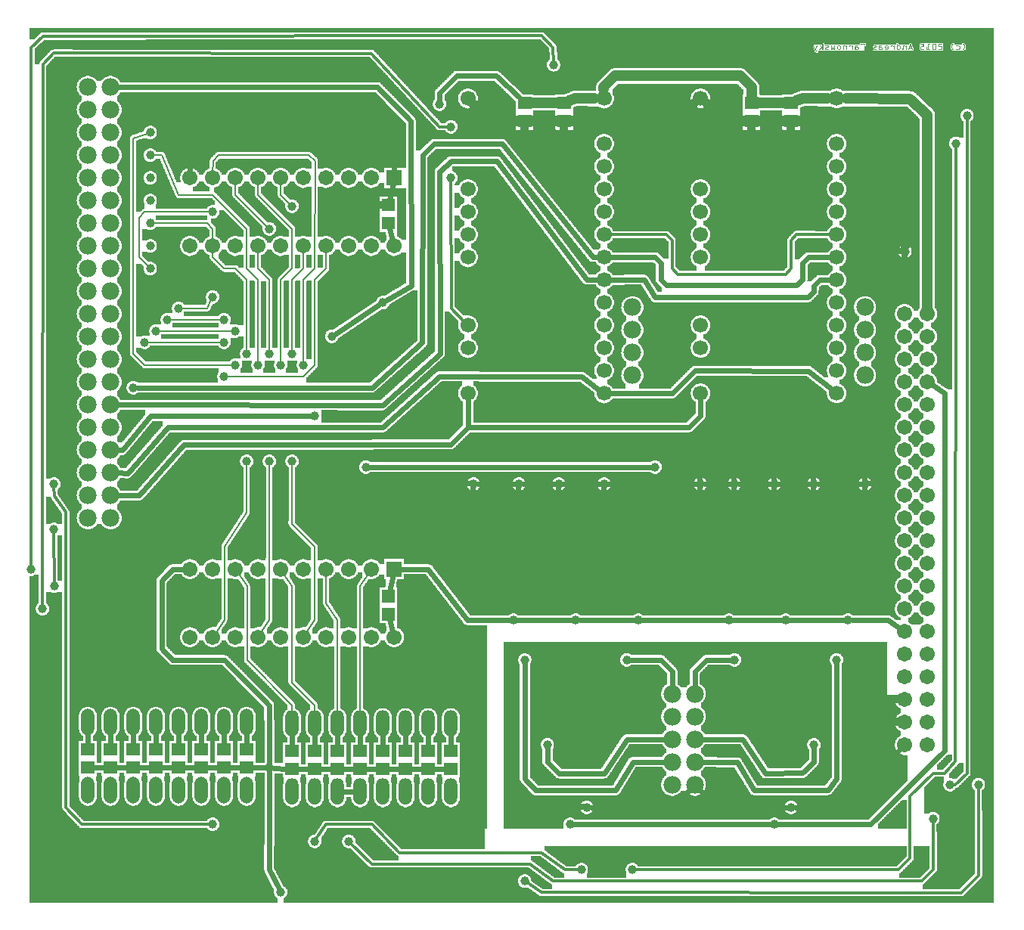
<source format=gbl>
G04 MADE WITH FRITZING*
G04 WWW.FRITZING.ORG*
G04 DOUBLE SIDED*
G04 HOLES PLATED*
G04 CONTOUR ON CENTER OF CONTOUR VECTOR*
%ASAXBY*%
%FSLAX23Y23*%
%MOIN*%
%OFA0B0*%
%SFA1.0B1.0*%
%ADD10C,0.075000*%
%ADD11C,0.066889*%
%ADD12C,0.039370*%
%ADD13C,0.078000*%
%ADD14C,0.067559*%
%ADD15C,0.058189*%
%ADD16R,0.059055X0.055118*%
%ADD17R,0.067559X0.067559*%
%ADD18C,0.024000*%
%ADD19C,0.012000*%
%ADD20C,0.008000*%
%ADD21C,0.048000*%
%ADD22R,0.001000X0.001000*%
%LNCOPPER0*%
G90*
G70*
G54D10*
X506Y3547D03*
X1383Y3084D03*
X1416Y2813D03*
X3106Y2613D03*
X2072Y3211D03*
X1869Y2262D03*
X1418Y1398D03*
X714Y1394D03*
X1271Y1088D03*
X1108Y1088D03*
X3683Y1112D03*
X4207Y3847D03*
G54D11*
X3596Y2285D03*
X3596Y2385D03*
X3596Y2485D03*
X3596Y2585D03*
X3596Y2685D03*
X3596Y2785D03*
X3596Y2885D03*
X3596Y2985D03*
X3596Y3085D03*
X3596Y3185D03*
X3596Y3285D03*
X3596Y3385D03*
X3596Y3585D03*
X2996Y2285D03*
X2996Y2485D03*
X2996Y2585D03*
X2996Y2885D03*
X2996Y2985D03*
X2996Y3085D03*
X2996Y3185D03*
X2996Y3585D03*
G54D12*
X1996Y1885D03*
X3721Y1885D03*
X3496Y1885D03*
X3321Y1885D03*
X3146Y1885D03*
X2996Y1885D03*
X2196Y1885D03*
X2371Y1885D03*
X2571Y1885D03*
X3395Y460D03*
X2471Y185D03*
X1296Y310D03*
X3321Y385D03*
X2495Y460D03*
X2421Y385D03*
X1896Y3460D03*
X2221Y135D03*
X4221Y560D03*
X1446Y310D03*
X4021Y410D03*
X1096Y635D03*
X1371Y2536D03*
X2171Y1285D03*
X3121Y1285D03*
X2446Y1285D03*
X3371Y1285D03*
X3646Y1285D03*
X2721Y1285D03*
X896Y2510D03*
X946Y2560D03*
X896Y2610D03*
X846Y2710D03*
X1096Y3010D03*
X1196Y3110D03*
X846Y3085D03*
X3897Y2911D03*
X571Y3435D03*
X571Y3335D03*
X571Y3235D03*
X571Y3135D03*
X571Y3035D03*
X571Y2935D03*
X571Y2835D03*
X1296Y2185D03*
X1596Y2685D03*
X1846Y3560D03*
X1246Y2410D03*
X946Y2410D03*
X1196Y1985D03*
X1146Y2410D03*
X1096Y1985D03*
X1046Y2410D03*
X996Y1985D03*
X1196Y2460D03*
X1096Y2460D03*
X996Y2460D03*
X696Y2660D03*
X646Y2610D03*
X546Y2510D03*
X596Y2560D03*
X896Y2360D03*
X2349Y3733D03*
X146Y1885D03*
X846Y385D03*
X147Y1435D03*
X146Y1685D03*
X1896Y3235D03*
G54D13*
X3721Y2665D03*
X3721Y2565D03*
X3721Y2465D03*
X3721Y2365D03*
X2696Y2665D03*
X2696Y2565D03*
X2696Y2465D03*
X2696Y2365D03*
G54D12*
X4121Y3387D03*
X4171Y3510D03*
X1146Y86D03*
X2796Y1960D03*
X1521Y1960D03*
G54D14*
X1646Y1510D03*
X1646Y1210D03*
X1546Y1510D03*
X1546Y1210D03*
X1446Y1510D03*
X1446Y1210D03*
X1346Y1510D03*
X1346Y1210D03*
X1246Y1510D03*
X1246Y1210D03*
X1146Y1510D03*
X1146Y1210D03*
X1046Y1510D03*
X1046Y1210D03*
X946Y1510D03*
X946Y1210D03*
X846Y1510D03*
X846Y1210D03*
X746Y1510D03*
X746Y1210D03*
X1646Y3235D03*
X1646Y2935D03*
X1546Y3235D03*
X1546Y2935D03*
X1446Y3235D03*
X1446Y2935D03*
X1346Y3235D03*
X1346Y2935D03*
X1246Y3235D03*
X1246Y2935D03*
X1146Y3235D03*
X1146Y2935D03*
X1046Y3235D03*
X1046Y2935D03*
X946Y3235D03*
X946Y2935D03*
X846Y3235D03*
X846Y2935D03*
X746Y3235D03*
X746Y2935D03*
G54D12*
X496Y2310D03*
X2321Y736D03*
X2222Y1110D03*
X2671Y1110D03*
X3146Y1110D03*
X3496Y735D03*
X3596Y1110D03*
X46Y1510D03*
X96Y1335D03*
X4096Y560D03*
X2696Y185D03*
G54D15*
X296Y535D03*
X396Y535D03*
X896Y535D03*
X996Y535D03*
X496Y535D03*
X596Y535D03*
X796Y535D03*
X696Y535D03*
X996Y835D03*
X896Y835D03*
X796Y835D03*
X696Y835D03*
X596Y835D03*
X496Y835D03*
X396Y835D03*
X296Y835D03*
X1196Y530D03*
X1296Y530D03*
X1796Y530D03*
X1896Y530D03*
X1396Y530D03*
X1496Y530D03*
X1696Y530D03*
X1596Y530D03*
X1896Y830D03*
X1796Y830D03*
X1696Y830D03*
X1596Y830D03*
X1496Y830D03*
X1396Y830D03*
X1296Y830D03*
X1196Y830D03*
G54D13*
X296Y3635D03*
X296Y3535D03*
X296Y3435D03*
X296Y3335D03*
X296Y3235D03*
X296Y3135D03*
X296Y3035D03*
X296Y2935D03*
X296Y2835D03*
X296Y2735D03*
X296Y2635D03*
X296Y2535D03*
X296Y2435D03*
X296Y2335D03*
X296Y2235D03*
X296Y2135D03*
X296Y2035D03*
X296Y1935D03*
X296Y1835D03*
X296Y1735D03*
X296Y3635D03*
X296Y3535D03*
X296Y3435D03*
X296Y3335D03*
X296Y3235D03*
X296Y3135D03*
X296Y3035D03*
X296Y2935D03*
X296Y2835D03*
X296Y2735D03*
X296Y2635D03*
X296Y2535D03*
X296Y2435D03*
X296Y2335D03*
X296Y2235D03*
X296Y2135D03*
X296Y2035D03*
X296Y1935D03*
X296Y1835D03*
X296Y1735D03*
X396Y1735D03*
X396Y1835D03*
X396Y1935D03*
X396Y2035D03*
X396Y2135D03*
X396Y2235D03*
X396Y2335D03*
X396Y2435D03*
X396Y2535D03*
X396Y2635D03*
X396Y2735D03*
X396Y2835D03*
X396Y2935D03*
X396Y3035D03*
X396Y3135D03*
X396Y3235D03*
X396Y3335D03*
X396Y3435D03*
X396Y3535D03*
X396Y3635D03*
G54D14*
X3996Y735D03*
X3996Y835D03*
X3996Y935D03*
X3996Y1035D03*
X3996Y1135D03*
X3996Y1235D03*
X3996Y1335D03*
X3996Y1435D03*
X3996Y1535D03*
X3996Y1635D03*
X3996Y1735D03*
X3996Y1835D03*
X3996Y1935D03*
X3996Y2035D03*
X3996Y2135D03*
X3996Y2235D03*
X3996Y2335D03*
X3996Y2435D03*
X3996Y2535D03*
X3996Y2635D03*
X3996Y735D03*
X3996Y835D03*
X3996Y935D03*
X3996Y1035D03*
X3996Y1135D03*
X3996Y1235D03*
X3996Y1335D03*
X3996Y1435D03*
X3996Y1535D03*
X3996Y1635D03*
X3996Y1735D03*
X3996Y1835D03*
X3996Y1935D03*
X3996Y2035D03*
X3996Y2135D03*
X3996Y2235D03*
X3996Y2335D03*
X3996Y2435D03*
X3996Y2535D03*
X3996Y2635D03*
X3896Y2635D03*
X3896Y2535D03*
X3896Y2435D03*
X3896Y2335D03*
X3896Y2235D03*
X3896Y2135D03*
X3896Y2035D03*
X3896Y1935D03*
X3896Y1835D03*
X3896Y1735D03*
X3896Y1635D03*
X3896Y1535D03*
X3896Y1435D03*
X3896Y1335D03*
X3896Y1235D03*
X3896Y1135D03*
X3896Y1035D03*
X3896Y935D03*
X3896Y835D03*
X3896Y735D03*
G54D13*
X2871Y960D03*
X2871Y860D03*
X2871Y760D03*
X2871Y660D03*
X2871Y560D03*
X2871Y960D03*
X2871Y860D03*
X2871Y760D03*
X2871Y660D03*
X2871Y560D03*
X2971Y560D03*
X2971Y660D03*
X2971Y760D03*
X2971Y860D03*
X2971Y960D03*
G54D11*
X2571Y2285D03*
X2571Y2385D03*
X2571Y2485D03*
X2571Y2585D03*
X2571Y2685D03*
X2571Y2785D03*
X2571Y2885D03*
X2571Y2985D03*
X2571Y3085D03*
X2571Y3185D03*
X2571Y3285D03*
X2571Y3385D03*
X2571Y3585D03*
X1971Y2285D03*
X1971Y2485D03*
X1971Y2585D03*
X1971Y2885D03*
X1971Y2985D03*
X1971Y3085D03*
X1971Y3185D03*
X1971Y3585D03*
G54D16*
X3396Y3485D03*
X3396Y3566D03*
X3221Y3485D03*
X3221Y3566D03*
G54D17*
X1646Y1510D03*
X1646Y3235D03*
G54D16*
X2396Y3485D03*
X2396Y3566D03*
X2221Y3485D03*
X2221Y3566D03*
X1796Y710D03*
X1796Y630D03*
X1296Y710D03*
X1296Y630D03*
X1196Y710D03*
X1196Y630D03*
X1896Y710D03*
X1896Y630D03*
X1696Y710D03*
X1696Y630D03*
X496Y716D03*
X496Y635D03*
X396Y716D03*
X396Y635D03*
X296Y716D03*
X296Y635D03*
X596Y716D03*
X596Y635D03*
X696Y716D03*
X696Y635D03*
X896Y716D03*
X896Y635D03*
X1596Y710D03*
X1596Y630D03*
X1496Y710D03*
X1496Y630D03*
X1396Y710D03*
X1396Y630D03*
X996Y716D03*
X996Y635D03*
X796Y716D03*
X796Y635D03*
G54D18*
X2177Y1885D02*
X2015Y1885D01*
D02*
X2215Y1885D02*
X2352Y1885D01*
D02*
X2390Y1885D02*
X2552Y1885D01*
D02*
X2590Y1885D02*
X2977Y1885D01*
D02*
X3015Y1885D02*
X3127Y1885D01*
D02*
X3165Y1885D02*
X3302Y1885D01*
D02*
X3340Y1885D02*
X3477Y1885D01*
D02*
X3515Y1885D02*
X3702Y1885D01*
D02*
X3070Y460D02*
X2992Y539D01*
D02*
X3376Y460D02*
X3070Y460D01*
D02*
X3878Y718D02*
X3622Y460D01*
D02*
X3622Y460D02*
X3414Y460D01*
G54D19*
D02*
X1670Y261D02*
X1547Y385D01*
D02*
X2296Y261D02*
X1670Y261D01*
D02*
X1547Y385D02*
X1345Y385D01*
D02*
X2397Y186D02*
X2296Y261D01*
D02*
X1345Y385D02*
X1303Y322D01*
D02*
X2457Y185D02*
X2397Y186D01*
G54D18*
D02*
X2514Y460D02*
X2871Y460D01*
D02*
X2871Y460D02*
X2949Y539D01*
D02*
X2440Y385D02*
X3302Y385D01*
G54D19*
D02*
X1896Y3222D02*
X1897Y2660D01*
D02*
X1897Y2660D02*
X1953Y2603D01*
D02*
X4221Y160D02*
X4145Y84D01*
D02*
X4221Y547D02*
X4221Y160D01*
D02*
X2296Y85D02*
X2232Y128D01*
D02*
X4145Y84D02*
X2296Y85D01*
D02*
X3971Y135D02*
X2346Y135D01*
D02*
X1547Y211D02*
X1455Y301D01*
D02*
X2245Y211D02*
X1547Y211D01*
D02*
X2346Y135D02*
X2245Y211D01*
D02*
X4022Y186D02*
X3971Y135D01*
D02*
X4021Y397D02*
X4022Y186D01*
G54D18*
D02*
X1077Y635D02*
X1020Y635D01*
D02*
X1115Y634D02*
X1172Y631D01*
D02*
X1095Y186D02*
X1137Y103D01*
D02*
X1096Y616D02*
X1095Y186D01*
D02*
X670Y1511D02*
X721Y1511D01*
D02*
X621Y1459D02*
X670Y1511D01*
D02*
X621Y1160D02*
X621Y1459D01*
D02*
X670Y1110D02*
X621Y1160D01*
D02*
X897Y1110D02*
X670Y1110D01*
D02*
X1095Y910D02*
X897Y1110D01*
D02*
X1096Y654D02*
X1095Y910D01*
D02*
X1580Y2675D02*
X1386Y2547D01*
D02*
X1640Y1235D02*
X1626Y1288D01*
D02*
X1641Y1486D02*
X1625Y1413D01*
D02*
X1640Y2960D02*
X1626Y3013D01*
D02*
X1641Y3211D02*
X1625Y3138D01*
D02*
X1796Y1511D02*
X1671Y1510D01*
D02*
X1970Y1285D02*
X1796Y1511D01*
D02*
X2152Y1285D02*
X1970Y1285D01*
D02*
X2190Y1285D02*
X2427Y1285D01*
D02*
X2465Y1285D02*
X2702Y1285D01*
D02*
X2740Y1285D02*
X3102Y1285D01*
D02*
X3140Y1285D02*
X3352Y1285D01*
D02*
X3390Y1285D02*
X3627Y1285D01*
D02*
X3821Y1285D02*
X3875Y1249D01*
D02*
X3665Y1285D02*
X3821Y1285D01*
G54D20*
D02*
X1195Y2785D02*
X1196Y2474D01*
D02*
X1246Y2835D02*
X1195Y2785D01*
D02*
X1246Y2916D02*
X1246Y2835D01*
D02*
X1270Y3335D02*
X1297Y3311D01*
D02*
X871Y3335D02*
X1270Y3335D01*
D02*
X847Y3311D02*
X871Y3335D01*
D02*
X1297Y3311D02*
X1295Y2836D01*
D02*
X1246Y2785D02*
X1246Y2424D01*
D02*
X1295Y2836D02*
X1246Y2785D01*
D02*
X846Y3255D02*
X847Y3311D01*
D02*
X546Y2411D02*
X932Y2410D01*
D02*
X496Y2460D02*
X546Y2411D01*
D02*
X559Y2510D02*
X882Y2510D01*
D02*
X609Y2560D02*
X932Y2560D01*
D02*
X659Y2610D02*
X882Y2610D01*
D02*
X696Y3161D02*
X846Y3161D01*
D02*
X709Y2661D02*
X822Y2661D01*
D02*
X822Y2661D02*
X840Y2698D01*
D02*
X821Y3036D02*
X846Y3010D01*
D02*
X584Y3035D02*
X821Y3036D01*
D02*
X846Y3010D02*
X846Y2955D01*
D02*
X946Y3161D02*
X946Y3216D01*
D02*
X1086Y3020D02*
X946Y3161D01*
D02*
X1146Y3161D02*
X1146Y3216D01*
D02*
X1186Y3120D02*
X1146Y3161D01*
D02*
X521Y3061D02*
X521Y2885D01*
D02*
X521Y2885D02*
X561Y2845D01*
D02*
X546Y3085D02*
X521Y3061D01*
D02*
X832Y3085D02*
X546Y3085D01*
G54D18*
D02*
X3746Y385D02*
X4071Y710D01*
D02*
X3340Y385D02*
X3746Y385D01*
D02*
X4071Y710D02*
X4071Y2286D01*
D02*
X4071Y2286D02*
X4017Y2322D01*
D02*
X797Y3585D02*
X1546Y3585D01*
D02*
X1645Y3484D02*
X1646Y3260D01*
D02*
X1546Y3585D02*
X1645Y3484D01*
D02*
X745Y3536D02*
X797Y3585D01*
D02*
X746Y3260D02*
X745Y3536D01*
G54D21*
D02*
X3845Y3486D02*
X3897Y3436D01*
D02*
X3122Y3486D02*
X3197Y3485D01*
D02*
X3420Y3485D02*
X3845Y3486D01*
D02*
X3897Y3436D02*
X3897Y2941D01*
D02*
X3029Y3560D02*
X3122Y3486D01*
D02*
X2071Y3486D02*
X2197Y3485D01*
D02*
X2245Y3566D02*
X2372Y3566D01*
D02*
X2245Y3485D02*
X2372Y3485D01*
D02*
X2420Y3576D02*
X2445Y3586D01*
D02*
X3372Y3566D02*
X3245Y3566D01*
D02*
X3245Y3485D02*
X3372Y3485D01*
G54D18*
D02*
X1196Y732D02*
X1196Y800D01*
D02*
X1296Y732D02*
X1296Y800D01*
D02*
X1396Y732D02*
X1396Y800D01*
D02*
X1496Y732D02*
X1496Y800D01*
D02*
X1596Y732D02*
X1596Y800D01*
D02*
X1696Y732D02*
X1696Y800D01*
D02*
X1796Y732D02*
X1796Y800D01*
D02*
X1896Y732D02*
X1896Y800D01*
G54D20*
D02*
X1346Y2916D02*
X1346Y2836D01*
D02*
X1246Y2361D02*
X909Y2360D01*
D02*
X1295Y2410D02*
X1246Y2361D01*
D02*
X1295Y2785D02*
X1295Y2410D01*
D02*
X1346Y2836D02*
X1295Y2785D01*
D02*
X1095Y2785D02*
X1096Y2474D01*
D02*
X1046Y2836D02*
X1095Y2785D01*
D02*
X1046Y2916D02*
X1046Y2836D01*
D02*
X895Y2836D02*
X946Y2836D01*
D02*
X946Y2836D02*
X995Y2785D01*
D02*
X846Y2885D02*
X895Y2836D01*
D02*
X995Y2785D02*
X996Y2474D01*
D02*
X846Y2916D02*
X846Y2885D01*
D02*
X1146Y2785D02*
X1146Y2424D01*
D02*
X1195Y2836D02*
X1146Y2785D01*
D02*
X1195Y3010D02*
X1195Y2836D01*
D02*
X1046Y3161D02*
X1195Y3010D01*
D02*
X1046Y3216D02*
X1046Y3161D01*
D02*
X622Y3335D02*
X696Y3161D01*
D02*
X995Y3010D02*
X995Y2836D01*
D02*
X846Y3161D02*
X995Y3010D01*
D02*
X995Y2836D02*
X1046Y2785D01*
D02*
X1046Y2785D02*
X1046Y2424D01*
D02*
X584Y3335D02*
X622Y3335D01*
D02*
X496Y3410D02*
X496Y2460D01*
D02*
X558Y3431D02*
X496Y3410D01*
G54D18*
D02*
X447Y2035D02*
X426Y2035D01*
D02*
X571Y2185D02*
X447Y2035D01*
D02*
X1277Y2185D02*
X571Y2185D01*
D02*
X1721Y2761D02*
X1720Y3485D01*
D02*
X1612Y2695D02*
X1721Y2761D01*
D02*
X1720Y3485D02*
X1571Y3636D01*
D02*
X1571Y3636D02*
X426Y3635D01*
D02*
X1921Y3685D02*
X2096Y3685D01*
D02*
X2096Y3685D02*
X2198Y3588D01*
D02*
X1846Y3609D02*
X1921Y3685D01*
D02*
X1846Y3579D02*
X1846Y3609D01*
G54D20*
D02*
X1195Y911D02*
X1195Y854D01*
D02*
X997Y1111D02*
X1195Y911D01*
D02*
X997Y1435D02*
X997Y1111D01*
D02*
X957Y1494D02*
X997Y1435D01*
D02*
X1295Y911D02*
X1296Y854D01*
D02*
X1195Y1011D02*
X1295Y911D01*
D02*
X1195Y1435D02*
X1195Y1011D01*
D02*
X1156Y1494D02*
X1195Y1435D01*
D02*
X1346Y1360D02*
X1395Y1286D01*
D02*
X1395Y1286D02*
X1396Y854D01*
D02*
X1346Y1491D02*
X1346Y1360D01*
D02*
X1495Y1435D02*
X1496Y854D01*
D02*
X1535Y1494D02*
X1495Y1435D01*
D02*
X897Y1609D02*
X897Y1286D01*
D02*
X897Y1286D02*
X857Y1226D01*
D02*
X995Y1760D02*
X897Y1609D01*
D02*
X996Y1972D02*
X995Y1760D01*
D02*
X1096Y1972D02*
X1095Y1286D01*
D02*
X1095Y1286D02*
X1056Y1227D01*
D02*
X1295Y1286D02*
X1256Y1227D01*
D02*
X1195Y1709D02*
X1295Y1609D01*
D02*
X1295Y1609D02*
X1295Y1286D01*
D02*
X1196Y1972D02*
X1195Y1709D01*
G54D18*
D02*
X2973Y2385D02*
X3472Y2384D01*
D02*
X3472Y2384D02*
X3572Y2305D01*
D02*
X2873Y2285D02*
X2973Y2385D01*
D02*
X2601Y2285D02*
X2873Y2285D01*
D02*
X2996Y2186D02*
X2996Y2255D01*
D02*
X1972Y2135D02*
X2945Y2135D01*
D02*
X2945Y2135D02*
X2996Y2186D01*
D02*
X1971Y2255D02*
X1972Y2135D01*
D02*
X523Y1835D02*
X426Y1835D01*
D02*
X720Y2058D02*
X523Y1835D01*
D02*
X1896Y2061D02*
X720Y2058D01*
D02*
X1972Y2135D02*
X1896Y2061D01*
D02*
X472Y1934D02*
X426Y1935D01*
D02*
X648Y2135D02*
X472Y1934D01*
D02*
X2473Y2358D02*
X1846Y2361D01*
D02*
X1846Y2361D02*
X1595Y2135D01*
D02*
X1595Y2135D02*
X648Y2135D01*
D02*
X2546Y2304D02*
X2473Y2358D01*
G54D21*
D02*
X2071Y3486D02*
X2000Y3556D01*
D02*
X2869Y3486D02*
X2420Y3485D01*
D02*
X2963Y3560D02*
X2869Y3486D01*
G54D19*
D02*
X97Y3860D02*
X2296Y3862D01*
D02*
X46Y3811D02*
X97Y3860D01*
D02*
X2346Y3811D02*
X2348Y3747D01*
D02*
X2296Y3862D02*
X2346Y3811D01*
D02*
X197Y461D02*
X269Y385D01*
D02*
X269Y385D02*
X832Y385D01*
D02*
X197Y1762D02*
X197Y461D01*
D02*
X147Y1833D02*
X146Y1872D01*
D02*
X197Y1762D02*
X147Y1833D01*
D02*
X146Y1672D02*
X147Y1448D01*
D02*
X1846Y3461D02*
X1882Y3461D01*
D02*
X1546Y3784D02*
X1846Y3461D01*
D02*
X145Y3786D02*
X1546Y3784D01*
D02*
X97Y3736D02*
X145Y3786D01*
D02*
X96Y1349D02*
X97Y3736D01*
G54D21*
D02*
X3996Y2671D02*
X3996Y3512D01*
D02*
X3920Y3584D02*
X3638Y3585D01*
D02*
X3996Y3512D02*
X3920Y3584D01*
D02*
X3171Y3685D02*
X2620Y3685D01*
D02*
X2620Y3685D02*
X2570Y3635D01*
D02*
X3222Y3635D02*
X3171Y3685D01*
D02*
X2570Y3635D02*
X2570Y3627D01*
D02*
X3221Y3588D02*
X3222Y3635D01*
D02*
X3554Y3586D02*
X3447Y3586D01*
G54D18*
D02*
X996Y738D02*
X996Y805D01*
D02*
X896Y738D02*
X896Y805D01*
D02*
X796Y738D02*
X796Y805D01*
D02*
X696Y738D02*
X696Y805D01*
D02*
X596Y738D02*
X596Y805D01*
D02*
X496Y738D02*
X496Y805D01*
D02*
X396Y738D02*
X396Y805D01*
D02*
X296Y738D02*
X296Y805D01*
D02*
X372Y635D02*
X320Y635D01*
D02*
X420Y635D02*
X472Y635D01*
D02*
X520Y635D02*
X572Y635D01*
D02*
X620Y635D02*
X672Y635D01*
D02*
X720Y635D02*
X772Y635D01*
D02*
X820Y635D02*
X872Y635D01*
D02*
X920Y635D02*
X972Y635D01*
D02*
X1220Y630D02*
X1272Y630D01*
D02*
X1320Y630D02*
X1372Y630D01*
D02*
X1426Y530D02*
X1466Y530D01*
D02*
X1420Y630D02*
X1472Y630D01*
D02*
X1520Y630D02*
X1572Y630D01*
D02*
X1620Y630D02*
X1672Y630D01*
D02*
X1720Y630D02*
X1772Y630D01*
D02*
X1820Y630D02*
X1872Y630D01*
D02*
X2777Y1960D02*
X1540Y1960D01*
D02*
X1897Y3310D02*
X1846Y3262D01*
D02*
X2494Y2787D02*
X2097Y3310D01*
D02*
X1594Y2234D02*
X426Y2235D01*
D02*
X1848Y2461D02*
X1594Y2234D01*
D02*
X1846Y3262D02*
X1848Y2461D01*
D02*
X2097Y3310D02*
X1897Y3310D01*
D02*
X2540Y2786D02*
X2494Y2787D01*
D02*
X1822Y3385D02*
X1771Y3337D01*
D02*
X1548Y2311D02*
X515Y2310D01*
D02*
X1770Y2508D02*
X1548Y2311D01*
D02*
X1771Y3337D02*
X1770Y2508D01*
D02*
X2121Y3385D02*
X1822Y3385D01*
D02*
X2522Y2887D02*
X2121Y3385D01*
D02*
X2540Y2886D02*
X2522Y2887D01*
G54D19*
D02*
X4120Y560D02*
X4109Y560D01*
D02*
X4171Y611D02*
X4120Y560D01*
D02*
X4171Y3496D02*
X4171Y611D01*
D02*
X4120Y662D02*
X4121Y3374D01*
D02*
X3920Y236D02*
X3920Y509D01*
D02*
X3920Y509D02*
X4022Y611D01*
D02*
X4022Y611D02*
X4072Y611D01*
D02*
X3869Y186D02*
X3920Y236D01*
D02*
X4072Y611D02*
X4120Y662D01*
D02*
X2709Y185D02*
X3869Y186D01*
G54D18*
D02*
X3495Y2734D02*
X3495Y2761D01*
D02*
X3495Y2761D02*
X3522Y2785D01*
D02*
X3522Y2785D02*
X3565Y2785D01*
D02*
X3470Y2709D02*
X3495Y2734D01*
D02*
X2796Y2709D02*
X3470Y2709D01*
D02*
X2747Y2787D02*
X2796Y2709D01*
D02*
X2601Y2786D02*
X2747Y2787D01*
D02*
X3446Y2860D02*
X3471Y2885D01*
D02*
X3445Y2787D02*
X3446Y2860D01*
D02*
X3471Y2885D02*
X3565Y2885D01*
D02*
X3420Y2762D02*
X3445Y2787D01*
D02*
X2846Y2762D02*
X3420Y2762D01*
D02*
X2821Y2787D02*
X2846Y2762D01*
D02*
X2821Y2861D02*
X2821Y2787D01*
D02*
X2796Y2886D02*
X2821Y2861D01*
D02*
X2601Y2885D02*
X2796Y2886D01*
G54D19*
D02*
X3396Y2836D02*
X3396Y2960D01*
D02*
X3396Y2960D02*
X3420Y2986D01*
D02*
X3420Y2986D02*
X3571Y2986D01*
D02*
X3371Y2811D02*
X3396Y2836D01*
D02*
X2896Y2811D02*
X3371Y2811D01*
D02*
X2871Y2836D02*
X2896Y2811D01*
D02*
X2871Y2961D02*
X2871Y2836D01*
D02*
X2846Y2985D02*
X2871Y2961D01*
D02*
X2596Y2985D02*
X2846Y2985D01*
G54D18*
D02*
X2372Y610D02*
X2571Y610D01*
D02*
X2571Y610D02*
X2671Y760D01*
D02*
X2321Y661D02*
X2372Y610D01*
D02*
X2671Y760D02*
X2841Y760D01*
D02*
X2321Y717D02*
X2321Y661D01*
D02*
X2222Y1091D02*
X2222Y586D01*
D02*
X2222Y586D02*
X2270Y535D01*
D02*
X2270Y535D02*
X2622Y535D01*
D02*
X2622Y535D02*
X2698Y661D01*
D02*
X2698Y661D02*
X2841Y661D01*
D02*
X2871Y1060D02*
X2871Y991D01*
D02*
X2821Y1111D02*
X2871Y1060D01*
D02*
X2690Y1110D02*
X2821Y1111D01*
D02*
X2971Y1060D02*
X2971Y991D01*
D02*
X3021Y1111D02*
X2971Y1060D01*
D02*
X3127Y1110D02*
X3021Y1111D01*
D02*
X3446Y612D02*
X3282Y610D01*
D02*
X3282Y610D02*
X3183Y761D01*
D02*
X3183Y761D02*
X3001Y760D01*
D02*
X3496Y661D02*
X3446Y612D01*
D02*
X3496Y716D02*
X3496Y661D01*
D02*
X3596Y585D02*
X3557Y536D01*
D02*
X3596Y1091D02*
X3596Y585D01*
D02*
X3557Y536D02*
X3233Y536D01*
D02*
X3233Y536D02*
X3157Y660D01*
D02*
X3157Y660D02*
X3001Y660D01*
G54D19*
D02*
X46Y1524D02*
X46Y3811D01*
G54D21*
D02*
X3447Y3586D02*
X3420Y3576D01*
D02*
X2445Y3586D02*
X2529Y3586D01*
G36*
X438Y3613D02*
X438Y3609D01*
X436Y3609D01*
X436Y3607D01*
X434Y3607D01*
X434Y3603D01*
X432Y3603D01*
X432Y3601D01*
X430Y3601D01*
X430Y3599D01*
X428Y3599D01*
X428Y3597D01*
X424Y3597D01*
X424Y3575D01*
X426Y3575D01*
X426Y3573D01*
X428Y3573D01*
X428Y3571D01*
X430Y3571D01*
X430Y3569D01*
X432Y3569D01*
X432Y3567D01*
X434Y3567D01*
X434Y3565D01*
X436Y3565D01*
X436Y3561D01*
X438Y3561D01*
X438Y3559D01*
X440Y3559D01*
X440Y3555D01*
X442Y3555D01*
X442Y3547D01*
X444Y3547D01*
X444Y3523D01*
X442Y3523D01*
X442Y3517D01*
X440Y3517D01*
X440Y3513D01*
X438Y3513D01*
X438Y3509D01*
X436Y3509D01*
X436Y3507D01*
X434Y3507D01*
X434Y3503D01*
X432Y3503D01*
X432Y3501D01*
X430Y3501D01*
X430Y3499D01*
X428Y3499D01*
X428Y3497D01*
X424Y3497D01*
X424Y3475D01*
X426Y3475D01*
X426Y3473D01*
X428Y3473D01*
X428Y3471D01*
X430Y3471D01*
X430Y3469D01*
X432Y3469D01*
X432Y3467D01*
X434Y3467D01*
X434Y3465D01*
X578Y3465D01*
X578Y3463D01*
X584Y3463D01*
X584Y3461D01*
X588Y3461D01*
X588Y3459D01*
X590Y3459D01*
X590Y3457D01*
X592Y3457D01*
X592Y3455D01*
X594Y3455D01*
X594Y3453D01*
X596Y3453D01*
X596Y3449D01*
X598Y3449D01*
X598Y3445D01*
X600Y3445D01*
X600Y3427D01*
X598Y3427D01*
X598Y3421D01*
X596Y3421D01*
X596Y3419D01*
X594Y3419D01*
X594Y3415D01*
X592Y3415D01*
X592Y3413D01*
X588Y3413D01*
X588Y3411D01*
X586Y3411D01*
X586Y3409D01*
X582Y3409D01*
X582Y3407D01*
X574Y3407D01*
X574Y3405D01*
X1698Y3405D01*
X1698Y3477D01*
X1696Y3477D01*
X1696Y3479D01*
X1694Y3479D01*
X1694Y3481D01*
X1692Y3481D01*
X1692Y3483D01*
X1690Y3483D01*
X1690Y3485D01*
X1688Y3485D01*
X1688Y3487D01*
X1686Y3487D01*
X1686Y3489D01*
X1684Y3489D01*
X1684Y3491D01*
X1682Y3491D01*
X1682Y3493D01*
X1680Y3493D01*
X1680Y3495D01*
X1678Y3495D01*
X1678Y3497D01*
X1676Y3497D01*
X1676Y3499D01*
X1674Y3499D01*
X1674Y3501D01*
X1672Y3501D01*
X1672Y3503D01*
X1670Y3503D01*
X1670Y3505D01*
X1668Y3505D01*
X1668Y3507D01*
X1666Y3507D01*
X1666Y3509D01*
X1664Y3509D01*
X1664Y3511D01*
X1662Y3511D01*
X1662Y3513D01*
X1660Y3513D01*
X1660Y3515D01*
X1658Y3515D01*
X1658Y3517D01*
X1656Y3517D01*
X1656Y3519D01*
X1654Y3519D01*
X1654Y3521D01*
X1652Y3521D01*
X1652Y3523D01*
X1650Y3523D01*
X1650Y3525D01*
X1648Y3525D01*
X1648Y3527D01*
X1646Y3527D01*
X1646Y3529D01*
X1644Y3529D01*
X1644Y3531D01*
X1642Y3531D01*
X1642Y3533D01*
X1640Y3533D01*
X1640Y3535D01*
X1638Y3535D01*
X1638Y3537D01*
X1636Y3537D01*
X1636Y3539D01*
X1634Y3539D01*
X1634Y3541D01*
X1632Y3541D01*
X1632Y3543D01*
X1630Y3543D01*
X1630Y3545D01*
X1628Y3545D01*
X1628Y3547D01*
X1626Y3547D01*
X1626Y3549D01*
X1624Y3549D01*
X1624Y3551D01*
X1622Y3551D01*
X1622Y3553D01*
X1620Y3553D01*
X1620Y3555D01*
X1618Y3555D01*
X1618Y3557D01*
X1616Y3557D01*
X1616Y3559D01*
X1614Y3559D01*
X1614Y3561D01*
X1612Y3561D01*
X1612Y3563D01*
X1610Y3563D01*
X1610Y3567D01*
X1608Y3567D01*
X1608Y3569D01*
X1606Y3569D01*
X1606Y3571D01*
X1604Y3571D01*
X1604Y3573D01*
X1602Y3573D01*
X1602Y3575D01*
X1600Y3575D01*
X1600Y3577D01*
X1598Y3577D01*
X1598Y3579D01*
X1596Y3579D01*
X1596Y3581D01*
X1594Y3581D01*
X1594Y3583D01*
X1592Y3583D01*
X1592Y3585D01*
X1590Y3585D01*
X1590Y3587D01*
X1588Y3587D01*
X1588Y3589D01*
X1586Y3589D01*
X1586Y3591D01*
X1584Y3591D01*
X1584Y3593D01*
X1582Y3593D01*
X1582Y3595D01*
X1580Y3595D01*
X1580Y3597D01*
X1578Y3597D01*
X1578Y3599D01*
X1576Y3599D01*
X1576Y3601D01*
X1574Y3601D01*
X1574Y3603D01*
X1572Y3603D01*
X1572Y3605D01*
X1570Y3605D01*
X1570Y3607D01*
X1568Y3607D01*
X1568Y3609D01*
X1566Y3609D01*
X1566Y3611D01*
X1564Y3611D01*
X1564Y3613D01*
X438Y3613D01*
G37*
D02*
G36*
X436Y3465D02*
X436Y3461D01*
X438Y3461D01*
X438Y3459D01*
X440Y3459D01*
X440Y3455D01*
X442Y3455D01*
X442Y3447D01*
X444Y3447D01*
X444Y3423D01*
X442Y3423D01*
X442Y3417D01*
X440Y3417D01*
X440Y3413D01*
X438Y3413D01*
X438Y3409D01*
X436Y3409D01*
X436Y3407D01*
X434Y3407D01*
X434Y3403D01*
X432Y3403D01*
X432Y3401D01*
X430Y3401D01*
X430Y3399D01*
X428Y3399D01*
X428Y3397D01*
X424Y3397D01*
X424Y3375D01*
X426Y3375D01*
X426Y3373D01*
X428Y3373D01*
X428Y3371D01*
X430Y3371D01*
X430Y3369D01*
X432Y3369D01*
X432Y3367D01*
X434Y3367D01*
X434Y3365D01*
X436Y3365D01*
X436Y3361D01*
X438Y3361D01*
X438Y3359D01*
X440Y3359D01*
X440Y3355D01*
X442Y3355D01*
X442Y3347D01*
X444Y3347D01*
X444Y3323D01*
X442Y3323D01*
X442Y3317D01*
X440Y3317D01*
X440Y3313D01*
X438Y3313D01*
X438Y3309D01*
X436Y3309D01*
X436Y3307D01*
X434Y3307D01*
X434Y3303D01*
X432Y3303D01*
X432Y3301D01*
X430Y3301D01*
X430Y3299D01*
X428Y3299D01*
X428Y3297D01*
X424Y3297D01*
X424Y3275D01*
X426Y3275D01*
X426Y3273D01*
X428Y3273D01*
X428Y3271D01*
X430Y3271D01*
X430Y3269D01*
X432Y3269D01*
X432Y3267D01*
X434Y3267D01*
X434Y3265D01*
X436Y3265D01*
X436Y3261D01*
X438Y3261D01*
X438Y3259D01*
X440Y3259D01*
X440Y3255D01*
X442Y3255D01*
X442Y3247D01*
X444Y3247D01*
X444Y3223D01*
X442Y3223D01*
X442Y3217D01*
X440Y3217D01*
X440Y3213D01*
X438Y3213D01*
X438Y3209D01*
X436Y3209D01*
X436Y3207D01*
X434Y3207D01*
X434Y3203D01*
X432Y3203D01*
X432Y3201D01*
X430Y3201D01*
X430Y3199D01*
X428Y3199D01*
X428Y3197D01*
X424Y3197D01*
X424Y3175D01*
X426Y3175D01*
X426Y3173D01*
X428Y3173D01*
X428Y3171D01*
X430Y3171D01*
X430Y3169D01*
X432Y3169D01*
X432Y3167D01*
X434Y3167D01*
X434Y3165D01*
X436Y3165D01*
X436Y3161D01*
X438Y3161D01*
X438Y3159D01*
X440Y3159D01*
X440Y3155D01*
X442Y3155D01*
X442Y3147D01*
X444Y3147D01*
X444Y3123D01*
X442Y3123D01*
X442Y3117D01*
X440Y3117D01*
X440Y3113D01*
X438Y3113D01*
X438Y3109D01*
X436Y3109D01*
X436Y3107D01*
X434Y3107D01*
X434Y3103D01*
X432Y3103D01*
X432Y3101D01*
X430Y3101D01*
X430Y3099D01*
X428Y3099D01*
X428Y3097D01*
X424Y3097D01*
X424Y3075D01*
X426Y3075D01*
X426Y3073D01*
X428Y3073D01*
X428Y3071D01*
X430Y3071D01*
X430Y3069D01*
X432Y3069D01*
X432Y3067D01*
X434Y3067D01*
X434Y3065D01*
X436Y3065D01*
X436Y3061D01*
X438Y3061D01*
X438Y3059D01*
X440Y3059D01*
X440Y3055D01*
X442Y3055D01*
X442Y3047D01*
X444Y3047D01*
X444Y3023D01*
X442Y3023D01*
X442Y3017D01*
X440Y3017D01*
X440Y3013D01*
X438Y3013D01*
X438Y3009D01*
X436Y3009D01*
X436Y3007D01*
X434Y3007D01*
X434Y3003D01*
X432Y3003D01*
X432Y3001D01*
X430Y3001D01*
X430Y2999D01*
X428Y2999D01*
X428Y2997D01*
X424Y2997D01*
X424Y2975D01*
X426Y2975D01*
X426Y2973D01*
X428Y2973D01*
X428Y2971D01*
X430Y2971D01*
X430Y2969D01*
X432Y2969D01*
X432Y2967D01*
X434Y2967D01*
X434Y2965D01*
X436Y2965D01*
X436Y2961D01*
X438Y2961D01*
X438Y2959D01*
X440Y2959D01*
X440Y2955D01*
X442Y2955D01*
X442Y2947D01*
X444Y2947D01*
X444Y2923D01*
X442Y2923D01*
X442Y2917D01*
X440Y2917D01*
X440Y2913D01*
X438Y2913D01*
X438Y2909D01*
X436Y2909D01*
X436Y2907D01*
X434Y2907D01*
X434Y2903D01*
X432Y2903D01*
X432Y2901D01*
X430Y2901D01*
X430Y2899D01*
X428Y2899D01*
X428Y2897D01*
X424Y2897D01*
X424Y2875D01*
X426Y2875D01*
X426Y2873D01*
X428Y2873D01*
X428Y2871D01*
X430Y2871D01*
X430Y2869D01*
X432Y2869D01*
X432Y2867D01*
X434Y2867D01*
X434Y2865D01*
X436Y2865D01*
X436Y2861D01*
X438Y2861D01*
X438Y2859D01*
X440Y2859D01*
X440Y2855D01*
X442Y2855D01*
X442Y2847D01*
X444Y2847D01*
X444Y2823D01*
X442Y2823D01*
X442Y2817D01*
X440Y2817D01*
X440Y2813D01*
X438Y2813D01*
X438Y2809D01*
X436Y2809D01*
X436Y2807D01*
X434Y2807D01*
X434Y2803D01*
X432Y2803D01*
X432Y2801D01*
X430Y2801D01*
X430Y2799D01*
X428Y2799D01*
X428Y2797D01*
X424Y2797D01*
X424Y2775D01*
X426Y2775D01*
X426Y2773D01*
X428Y2773D01*
X428Y2771D01*
X430Y2771D01*
X430Y2769D01*
X432Y2769D01*
X432Y2767D01*
X434Y2767D01*
X434Y2765D01*
X436Y2765D01*
X436Y2761D01*
X438Y2761D01*
X438Y2759D01*
X440Y2759D01*
X440Y2755D01*
X442Y2755D01*
X442Y2747D01*
X444Y2747D01*
X444Y2723D01*
X442Y2723D01*
X442Y2717D01*
X440Y2717D01*
X440Y2713D01*
X438Y2713D01*
X438Y2709D01*
X436Y2709D01*
X436Y2707D01*
X434Y2707D01*
X434Y2703D01*
X432Y2703D01*
X432Y2701D01*
X430Y2701D01*
X430Y2699D01*
X428Y2699D01*
X428Y2697D01*
X424Y2697D01*
X424Y2675D01*
X426Y2675D01*
X426Y2673D01*
X428Y2673D01*
X428Y2671D01*
X430Y2671D01*
X430Y2669D01*
X432Y2669D01*
X432Y2667D01*
X434Y2667D01*
X434Y2665D01*
X436Y2665D01*
X436Y2661D01*
X438Y2661D01*
X438Y2659D01*
X440Y2659D01*
X440Y2655D01*
X442Y2655D01*
X442Y2647D01*
X444Y2647D01*
X444Y2623D01*
X442Y2623D01*
X442Y2617D01*
X440Y2617D01*
X440Y2613D01*
X438Y2613D01*
X438Y2609D01*
X436Y2609D01*
X436Y2607D01*
X434Y2607D01*
X434Y2603D01*
X432Y2603D01*
X432Y2601D01*
X430Y2601D01*
X430Y2599D01*
X428Y2599D01*
X428Y2597D01*
X424Y2597D01*
X424Y2575D01*
X426Y2575D01*
X426Y2573D01*
X428Y2573D01*
X428Y2571D01*
X430Y2571D01*
X430Y2569D01*
X432Y2569D01*
X432Y2567D01*
X434Y2567D01*
X434Y2565D01*
X436Y2565D01*
X436Y2561D01*
X438Y2561D01*
X438Y2559D01*
X440Y2559D01*
X440Y2555D01*
X442Y2555D01*
X442Y2547D01*
X444Y2547D01*
X444Y2523D01*
X442Y2523D01*
X442Y2517D01*
X440Y2517D01*
X440Y2513D01*
X438Y2513D01*
X438Y2509D01*
X436Y2509D01*
X436Y2507D01*
X434Y2507D01*
X434Y2503D01*
X432Y2503D01*
X432Y2501D01*
X430Y2501D01*
X430Y2499D01*
X428Y2499D01*
X428Y2497D01*
X424Y2497D01*
X424Y2475D01*
X426Y2475D01*
X426Y2473D01*
X428Y2473D01*
X428Y2471D01*
X430Y2471D01*
X430Y2469D01*
X432Y2469D01*
X432Y2467D01*
X434Y2467D01*
X434Y2465D01*
X436Y2465D01*
X436Y2461D01*
X438Y2461D01*
X438Y2459D01*
X440Y2459D01*
X440Y2455D01*
X442Y2455D01*
X442Y2447D01*
X444Y2447D01*
X444Y2423D01*
X442Y2423D01*
X442Y2417D01*
X440Y2417D01*
X440Y2413D01*
X438Y2413D01*
X438Y2409D01*
X436Y2409D01*
X436Y2407D01*
X434Y2407D01*
X434Y2403D01*
X432Y2403D01*
X432Y2401D01*
X430Y2401D01*
X430Y2399D01*
X428Y2399D01*
X428Y2397D01*
X424Y2397D01*
X424Y2375D01*
X426Y2375D01*
X426Y2373D01*
X428Y2373D01*
X428Y2371D01*
X430Y2371D01*
X430Y2369D01*
X432Y2369D01*
X432Y2367D01*
X434Y2367D01*
X434Y2365D01*
X436Y2365D01*
X436Y2361D01*
X438Y2361D01*
X438Y2359D01*
X440Y2359D01*
X440Y2355D01*
X442Y2355D01*
X442Y2347D01*
X444Y2347D01*
X444Y2341D01*
X496Y2341D01*
X496Y2339D01*
X506Y2339D01*
X506Y2337D01*
X510Y2337D01*
X510Y2335D01*
X514Y2335D01*
X514Y2333D01*
X868Y2333D01*
X868Y2353D01*
X866Y2353D01*
X866Y2367D01*
X868Y2367D01*
X868Y2373D01*
X870Y2373D01*
X870Y2377D01*
X872Y2377D01*
X872Y2397D01*
X540Y2397D01*
X540Y2399D01*
X538Y2399D01*
X538Y2401D01*
X536Y2401D01*
X536Y2403D01*
X534Y2403D01*
X534Y2405D01*
X532Y2405D01*
X532Y2407D01*
X528Y2407D01*
X528Y2409D01*
X526Y2409D01*
X526Y2411D01*
X524Y2411D01*
X524Y2413D01*
X522Y2413D01*
X522Y2415D01*
X520Y2415D01*
X520Y2417D01*
X518Y2417D01*
X518Y2419D01*
X516Y2419D01*
X516Y2421D01*
X514Y2421D01*
X514Y2423D01*
X512Y2423D01*
X512Y2425D01*
X510Y2425D01*
X510Y2427D01*
X508Y2427D01*
X508Y2429D01*
X506Y2429D01*
X506Y2431D01*
X504Y2431D01*
X504Y2433D01*
X502Y2433D01*
X502Y2435D01*
X500Y2435D01*
X500Y2437D01*
X498Y2437D01*
X498Y2439D01*
X496Y2439D01*
X496Y2441D01*
X494Y2441D01*
X494Y2443D01*
X492Y2443D01*
X492Y2445D01*
X490Y2445D01*
X490Y2447D01*
X488Y2447D01*
X488Y2449D01*
X486Y2449D01*
X486Y2451D01*
X484Y2451D01*
X484Y2453D01*
X482Y2453D01*
X482Y3417D01*
X484Y3417D01*
X484Y3419D01*
X486Y3419D01*
X486Y3421D01*
X488Y3421D01*
X488Y3423D01*
X492Y3423D01*
X492Y3425D01*
X498Y3425D01*
X498Y3427D01*
X504Y3427D01*
X504Y3429D01*
X510Y3429D01*
X510Y3431D01*
X516Y3431D01*
X516Y3433D01*
X522Y3433D01*
X522Y3435D01*
X528Y3435D01*
X528Y3437D01*
X534Y3437D01*
X534Y3439D01*
X540Y3439D01*
X540Y3441D01*
X542Y3441D01*
X542Y3445D01*
X544Y3445D01*
X544Y3449D01*
X546Y3449D01*
X546Y3453D01*
X548Y3453D01*
X548Y3455D01*
X550Y3455D01*
X550Y3457D01*
X552Y3457D01*
X552Y3459D01*
X554Y3459D01*
X554Y3461D01*
X558Y3461D01*
X558Y3463D01*
X564Y3463D01*
X564Y3465D01*
X436Y3465D01*
G37*
D02*
G36*
X534Y3409D02*
X534Y3407D01*
X528Y3407D01*
X528Y3405D01*
X568Y3405D01*
X568Y3407D01*
X560Y3407D01*
X560Y3409D01*
X534Y3409D01*
G37*
D02*
G36*
X522Y3405D02*
X522Y3403D01*
X1698Y3403D01*
X1698Y3405D01*
X522Y3405D01*
G37*
D02*
G36*
X522Y3405D02*
X522Y3403D01*
X1698Y3403D01*
X1698Y3405D01*
X522Y3405D01*
G37*
D02*
G36*
X516Y3403D02*
X516Y3401D01*
X510Y3401D01*
X510Y3365D01*
X578Y3365D01*
X578Y3363D01*
X584Y3363D01*
X584Y3361D01*
X588Y3361D01*
X588Y3359D01*
X590Y3359D01*
X590Y3357D01*
X592Y3357D01*
X592Y3355D01*
X594Y3355D01*
X594Y3353D01*
X596Y3353D01*
X596Y3349D01*
X1276Y3349D01*
X1276Y3347D01*
X1278Y3347D01*
X1278Y3345D01*
X1282Y3345D01*
X1282Y3343D01*
X1284Y3343D01*
X1284Y3341D01*
X1286Y3341D01*
X1286Y3339D01*
X1288Y3339D01*
X1288Y3337D01*
X1290Y3337D01*
X1290Y3335D01*
X1292Y3335D01*
X1292Y3333D01*
X1294Y3333D01*
X1294Y3331D01*
X1296Y3331D01*
X1296Y3329D01*
X1298Y3329D01*
X1298Y3327D01*
X1300Y3327D01*
X1300Y3325D01*
X1304Y3325D01*
X1304Y3323D01*
X1306Y3323D01*
X1306Y3321D01*
X1308Y3321D01*
X1308Y3317D01*
X1310Y3317D01*
X1310Y3279D01*
X1556Y3279D01*
X1556Y3277D01*
X1562Y3277D01*
X1562Y3275D01*
X1566Y3275D01*
X1566Y3273D01*
X1570Y3273D01*
X1570Y3271D01*
X1572Y3271D01*
X1572Y3269D01*
X1574Y3269D01*
X1574Y3267D01*
X1578Y3267D01*
X1578Y3263D01*
X1580Y3263D01*
X1580Y3261D01*
X1582Y3261D01*
X1582Y3259D01*
X1602Y3259D01*
X1602Y3279D01*
X1698Y3279D01*
X1698Y3403D01*
X516Y3403D01*
G37*
D02*
G36*
X510Y3365D02*
X510Y3305D01*
X568Y3305D01*
X568Y3307D01*
X560Y3307D01*
X560Y3309D01*
X556Y3309D01*
X556Y3311D01*
X552Y3311D01*
X552Y3313D01*
X550Y3313D01*
X550Y3315D01*
X548Y3315D01*
X548Y3317D01*
X546Y3317D01*
X546Y3321D01*
X544Y3321D01*
X544Y3325D01*
X542Y3325D01*
X542Y3345D01*
X544Y3345D01*
X544Y3349D01*
X546Y3349D01*
X546Y3353D01*
X548Y3353D01*
X548Y3355D01*
X550Y3355D01*
X550Y3357D01*
X552Y3357D01*
X552Y3359D01*
X554Y3359D01*
X554Y3361D01*
X558Y3361D01*
X558Y3363D01*
X564Y3363D01*
X564Y3365D01*
X510Y3365D01*
G37*
D02*
G36*
X1830Y3363D02*
X1830Y3361D01*
X1828Y3361D01*
X1828Y3359D01*
X1826Y3359D01*
X1826Y3357D01*
X1824Y3357D01*
X1824Y3355D01*
X1822Y3355D01*
X1822Y3353D01*
X1820Y3353D01*
X1820Y3351D01*
X1818Y3351D01*
X1818Y3349D01*
X1816Y3349D01*
X1816Y3347D01*
X1812Y3347D01*
X1812Y3345D01*
X1810Y3345D01*
X1810Y3343D01*
X1808Y3343D01*
X1808Y3341D01*
X1806Y3341D01*
X1806Y3339D01*
X1804Y3339D01*
X1804Y3337D01*
X1802Y3337D01*
X1802Y3335D01*
X1800Y3335D01*
X1800Y3333D01*
X1798Y3333D01*
X1798Y3331D01*
X2106Y3331D01*
X2106Y3329D01*
X2110Y3329D01*
X2110Y3327D01*
X2112Y3327D01*
X2112Y3325D01*
X2114Y3325D01*
X2114Y3323D01*
X2116Y3323D01*
X2116Y3321D01*
X2118Y3321D01*
X2118Y3317D01*
X2120Y3317D01*
X2120Y3315D01*
X2122Y3315D01*
X2122Y3313D01*
X2124Y3313D01*
X2124Y3309D01*
X2126Y3309D01*
X2126Y3307D01*
X2128Y3307D01*
X2128Y3305D01*
X2130Y3305D01*
X2130Y3301D01*
X2132Y3301D01*
X2132Y3299D01*
X2134Y3299D01*
X2134Y3297D01*
X2136Y3297D01*
X2136Y3293D01*
X2138Y3293D01*
X2138Y3291D01*
X2140Y3291D01*
X2140Y3289D01*
X2142Y3289D01*
X2142Y3285D01*
X2144Y3285D01*
X2144Y3283D01*
X2146Y3283D01*
X2146Y3281D01*
X2148Y3281D01*
X2148Y3279D01*
X2150Y3279D01*
X2150Y3275D01*
X2152Y3275D01*
X2152Y3273D01*
X2154Y3273D01*
X2154Y3271D01*
X2156Y3271D01*
X2156Y3267D01*
X2158Y3267D01*
X2158Y3265D01*
X2160Y3265D01*
X2160Y3263D01*
X2162Y3263D01*
X2162Y3259D01*
X2164Y3259D01*
X2164Y3257D01*
X2166Y3257D01*
X2166Y3255D01*
X2168Y3255D01*
X2168Y3251D01*
X2170Y3251D01*
X2170Y3249D01*
X2172Y3249D01*
X2172Y3247D01*
X2174Y3247D01*
X2174Y3243D01*
X2176Y3243D01*
X2176Y3241D01*
X2178Y3241D01*
X2178Y3239D01*
X2180Y3239D01*
X2180Y3235D01*
X2182Y3235D01*
X2182Y3233D01*
X2184Y3233D01*
X2184Y3231D01*
X2186Y3231D01*
X2186Y3227D01*
X2188Y3227D01*
X2188Y3225D01*
X2190Y3225D01*
X2190Y3223D01*
X2192Y3223D01*
X2192Y3221D01*
X2194Y3221D01*
X2194Y3217D01*
X2196Y3217D01*
X2196Y3215D01*
X2198Y3215D01*
X2198Y3213D01*
X2200Y3213D01*
X2200Y3209D01*
X2202Y3209D01*
X2202Y3207D01*
X2204Y3207D01*
X2204Y3205D01*
X2206Y3205D01*
X2206Y3201D01*
X2208Y3201D01*
X2208Y3199D01*
X2210Y3199D01*
X2210Y3197D01*
X2212Y3197D01*
X2212Y3193D01*
X2214Y3193D01*
X2214Y3191D01*
X2216Y3191D01*
X2216Y3189D01*
X2218Y3189D01*
X2218Y3185D01*
X2220Y3185D01*
X2220Y3183D01*
X2222Y3183D01*
X2222Y3181D01*
X2224Y3181D01*
X2224Y3177D01*
X2226Y3177D01*
X2226Y3175D01*
X2228Y3175D01*
X2228Y3173D01*
X2230Y3173D01*
X2230Y3171D01*
X2232Y3171D01*
X2232Y3167D01*
X2234Y3167D01*
X2234Y3165D01*
X2236Y3165D01*
X2236Y3163D01*
X2238Y3163D01*
X2238Y3159D01*
X2240Y3159D01*
X2240Y3157D01*
X2242Y3157D01*
X2242Y3155D01*
X2244Y3155D01*
X2244Y3151D01*
X2246Y3151D01*
X2246Y3149D01*
X2248Y3149D01*
X2248Y3147D01*
X2250Y3147D01*
X2250Y3143D01*
X2252Y3143D01*
X2252Y3141D01*
X2254Y3141D01*
X2254Y3139D01*
X2256Y3139D01*
X2256Y3135D01*
X2258Y3135D01*
X2258Y3133D01*
X2260Y3133D01*
X2260Y3131D01*
X2262Y3131D01*
X2262Y3127D01*
X2264Y3127D01*
X2264Y3125D01*
X2266Y3125D01*
X2266Y3123D01*
X2268Y3123D01*
X2268Y3119D01*
X2270Y3119D01*
X2270Y3117D01*
X2272Y3117D01*
X2272Y3115D01*
X2274Y3115D01*
X2274Y3113D01*
X2276Y3113D01*
X2276Y3109D01*
X2278Y3109D01*
X2278Y3107D01*
X2280Y3107D01*
X2280Y3105D01*
X2282Y3105D01*
X2282Y3101D01*
X2284Y3101D01*
X2284Y3099D01*
X2286Y3099D01*
X2286Y3097D01*
X2288Y3097D01*
X2288Y3093D01*
X2290Y3093D01*
X2290Y3091D01*
X2292Y3091D01*
X2292Y3089D01*
X2294Y3089D01*
X2294Y3085D01*
X2296Y3085D01*
X2296Y3083D01*
X2298Y3083D01*
X2298Y3081D01*
X2300Y3081D01*
X2300Y3077D01*
X2302Y3077D01*
X2302Y3075D01*
X2304Y3075D01*
X2304Y3073D01*
X2306Y3073D01*
X2306Y3069D01*
X2308Y3069D01*
X2308Y3067D01*
X2310Y3067D01*
X2310Y3065D01*
X2312Y3065D01*
X2312Y3063D01*
X2314Y3063D01*
X2314Y3059D01*
X2316Y3059D01*
X2316Y3057D01*
X2318Y3057D01*
X2318Y3055D01*
X2320Y3055D01*
X2320Y3051D01*
X2322Y3051D01*
X2322Y3049D01*
X2324Y3049D01*
X2324Y3047D01*
X2326Y3047D01*
X2326Y3043D01*
X2328Y3043D01*
X2328Y3041D01*
X2330Y3041D01*
X2330Y3039D01*
X2332Y3039D01*
X2332Y3035D01*
X2334Y3035D01*
X2334Y3033D01*
X2336Y3033D01*
X2336Y3031D01*
X2338Y3031D01*
X2338Y3027D01*
X2340Y3027D01*
X2340Y3025D01*
X2342Y3025D01*
X2342Y3023D01*
X2344Y3023D01*
X2344Y3019D01*
X2346Y3019D01*
X2346Y3017D01*
X2348Y3017D01*
X2348Y3015D01*
X2350Y3015D01*
X2350Y3011D01*
X2352Y3011D01*
X2352Y3009D01*
X2354Y3009D01*
X2354Y3007D01*
X2356Y3007D01*
X2356Y3005D01*
X2358Y3005D01*
X2358Y3001D01*
X2360Y3001D01*
X2360Y2999D01*
X2362Y2999D01*
X2362Y2997D01*
X2364Y2997D01*
X2364Y2993D01*
X2366Y2993D01*
X2366Y2991D01*
X2368Y2991D01*
X2368Y2989D01*
X2370Y2989D01*
X2370Y2985D01*
X2372Y2985D01*
X2372Y2983D01*
X2374Y2983D01*
X2374Y2981D01*
X2376Y2981D01*
X2376Y2977D01*
X2378Y2977D01*
X2378Y2975D01*
X2380Y2975D01*
X2380Y2973D01*
X2382Y2973D01*
X2382Y2969D01*
X2384Y2969D01*
X2384Y2967D01*
X2386Y2967D01*
X2386Y2965D01*
X2388Y2965D01*
X2388Y2961D01*
X2390Y2961D01*
X2390Y2959D01*
X2392Y2959D01*
X2392Y2957D01*
X2394Y2957D01*
X2394Y2955D01*
X2396Y2955D01*
X2396Y2951D01*
X2398Y2951D01*
X2398Y2949D01*
X2400Y2949D01*
X2400Y2947D01*
X2402Y2947D01*
X2402Y2943D01*
X2404Y2943D01*
X2404Y2941D01*
X2406Y2941D01*
X2406Y2939D01*
X2408Y2939D01*
X2408Y2935D01*
X2410Y2935D01*
X2410Y2933D01*
X2412Y2933D01*
X2412Y2931D01*
X2414Y2931D01*
X2414Y2927D01*
X2416Y2927D01*
X2416Y2925D01*
X2418Y2925D01*
X2418Y2923D01*
X2420Y2923D01*
X2420Y2919D01*
X2422Y2919D01*
X2422Y2917D01*
X2424Y2917D01*
X2424Y2915D01*
X2426Y2915D01*
X2426Y2911D01*
X2428Y2911D01*
X2428Y2909D01*
X2430Y2909D01*
X2430Y2907D01*
X2432Y2907D01*
X2432Y2903D01*
X2434Y2903D01*
X2434Y2901D01*
X2436Y2901D01*
X2436Y2899D01*
X2438Y2899D01*
X2438Y2897D01*
X2440Y2897D01*
X2440Y2893D01*
X2442Y2893D01*
X2442Y2891D01*
X2444Y2891D01*
X2444Y2889D01*
X2446Y2889D01*
X2446Y2885D01*
X2448Y2885D01*
X2448Y2883D01*
X2450Y2883D01*
X2450Y2881D01*
X2452Y2881D01*
X2452Y2877D01*
X2454Y2877D01*
X2454Y2875D01*
X2456Y2875D01*
X2456Y2873D01*
X2458Y2873D01*
X2458Y2869D01*
X2460Y2869D01*
X2460Y2867D01*
X2462Y2867D01*
X2462Y2865D01*
X2464Y2865D01*
X2464Y2861D01*
X2466Y2861D01*
X2466Y2859D01*
X2468Y2859D01*
X2468Y2857D01*
X2470Y2857D01*
X2470Y2853D01*
X2472Y2853D01*
X2472Y2851D01*
X2474Y2851D01*
X2474Y2849D01*
X2476Y2849D01*
X2476Y2845D01*
X2478Y2845D01*
X2478Y2843D01*
X2480Y2843D01*
X2480Y2841D01*
X2482Y2841D01*
X2482Y2839D01*
X2484Y2839D01*
X2484Y2835D01*
X2486Y2835D01*
X2486Y2833D01*
X2488Y2833D01*
X2488Y2831D01*
X2490Y2831D01*
X2490Y2827D01*
X2492Y2827D01*
X2492Y2825D01*
X2494Y2825D01*
X2494Y2823D01*
X2496Y2823D01*
X2496Y2819D01*
X2498Y2819D01*
X2498Y2817D01*
X2500Y2817D01*
X2500Y2815D01*
X2502Y2815D01*
X2502Y2811D01*
X2504Y2811D01*
X2504Y2809D01*
X2536Y2809D01*
X2536Y2813D01*
X2538Y2813D01*
X2538Y2815D01*
X2540Y2815D01*
X2540Y2817D01*
X2542Y2817D01*
X2542Y2819D01*
X2544Y2819D01*
X2544Y2821D01*
X2548Y2821D01*
X2548Y2823D01*
X2552Y2823D01*
X2552Y2825D01*
X2556Y2825D01*
X2556Y2845D01*
X2552Y2845D01*
X2552Y2847D01*
X2550Y2847D01*
X2550Y2849D01*
X2546Y2849D01*
X2546Y2851D01*
X2544Y2851D01*
X2544Y2853D01*
X2540Y2853D01*
X2540Y2855D01*
X2538Y2855D01*
X2538Y2859D01*
X2536Y2859D01*
X2536Y2861D01*
X2534Y2861D01*
X2534Y2865D01*
X2514Y2865D01*
X2514Y2867D01*
X2510Y2867D01*
X2510Y2869D01*
X2508Y2869D01*
X2508Y2871D01*
X2506Y2871D01*
X2506Y2873D01*
X2504Y2873D01*
X2504Y2875D01*
X2502Y2875D01*
X2502Y2877D01*
X2500Y2877D01*
X2500Y2879D01*
X2498Y2879D01*
X2498Y2881D01*
X2496Y2881D01*
X2496Y2885D01*
X2494Y2885D01*
X2494Y2887D01*
X2492Y2887D01*
X2492Y2889D01*
X2490Y2889D01*
X2490Y2891D01*
X2488Y2891D01*
X2488Y2895D01*
X2486Y2895D01*
X2486Y2897D01*
X2484Y2897D01*
X2484Y2899D01*
X2482Y2899D01*
X2482Y2901D01*
X2480Y2901D01*
X2480Y2905D01*
X2478Y2905D01*
X2478Y2907D01*
X2476Y2907D01*
X2476Y2909D01*
X2474Y2909D01*
X2474Y2911D01*
X2472Y2911D01*
X2472Y2915D01*
X2470Y2915D01*
X2470Y2917D01*
X2468Y2917D01*
X2468Y2919D01*
X2466Y2919D01*
X2466Y2921D01*
X2464Y2921D01*
X2464Y2925D01*
X2462Y2925D01*
X2462Y2927D01*
X2460Y2927D01*
X2460Y2929D01*
X2458Y2929D01*
X2458Y2931D01*
X2456Y2931D01*
X2456Y2935D01*
X2454Y2935D01*
X2454Y2937D01*
X2452Y2937D01*
X2452Y2939D01*
X2450Y2939D01*
X2450Y2941D01*
X2448Y2941D01*
X2448Y2945D01*
X2446Y2945D01*
X2446Y2947D01*
X2444Y2947D01*
X2444Y2949D01*
X2442Y2949D01*
X2442Y2951D01*
X2440Y2951D01*
X2440Y2955D01*
X2438Y2955D01*
X2438Y2957D01*
X2436Y2957D01*
X2436Y2959D01*
X2434Y2959D01*
X2434Y2961D01*
X2432Y2961D01*
X2432Y2965D01*
X2430Y2965D01*
X2430Y2967D01*
X2428Y2967D01*
X2428Y2969D01*
X2426Y2969D01*
X2426Y2971D01*
X2424Y2971D01*
X2424Y2973D01*
X2422Y2973D01*
X2422Y2977D01*
X2420Y2977D01*
X2420Y2979D01*
X2418Y2979D01*
X2418Y2981D01*
X2416Y2981D01*
X2416Y2983D01*
X2414Y2983D01*
X2414Y2987D01*
X2412Y2987D01*
X2412Y2989D01*
X2410Y2989D01*
X2410Y2991D01*
X2408Y2991D01*
X2408Y2993D01*
X2406Y2993D01*
X2406Y2997D01*
X2404Y2997D01*
X2404Y2999D01*
X2402Y2999D01*
X2402Y3001D01*
X2400Y3001D01*
X2400Y3003D01*
X2398Y3003D01*
X2398Y3007D01*
X2396Y3007D01*
X2396Y3009D01*
X2394Y3009D01*
X2394Y3011D01*
X2392Y3011D01*
X2392Y3013D01*
X2390Y3013D01*
X2390Y3017D01*
X2388Y3017D01*
X2388Y3019D01*
X2386Y3019D01*
X2386Y3021D01*
X2384Y3021D01*
X2384Y3023D01*
X2382Y3023D01*
X2382Y3027D01*
X2380Y3027D01*
X2380Y3029D01*
X2378Y3029D01*
X2378Y3031D01*
X2376Y3031D01*
X2376Y3033D01*
X2374Y3033D01*
X2374Y3037D01*
X2372Y3037D01*
X2372Y3039D01*
X2370Y3039D01*
X2370Y3041D01*
X2368Y3041D01*
X2368Y3043D01*
X2366Y3043D01*
X2366Y3047D01*
X2364Y3047D01*
X2364Y3049D01*
X2362Y3049D01*
X2362Y3051D01*
X2360Y3051D01*
X2360Y3053D01*
X2358Y3053D01*
X2358Y3057D01*
X2356Y3057D01*
X2356Y3059D01*
X2354Y3059D01*
X2354Y3061D01*
X2352Y3061D01*
X2352Y3063D01*
X2350Y3063D01*
X2350Y3067D01*
X2348Y3067D01*
X2348Y3069D01*
X2346Y3069D01*
X2346Y3071D01*
X2344Y3071D01*
X2344Y3073D01*
X2342Y3073D01*
X2342Y3077D01*
X2340Y3077D01*
X2340Y3079D01*
X2338Y3079D01*
X2338Y3081D01*
X2336Y3081D01*
X2336Y3083D01*
X2334Y3083D01*
X2334Y3085D01*
X2332Y3085D01*
X2332Y3089D01*
X2330Y3089D01*
X2330Y3091D01*
X2328Y3091D01*
X2328Y3093D01*
X2326Y3093D01*
X2326Y3095D01*
X2324Y3095D01*
X2324Y3099D01*
X2322Y3099D01*
X2322Y3101D01*
X2320Y3101D01*
X2320Y3103D01*
X2318Y3103D01*
X2318Y3105D01*
X2316Y3105D01*
X2316Y3109D01*
X2314Y3109D01*
X2314Y3111D01*
X2312Y3111D01*
X2312Y3113D01*
X2310Y3113D01*
X2310Y3115D01*
X2308Y3115D01*
X2308Y3119D01*
X2306Y3119D01*
X2306Y3121D01*
X2304Y3121D01*
X2304Y3123D01*
X2302Y3123D01*
X2302Y3125D01*
X2300Y3125D01*
X2300Y3129D01*
X2298Y3129D01*
X2298Y3131D01*
X2296Y3131D01*
X2296Y3133D01*
X2294Y3133D01*
X2294Y3135D01*
X2292Y3135D01*
X2292Y3139D01*
X2290Y3139D01*
X2290Y3141D01*
X2288Y3141D01*
X2288Y3143D01*
X2286Y3143D01*
X2286Y3145D01*
X2284Y3145D01*
X2284Y3149D01*
X2282Y3149D01*
X2282Y3151D01*
X2280Y3151D01*
X2280Y3153D01*
X2278Y3153D01*
X2278Y3155D01*
X2276Y3155D01*
X2276Y3159D01*
X2274Y3159D01*
X2274Y3161D01*
X2272Y3161D01*
X2272Y3163D01*
X2270Y3163D01*
X2270Y3165D01*
X2268Y3165D01*
X2268Y3169D01*
X2266Y3169D01*
X2266Y3171D01*
X2264Y3171D01*
X2264Y3173D01*
X2262Y3173D01*
X2262Y3175D01*
X2260Y3175D01*
X2260Y3179D01*
X2258Y3179D01*
X2258Y3181D01*
X2256Y3181D01*
X2256Y3183D01*
X2254Y3183D01*
X2254Y3185D01*
X2252Y3185D01*
X2252Y3189D01*
X2250Y3189D01*
X2250Y3191D01*
X2248Y3191D01*
X2248Y3193D01*
X2246Y3193D01*
X2246Y3195D01*
X2244Y3195D01*
X2244Y3197D01*
X2242Y3197D01*
X2242Y3201D01*
X2240Y3201D01*
X2240Y3203D01*
X2238Y3203D01*
X2238Y3205D01*
X2236Y3205D01*
X2236Y3207D01*
X2234Y3207D01*
X2234Y3211D01*
X2232Y3211D01*
X2232Y3213D01*
X2230Y3213D01*
X2230Y3215D01*
X2228Y3215D01*
X2228Y3217D01*
X2226Y3217D01*
X2226Y3221D01*
X2224Y3221D01*
X2224Y3223D01*
X2222Y3223D01*
X2222Y3225D01*
X2220Y3225D01*
X2220Y3227D01*
X2218Y3227D01*
X2218Y3231D01*
X2216Y3231D01*
X2216Y3233D01*
X2214Y3233D01*
X2214Y3235D01*
X2212Y3235D01*
X2212Y3237D01*
X2210Y3237D01*
X2210Y3241D01*
X2208Y3241D01*
X2208Y3243D01*
X2206Y3243D01*
X2206Y3245D01*
X2204Y3245D01*
X2204Y3247D01*
X2202Y3247D01*
X2202Y3251D01*
X2200Y3251D01*
X2200Y3253D01*
X2198Y3253D01*
X2198Y3255D01*
X2196Y3255D01*
X2196Y3257D01*
X2194Y3257D01*
X2194Y3261D01*
X2192Y3261D01*
X2192Y3263D01*
X2190Y3263D01*
X2190Y3265D01*
X2188Y3265D01*
X2188Y3267D01*
X2186Y3267D01*
X2186Y3271D01*
X2184Y3271D01*
X2184Y3273D01*
X2182Y3273D01*
X2182Y3275D01*
X2180Y3275D01*
X2180Y3277D01*
X2178Y3277D01*
X2178Y3281D01*
X2176Y3281D01*
X2176Y3283D01*
X2174Y3283D01*
X2174Y3285D01*
X2172Y3285D01*
X2172Y3287D01*
X2170Y3287D01*
X2170Y3291D01*
X2168Y3291D01*
X2168Y3293D01*
X2166Y3293D01*
X2166Y3295D01*
X2164Y3295D01*
X2164Y3297D01*
X2162Y3297D01*
X2162Y3299D01*
X2160Y3299D01*
X2160Y3303D01*
X2158Y3303D01*
X2158Y3305D01*
X2156Y3305D01*
X2156Y3307D01*
X2154Y3307D01*
X2154Y3309D01*
X2152Y3309D01*
X2152Y3313D01*
X2150Y3313D01*
X2150Y3315D01*
X2148Y3315D01*
X2148Y3317D01*
X2146Y3317D01*
X2146Y3319D01*
X2144Y3319D01*
X2144Y3323D01*
X2142Y3323D01*
X2142Y3325D01*
X2140Y3325D01*
X2140Y3327D01*
X2138Y3327D01*
X2138Y3329D01*
X2136Y3329D01*
X2136Y3333D01*
X2134Y3333D01*
X2134Y3335D01*
X2132Y3335D01*
X2132Y3337D01*
X2130Y3337D01*
X2130Y3339D01*
X2128Y3339D01*
X2128Y3343D01*
X2126Y3343D01*
X2126Y3345D01*
X2124Y3345D01*
X2124Y3347D01*
X2122Y3347D01*
X2122Y3349D01*
X2120Y3349D01*
X2120Y3353D01*
X2118Y3353D01*
X2118Y3355D01*
X2116Y3355D01*
X2116Y3357D01*
X2114Y3357D01*
X2114Y3359D01*
X2112Y3359D01*
X2112Y3363D01*
X1830Y3363D01*
G37*
D02*
G36*
X628Y3349D02*
X628Y3347D01*
X630Y3347D01*
X630Y3345D01*
X632Y3345D01*
X632Y3343D01*
X634Y3343D01*
X634Y3339D01*
X636Y3339D01*
X636Y3335D01*
X638Y3335D01*
X638Y3331D01*
X640Y3331D01*
X640Y3325D01*
X642Y3325D01*
X642Y3321D01*
X644Y3321D01*
X644Y3317D01*
X646Y3317D01*
X646Y3311D01*
X648Y3311D01*
X648Y3307D01*
X650Y3307D01*
X650Y3301D01*
X652Y3301D01*
X652Y3297D01*
X654Y3297D01*
X654Y3293D01*
X656Y3293D01*
X656Y3287D01*
X658Y3287D01*
X658Y3283D01*
X660Y3283D01*
X660Y3279D01*
X756Y3279D01*
X756Y3277D01*
X762Y3277D01*
X762Y3275D01*
X766Y3275D01*
X766Y3273D01*
X770Y3273D01*
X770Y3271D01*
X772Y3271D01*
X772Y3269D01*
X774Y3269D01*
X774Y3267D01*
X778Y3267D01*
X778Y3263D01*
X780Y3263D01*
X780Y3261D01*
X782Y3261D01*
X782Y3259D01*
X784Y3259D01*
X784Y3255D01*
X786Y3255D01*
X786Y3251D01*
X806Y3251D01*
X806Y3255D01*
X808Y3255D01*
X808Y3259D01*
X810Y3259D01*
X810Y3261D01*
X812Y3261D01*
X812Y3265D01*
X814Y3265D01*
X814Y3267D01*
X816Y3267D01*
X816Y3269D01*
X820Y3269D01*
X820Y3271D01*
X822Y3271D01*
X822Y3273D01*
X826Y3273D01*
X826Y3275D01*
X830Y3275D01*
X830Y3277D01*
X832Y3277D01*
X832Y3313D01*
X834Y3313D01*
X834Y3319D01*
X836Y3319D01*
X836Y3321D01*
X838Y3321D01*
X838Y3323D01*
X840Y3323D01*
X840Y3325D01*
X842Y3325D01*
X842Y3327D01*
X844Y3327D01*
X844Y3329D01*
X846Y3329D01*
X846Y3331D01*
X848Y3331D01*
X848Y3333D01*
X850Y3333D01*
X850Y3335D01*
X852Y3335D01*
X852Y3337D01*
X854Y3337D01*
X854Y3339D01*
X856Y3339D01*
X856Y3341D01*
X858Y3341D01*
X858Y3343D01*
X860Y3343D01*
X860Y3345D01*
X862Y3345D01*
X862Y3347D01*
X866Y3347D01*
X866Y3349D01*
X628Y3349D01*
G37*
D02*
G36*
X1796Y3331D02*
X1796Y3329D01*
X1794Y3329D01*
X1794Y3327D01*
X1792Y3327D01*
X1792Y2501D01*
X1790Y2501D01*
X1790Y2497D01*
X1788Y2497D01*
X1788Y2495D01*
X1786Y2495D01*
X1786Y2491D01*
X1782Y2491D01*
X1782Y2489D01*
X1780Y2489D01*
X1780Y2487D01*
X1778Y2487D01*
X1778Y2485D01*
X1776Y2485D01*
X1776Y2483D01*
X1774Y2483D01*
X1774Y2481D01*
X1772Y2481D01*
X1772Y2479D01*
X1770Y2479D01*
X1770Y2477D01*
X1768Y2477D01*
X1768Y2475D01*
X1764Y2475D01*
X1764Y2473D01*
X1762Y2473D01*
X1762Y2471D01*
X1760Y2471D01*
X1760Y2469D01*
X1758Y2469D01*
X1758Y2467D01*
X1756Y2467D01*
X1756Y2465D01*
X1754Y2465D01*
X1754Y2463D01*
X1752Y2463D01*
X1752Y2461D01*
X1748Y2461D01*
X1748Y2459D01*
X1746Y2459D01*
X1746Y2457D01*
X1744Y2457D01*
X1744Y2455D01*
X1742Y2455D01*
X1742Y2453D01*
X1740Y2453D01*
X1740Y2451D01*
X1738Y2451D01*
X1738Y2449D01*
X1736Y2449D01*
X1736Y2447D01*
X1734Y2447D01*
X1734Y2445D01*
X1730Y2445D01*
X1730Y2443D01*
X1728Y2443D01*
X1728Y2441D01*
X1726Y2441D01*
X1726Y2439D01*
X1724Y2439D01*
X1724Y2437D01*
X1722Y2437D01*
X1722Y2435D01*
X1720Y2435D01*
X1720Y2433D01*
X1718Y2433D01*
X1718Y2431D01*
X1716Y2431D01*
X1716Y2429D01*
X1712Y2429D01*
X1712Y2427D01*
X1710Y2427D01*
X1710Y2425D01*
X1708Y2425D01*
X1708Y2423D01*
X1706Y2423D01*
X1706Y2421D01*
X1704Y2421D01*
X1704Y2419D01*
X1702Y2419D01*
X1702Y2417D01*
X1700Y2417D01*
X1700Y2415D01*
X1696Y2415D01*
X1696Y2413D01*
X1694Y2413D01*
X1694Y2411D01*
X1692Y2411D01*
X1692Y2409D01*
X1690Y2409D01*
X1690Y2407D01*
X1688Y2407D01*
X1688Y2405D01*
X1686Y2405D01*
X1686Y2403D01*
X1684Y2403D01*
X1684Y2401D01*
X1682Y2401D01*
X1682Y2399D01*
X1678Y2399D01*
X1678Y2397D01*
X1676Y2397D01*
X1676Y2395D01*
X1674Y2395D01*
X1674Y2393D01*
X1672Y2393D01*
X1672Y2391D01*
X1670Y2391D01*
X1670Y2389D01*
X1668Y2389D01*
X1668Y2387D01*
X1666Y2387D01*
X1666Y2385D01*
X1662Y2385D01*
X1662Y2383D01*
X1660Y2383D01*
X1660Y2381D01*
X1658Y2381D01*
X1658Y2379D01*
X1656Y2379D01*
X1656Y2377D01*
X1654Y2377D01*
X1654Y2375D01*
X1652Y2375D01*
X1652Y2373D01*
X1650Y2373D01*
X1650Y2371D01*
X1648Y2371D01*
X1648Y2369D01*
X1644Y2369D01*
X1644Y2367D01*
X1642Y2367D01*
X1642Y2365D01*
X1640Y2365D01*
X1640Y2363D01*
X1638Y2363D01*
X1638Y2361D01*
X1636Y2361D01*
X1636Y2359D01*
X1634Y2359D01*
X1634Y2357D01*
X1632Y2357D01*
X1632Y2355D01*
X1630Y2355D01*
X1630Y2353D01*
X1626Y2353D01*
X1626Y2351D01*
X1624Y2351D01*
X1624Y2349D01*
X1622Y2349D01*
X1622Y2347D01*
X1620Y2347D01*
X1620Y2345D01*
X1618Y2345D01*
X1618Y2343D01*
X1616Y2343D01*
X1616Y2341D01*
X1614Y2341D01*
X1614Y2339D01*
X1610Y2339D01*
X1610Y2337D01*
X1608Y2337D01*
X1608Y2335D01*
X1606Y2335D01*
X1606Y2333D01*
X1604Y2333D01*
X1604Y2331D01*
X1602Y2331D01*
X1602Y2329D01*
X1600Y2329D01*
X1600Y2327D01*
X1598Y2327D01*
X1598Y2325D01*
X1596Y2325D01*
X1596Y2323D01*
X1592Y2323D01*
X1592Y2321D01*
X1590Y2321D01*
X1590Y2319D01*
X1588Y2319D01*
X1588Y2317D01*
X1586Y2317D01*
X1586Y2315D01*
X1584Y2315D01*
X1584Y2313D01*
X1582Y2313D01*
X1582Y2311D01*
X1580Y2311D01*
X1580Y2309D01*
X1576Y2309D01*
X1576Y2307D01*
X1574Y2307D01*
X1574Y2305D01*
X1572Y2305D01*
X1572Y2303D01*
X1570Y2303D01*
X1570Y2301D01*
X1568Y2301D01*
X1568Y2299D01*
X1566Y2299D01*
X1566Y2297D01*
X1564Y2297D01*
X1564Y2295D01*
X1560Y2295D01*
X1560Y2293D01*
X1558Y2293D01*
X1558Y2291D01*
X1552Y2291D01*
X1552Y2289D01*
X516Y2289D01*
X516Y2287D01*
X512Y2287D01*
X512Y2285D01*
X510Y2285D01*
X510Y2283D01*
X504Y2283D01*
X504Y2281D01*
X1614Y2281D01*
X1614Y2283D01*
X1618Y2283D01*
X1618Y2285D01*
X1620Y2285D01*
X1620Y2287D01*
X1622Y2287D01*
X1622Y2289D01*
X1624Y2289D01*
X1624Y2291D01*
X1626Y2291D01*
X1626Y2293D01*
X1628Y2293D01*
X1628Y2295D01*
X1630Y2295D01*
X1630Y2297D01*
X1632Y2297D01*
X1632Y2299D01*
X1634Y2299D01*
X1634Y2301D01*
X1638Y2301D01*
X1638Y2303D01*
X1640Y2303D01*
X1640Y2305D01*
X1642Y2305D01*
X1642Y2307D01*
X1644Y2307D01*
X1644Y2309D01*
X1646Y2309D01*
X1646Y2311D01*
X1648Y2311D01*
X1648Y2313D01*
X1650Y2313D01*
X1650Y2315D01*
X1652Y2315D01*
X1652Y2317D01*
X1654Y2317D01*
X1654Y2319D01*
X1658Y2319D01*
X1658Y2321D01*
X1660Y2321D01*
X1660Y2323D01*
X1662Y2323D01*
X1662Y2325D01*
X1664Y2325D01*
X1664Y2327D01*
X1666Y2327D01*
X1666Y2329D01*
X1668Y2329D01*
X1668Y2331D01*
X1670Y2331D01*
X1670Y2333D01*
X1672Y2333D01*
X1672Y2335D01*
X1676Y2335D01*
X1676Y2337D01*
X1678Y2337D01*
X1678Y2339D01*
X1680Y2339D01*
X1680Y2341D01*
X1682Y2341D01*
X1682Y2343D01*
X1684Y2343D01*
X1684Y2345D01*
X1686Y2345D01*
X1686Y2347D01*
X1688Y2347D01*
X1688Y2349D01*
X1690Y2349D01*
X1690Y2351D01*
X1692Y2351D01*
X1692Y2353D01*
X1696Y2353D01*
X1696Y2355D01*
X1698Y2355D01*
X1698Y2357D01*
X1700Y2357D01*
X1700Y2359D01*
X1702Y2359D01*
X1702Y2361D01*
X1704Y2361D01*
X1704Y2363D01*
X1706Y2363D01*
X1706Y2365D01*
X1708Y2365D01*
X1708Y2367D01*
X1710Y2367D01*
X1710Y2369D01*
X1712Y2369D01*
X1712Y2371D01*
X1716Y2371D01*
X1716Y2373D01*
X1718Y2373D01*
X1718Y2375D01*
X1720Y2375D01*
X1720Y2377D01*
X1722Y2377D01*
X1722Y2379D01*
X1724Y2379D01*
X1724Y2381D01*
X1726Y2381D01*
X1726Y2383D01*
X1728Y2383D01*
X1728Y2385D01*
X1730Y2385D01*
X1730Y2387D01*
X1732Y2387D01*
X1732Y2389D01*
X1736Y2389D01*
X1736Y2391D01*
X1738Y2391D01*
X1738Y2393D01*
X1740Y2393D01*
X1740Y2395D01*
X1742Y2395D01*
X1742Y2397D01*
X1744Y2397D01*
X1744Y2399D01*
X1746Y2399D01*
X1746Y2401D01*
X1748Y2401D01*
X1748Y2403D01*
X1750Y2403D01*
X1750Y2405D01*
X1752Y2405D01*
X1752Y2407D01*
X1756Y2407D01*
X1756Y2409D01*
X1758Y2409D01*
X1758Y2411D01*
X1760Y2411D01*
X1760Y2413D01*
X1762Y2413D01*
X1762Y2415D01*
X1764Y2415D01*
X1764Y2417D01*
X1766Y2417D01*
X1766Y2419D01*
X1768Y2419D01*
X1768Y2421D01*
X1770Y2421D01*
X1770Y2423D01*
X1774Y2423D01*
X1774Y2425D01*
X1776Y2425D01*
X1776Y2427D01*
X1778Y2427D01*
X1778Y2429D01*
X1780Y2429D01*
X1780Y2431D01*
X1782Y2431D01*
X1782Y2433D01*
X1784Y2433D01*
X1784Y2435D01*
X1786Y2435D01*
X1786Y2437D01*
X1788Y2437D01*
X1788Y2439D01*
X1790Y2439D01*
X1790Y2441D01*
X1794Y2441D01*
X1794Y2443D01*
X1796Y2443D01*
X1796Y2445D01*
X1798Y2445D01*
X1798Y2447D01*
X1800Y2447D01*
X1800Y2449D01*
X1802Y2449D01*
X1802Y2451D01*
X1804Y2451D01*
X1804Y2453D01*
X1806Y2453D01*
X1806Y2455D01*
X1808Y2455D01*
X1808Y2457D01*
X1810Y2457D01*
X1810Y2459D01*
X1814Y2459D01*
X1814Y2461D01*
X1816Y2461D01*
X1816Y2463D01*
X1818Y2463D01*
X1818Y2465D01*
X1820Y2465D01*
X1820Y2467D01*
X1822Y2467D01*
X1822Y2469D01*
X1824Y2469D01*
X1824Y2471D01*
X1826Y2471D01*
X1826Y2699D01*
X1824Y2699D01*
X1824Y3269D01*
X1826Y3269D01*
X1826Y3273D01*
X1828Y3273D01*
X1828Y3275D01*
X1830Y3275D01*
X1830Y3279D01*
X1832Y3279D01*
X1832Y3281D01*
X1836Y3281D01*
X1836Y3283D01*
X1838Y3283D01*
X1838Y3285D01*
X1840Y3285D01*
X1840Y3287D01*
X1842Y3287D01*
X1842Y3289D01*
X1844Y3289D01*
X1844Y3291D01*
X1846Y3291D01*
X1846Y3293D01*
X1848Y3293D01*
X1848Y3295D01*
X1850Y3295D01*
X1850Y3297D01*
X1852Y3297D01*
X1852Y3299D01*
X1854Y3299D01*
X1854Y3301D01*
X1856Y3301D01*
X1856Y3303D01*
X1858Y3303D01*
X1858Y3305D01*
X1860Y3305D01*
X1860Y3307D01*
X1862Y3307D01*
X1862Y3309D01*
X1864Y3309D01*
X1864Y3311D01*
X1866Y3311D01*
X1866Y3313D01*
X1870Y3313D01*
X1870Y3315D01*
X1872Y3315D01*
X1872Y3317D01*
X1874Y3317D01*
X1874Y3319D01*
X1876Y3319D01*
X1876Y3321D01*
X1878Y3321D01*
X1878Y3323D01*
X1880Y3323D01*
X1880Y3325D01*
X1882Y3325D01*
X1882Y3327D01*
X1884Y3327D01*
X1884Y3329D01*
X1888Y3329D01*
X1888Y3331D01*
X1796Y3331D01*
G37*
D02*
G36*
X594Y3319D02*
X594Y3315D01*
X592Y3315D01*
X592Y3313D01*
X588Y3313D01*
X588Y3311D01*
X586Y3311D01*
X586Y3309D01*
X582Y3309D01*
X582Y3307D01*
X574Y3307D01*
X574Y3305D01*
X618Y3305D01*
X618Y3311D01*
X616Y3311D01*
X616Y3315D01*
X614Y3315D01*
X614Y3319D01*
X594Y3319D01*
G37*
D02*
G36*
X510Y3305D02*
X510Y3303D01*
X620Y3303D01*
X620Y3305D01*
X510Y3305D01*
G37*
D02*
G36*
X510Y3305D02*
X510Y3303D01*
X620Y3303D01*
X620Y3305D01*
X510Y3305D01*
G37*
D02*
G36*
X510Y3303D02*
X510Y3265D01*
X578Y3265D01*
X578Y3263D01*
X584Y3263D01*
X584Y3261D01*
X588Y3261D01*
X588Y3259D01*
X590Y3259D01*
X590Y3257D01*
X592Y3257D01*
X592Y3255D01*
X594Y3255D01*
X594Y3253D01*
X596Y3253D01*
X596Y3249D01*
X598Y3249D01*
X598Y3245D01*
X600Y3245D01*
X600Y3227D01*
X598Y3227D01*
X598Y3221D01*
X596Y3221D01*
X596Y3219D01*
X594Y3219D01*
X594Y3215D01*
X592Y3215D01*
X592Y3213D01*
X588Y3213D01*
X588Y3211D01*
X586Y3211D01*
X586Y3209D01*
X582Y3209D01*
X582Y3207D01*
X574Y3207D01*
X574Y3205D01*
X662Y3205D01*
X662Y3207D01*
X660Y3207D01*
X660Y3211D01*
X658Y3211D01*
X658Y3217D01*
X656Y3217D01*
X656Y3221D01*
X654Y3221D01*
X654Y3225D01*
X652Y3225D01*
X652Y3231D01*
X650Y3231D01*
X650Y3235D01*
X648Y3235D01*
X648Y3239D01*
X646Y3239D01*
X646Y3245D01*
X644Y3245D01*
X644Y3249D01*
X642Y3249D01*
X642Y3253D01*
X640Y3253D01*
X640Y3259D01*
X638Y3259D01*
X638Y3263D01*
X636Y3263D01*
X636Y3267D01*
X634Y3267D01*
X634Y3273D01*
X632Y3273D01*
X632Y3277D01*
X630Y3277D01*
X630Y3283D01*
X628Y3283D01*
X628Y3287D01*
X626Y3287D01*
X626Y3291D01*
X624Y3291D01*
X624Y3297D01*
X622Y3297D01*
X622Y3301D01*
X620Y3301D01*
X620Y3303D01*
X510Y3303D01*
G37*
D02*
G36*
X662Y3279D02*
X662Y3273D01*
X664Y3273D01*
X664Y3269D01*
X666Y3269D01*
X666Y3265D01*
X668Y3265D01*
X668Y3259D01*
X670Y3259D01*
X670Y3255D01*
X672Y3255D01*
X672Y3251D01*
X674Y3251D01*
X674Y3245D01*
X676Y3245D01*
X676Y3241D01*
X678Y3241D01*
X678Y3235D01*
X680Y3235D01*
X680Y3231D01*
X682Y3231D01*
X682Y3227D01*
X684Y3227D01*
X684Y3221D01*
X686Y3221D01*
X686Y3217D01*
X706Y3217D01*
X706Y3221D01*
X704Y3221D01*
X704Y3227D01*
X702Y3227D01*
X702Y3243D01*
X704Y3243D01*
X704Y3251D01*
X706Y3251D01*
X706Y3255D01*
X708Y3255D01*
X708Y3259D01*
X710Y3259D01*
X710Y3261D01*
X712Y3261D01*
X712Y3265D01*
X714Y3265D01*
X714Y3267D01*
X716Y3267D01*
X716Y3269D01*
X720Y3269D01*
X720Y3271D01*
X722Y3271D01*
X722Y3273D01*
X726Y3273D01*
X726Y3275D01*
X730Y3275D01*
X730Y3277D01*
X736Y3277D01*
X736Y3279D01*
X662Y3279D01*
G37*
D02*
G36*
X1310Y3279D02*
X1310Y3275D01*
X1330Y3275D01*
X1330Y3277D01*
X1336Y3277D01*
X1336Y3279D01*
X1310Y3279D01*
G37*
D02*
G36*
X1356Y3279D02*
X1356Y3277D01*
X1362Y3277D01*
X1362Y3275D01*
X1366Y3275D01*
X1366Y3273D01*
X1370Y3273D01*
X1370Y3271D01*
X1372Y3271D01*
X1372Y3269D01*
X1374Y3269D01*
X1374Y3267D01*
X1378Y3267D01*
X1378Y3263D01*
X1380Y3263D01*
X1380Y3261D01*
X1382Y3261D01*
X1382Y3259D01*
X1384Y3259D01*
X1384Y3255D01*
X1386Y3255D01*
X1386Y3251D01*
X1406Y3251D01*
X1406Y3255D01*
X1408Y3255D01*
X1408Y3259D01*
X1410Y3259D01*
X1410Y3261D01*
X1412Y3261D01*
X1412Y3265D01*
X1414Y3265D01*
X1414Y3267D01*
X1416Y3267D01*
X1416Y3269D01*
X1420Y3269D01*
X1420Y3271D01*
X1422Y3271D01*
X1422Y3273D01*
X1426Y3273D01*
X1426Y3275D01*
X1430Y3275D01*
X1430Y3277D01*
X1436Y3277D01*
X1436Y3279D01*
X1356Y3279D01*
G37*
D02*
G36*
X1456Y3279D02*
X1456Y3277D01*
X1462Y3277D01*
X1462Y3275D01*
X1466Y3275D01*
X1466Y3273D01*
X1470Y3273D01*
X1470Y3271D01*
X1472Y3271D01*
X1472Y3269D01*
X1474Y3269D01*
X1474Y3267D01*
X1478Y3267D01*
X1478Y3263D01*
X1480Y3263D01*
X1480Y3261D01*
X1482Y3261D01*
X1482Y3259D01*
X1484Y3259D01*
X1484Y3255D01*
X1486Y3255D01*
X1486Y3251D01*
X1506Y3251D01*
X1506Y3255D01*
X1508Y3255D01*
X1508Y3259D01*
X1510Y3259D01*
X1510Y3261D01*
X1512Y3261D01*
X1512Y3265D01*
X1514Y3265D01*
X1514Y3267D01*
X1516Y3267D01*
X1516Y3269D01*
X1520Y3269D01*
X1520Y3271D01*
X1522Y3271D01*
X1522Y3273D01*
X1526Y3273D01*
X1526Y3275D01*
X1530Y3275D01*
X1530Y3277D01*
X1536Y3277D01*
X1536Y3279D01*
X1456Y3279D01*
G37*
D02*
G36*
X510Y3265D02*
X510Y3205D01*
X568Y3205D01*
X568Y3207D01*
X560Y3207D01*
X560Y3209D01*
X556Y3209D01*
X556Y3211D01*
X552Y3211D01*
X552Y3213D01*
X550Y3213D01*
X550Y3215D01*
X548Y3215D01*
X548Y3217D01*
X546Y3217D01*
X546Y3221D01*
X544Y3221D01*
X544Y3225D01*
X542Y3225D01*
X542Y3245D01*
X544Y3245D01*
X544Y3249D01*
X546Y3249D01*
X546Y3253D01*
X548Y3253D01*
X548Y3255D01*
X550Y3255D01*
X550Y3257D01*
X552Y3257D01*
X552Y3259D01*
X554Y3259D01*
X554Y3261D01*
X558Y3261D01*
X558Y3263D01*
X564Y3263D01*
X564Y3265D01*
X510Y3265D01*
G37*
D02*
G36*
X510Y3205D02*
X510Y3203D01*
X662Y3203D01*
X662Y3205D01*
X510Y3205D01*
G37*
D02*
G36*
X510Y3205D02*
X510Y3203D01*
X662Y3203D01*
X662Y3205D01*
X510Y3205D01*
G37*
D02*
G36*
X510Y3203D02*
X510Y3165D01*
X578Y3165D01*
X578Y3163D01*
X584Y3163D01*
X584Y3161D01*
X588Y3161D01*
X588Y3159D01*
X590Y3159D01*
X590Y3157D01*
X592Y3157D01*
X592Y3155D01*
X594Y3155D01*
X594Y3153D01*
X596Y3153D01*
X596Y3149D01*
X598Y3149D01*
X598Y3145D01*
X600Y3145D01*
X600Y3127D01*
X598Y3127D01*
X598Y3121D01*
X596Y3121D01*
X596Y3119D01*
X594Y3119D01*
X594Y3099D01*
X820Y3099D01*
X820Y3101D01*
X822Y3101D01*
X822Y3105D01*
X824Y3105D01*
X824Y3107D01*
X826Y3107D01*
X826Y3109D01*
X830Y3109D01*
X830Y3111D01*
X832Y3111D01*
X832Y3113D01*
X838Y3113D01*
X838Y3115D01*
X856Y3115D01*
X856Y3133D01*
X854Y3133D01*
X854Y3135D01*
X852Y3135D01*
X852Y3137D01*
X850Y3137D01*
X850Y3139D01*
X848Y3139D01*
X848Y3141D01*
X846Y3141D01*
X846Y3143D01*
X844Y3143D01*
X844Y3145D01*
X842Y3145D01*
X842Y3147D01*
X690Y3147D01*
X690Y3149D01*
X688Y3149D01*
X688Y3151D01*
X684Y3151D01*
X684Y3155D01*
X682Y3155D01*
X682Y3159D01*
X680Y3159D01*
X680Y3165D01*
X678Y3165D01*
X678Y3169D01*
X676Y3169D01*
X676Y3173D01*
X674Y3173D01*
X674Y3179D01*
X672Y3179D01*
X672Y3183D01*
X670Y3183D01*
X670Y3187D01*
X668Y3187D01*
X668Y3193D01*
X666Y3193D01*
X666Y3197D01*
X664Y3197D01*
X664Y3201D01*
X662Y3201D01*
X662Y3203D01*
X510Y3203D01*
G37*
D02*
G36*
X510Y3165D02*
X510Y3087D01*
X530Y3087D01*
X530Y3089D01*
X532Y3089D01*
X532Y3091D01*
X534Y3091D01*
X534Y3093D01*
X536Y3093D01*
X536Y3095D01*
X538Y3095D01*
X538Y3097D01*
X542Y3097D01*
X542Y3099D01*
X546Y3099D01*
X546Y3121D01*
X544Y3121D01*
X544Y3125D01*
X542Y3125D01*
X542Y3145D01*
X544Y3145D01*
X544Y3149D01*
X546Y3149D01*
X546Y3153D01*
X548Y3153D01*
X548Y3155D01*
X550Y3155D01*
X550Y3157D01*
X552Y3157D01*
X552Y3159D01*
X554Y3159D01*
X554Y3161D01*
X558Y3161D01*
X558Y3163D01*
X564Y3163D01*
X564Y3165D01*
X510Y3165D01*
G37*
D02*
G36*
X444Y2341D02*
X444Y2323D01*
X442Y2323D01*
X442Y2317D01*
X440Y2317D01*
X440Y2313D01*
X438Y2313D01*
X438Y2309D01*
X436Y2309D01*
X436Y2307D01*
X434Y2307D01*
X434Y2303D01*
X432Y2303D01*
X432Y2301D01*
X430Y2301D01*
X430Y2299D01*
X428Y2299D01*
X428Y2297D01*
X424Y2297D01*
X424Y2281D01*
X488Y2281D01*
X488Y2283D01*
X482Y2283D01*
X482Y2285D01*
X480Y2285D01*
X480Y2287D01*
X476Y2287D01*
X476Y2289D01*
X474Y2289D01*
X474Y2291D01*
X472Y2291D01*
X472Y2295D01*
X470Y2295D01*
X470Y2297D01*
X468Y2297D01*
X468Y2303D01*
X466Y2303D01*
X466Y2317D01*
X468Y2317D01*
X468Y2323D01*
X470Y2323D01*
X470Y2327D01*
X472Y2327D01*
X472Y2329D01*
X474Y2329D01*
X474Y2331D01*
X476Y2331D01*
X476Y2333D01*
X478Y2333D01*
X478Y2335D01*
X482Y2335D01*
X482Y2337D01*
X484Y2337D01*
X484Y2339D01*
X494Y2339D01*
X494Y2341D01*
X444Y2341D01*
G37*
D02*
G36*
X424Y2281D02*
X424Y2279D01*
X1612Y2279D01*
X1612Y2281D01*
X424Y2281D01*
G37*
D02*
G36*
X424Y2281D02*
X424Y2279D01*
X1612Y2279D01*
X1612Y2281D01*
X424Y2281D01*
G37*
D02*
G36*
X424Y2279D02*
X424Y2275D01*
X426Y2275D01*
X426Y2273D01*
X428Y2273D01*
X428Y2271D01*
X430Y2271D01*
X430Y2269D01*
X432Y2269D01*
X432Y2267D01*
X434Y2267D01*
X434Y2265D01*
X436Y2265D01*
X436Y2261D01*
X438Y2261D01*
X438Y2259D01*
X440Y2259D01*
X440Y2257D01*
X1402Y2257D01*
X1402Y2255D01*
X1586Y2255D01*
X1586Y2257D01*
X1588Y2257D01*
X1588Y2259D01*
X1590Y2259D01*
X1590Y2261D01*
X1592Y2261D01*
X1592Y2263D01*
X1594Y2263D01*
X1594Y2265D01*
X1598Y2265D01*
X1598Y2267D01*
X1600Y2267D01*
X1600Y2269D01*
X1602Y2269D01*
X1602Y2271D01*
X1604Y2271D01*
X1604Y2273D01*
X1606Y2273D01*
X1606Y2275D01*
X1608Y2275D01*
X1608Y2277D01*
X1610Y2277D01*
X1610Y2279D01*
X424Y2279D01*
G37*
D02*
G36*
X876Y3321D02*
X876Y3319D01*
X874Y3319D01*
X874Y3317D01*
X872Y3317D01*
X872Y3315D01*
X870Y3315D01*
X870Y3313D01*
X868Y3313D01*
X868Y3311D01*
X866Y3311D01*
X866Y3309D01*
X864Y3309D01*
X864Y3307D01*
X862Y3307D01*
X862Y3305D01*
X860Y3305D01*
X860Y3279D01*
X1256Y3279D01*
X1256Y3277D01*
X1262Y3277D01*
X1262Y3275D01*
X1282Y3275D01*
X1282Y3307D01*
X1280Y3307D01*
X1280Y3309D01*
X1276Y3309D01*
X1276Y3311D01*
X1274Y3311D01*
X1274Y3313D01*
X1272Y3313D01*
X1272Y3315D01*
X1270Y3315D01*
X1270Y3317D01*
X1268Y3317D01*
X1268Y3319D01*
X1266Y3319D01*
X1266Y3321D01*
X876Y3321D01*
G37*
D02*
G36*
X860Y3279D02*
X860Y3277D01*
X862Y3277D01*
X862Y3275D01*
X866Y3275D01*
X866Y3273D01*
X870Y3273D01*
X870Y3271D01*
X872Y3271D01*
X872Y3269D01*
X874Y3269D01*
X874Y3267D01*
X878Y3267D01*
X878Y3263D01*
X880Y3263D01*
X880Y3261D01*
X882Y3261D01*
X882Y3259D01*
X884Y3259D01*
X884Y3255D01*
X886Y3255D01*
X886Y3251D01*
X906Y3251D01*
X906Y3255D01*
X908Y3255D01*
X908Y3259D01*
X910Y3259D01*
X910Y3261D01*
X912Y3261D01*
X912Y3265D01*
X914Y3265D01*
X914Y3267D01*
X916Y3267D01*
X916Y3269D01*
X920Y3269D01*
X920Y3271D01*
X922Y3271D01*
X922Y3273D01*
X926Y3273D01*
X926Y3275D01*
X930Y3275D01*
X930Y3277D01*
X936Y3277D01*
X936Y3279D01*
X860Y3279D01*
G37*
D02*
G36*
X956Y3279D02*
X956Y3277D01*
X962Y3277D01*
X962Y3275D01*
X966Y3275D01*
X966Y3273D01*
X970Y3273D01*
X970Y3271D01*
X972Y3271D01*
X972Y3269D01*
X974Y3269D01*
X974Y3267D01*
X978Y3267D01*
X978Y3263D01*
X980Y3263D01*
X980Y3261D01*
X982Y3261D01*
X982Y3259D01*
X984Y3259D01*
X984Y3255D01*
X986Y3255D01*
X986Y3251D01*
X1006Y3251D01*
X1006Y3255D01*
X1008Y3255D01*
X1008Y3259D01*
X1010Y3259D01*
X1010Y3261D01*
X1012Y3261D01*
X1012Y3265D01*
X1014Y3265D01*
X1014Y3267D01*
X1016Y3267D01*
X1016Y3269D01*
X1020Y3269D01*
X1020Y3271D01*
X1022Y3271D01*
X1022Y3273D01*
X1026Y3273D01*
X1026Y3275D01*
X1030Y3275D01*
X1030Y3277D01*
X1036Y3277D01*
X1036Y3279D01*
X956Y3279D01*
G37*
D02*
G36*
X1056Y3279D02*
X1056Y3277D01*
X1062Y3277D01*
X1062Y3275D01*
X1066Y3275D01*
X1066Y3273D01*
X1070Y3273D01*
X1070Y3271D01*
X1072Y3271D01*
X1072Y3269D01*
X1074Y3269D01*
X1074Y3267D01*
X1078Y3267D01*
X1078Y3263D01*
X1080Y3263D01*
X1080Y3261D01*
X1082Y3261D01*
X1082Y3259D01*
X1084Y3259D01*
X1084Y3255D01*
X1086Y3255D01*
X1086Y3251D01*
X1106Y3251D01*
X1106Y3255D01*
X1108Y3255D01*
X1108Y3259D01*
X1110Y3259D01*
X1110Y3261D01*
X1112Y3261D01*
X1112Y3265D01*
X1114Y3265D01*
X1114Y3267D01*
X1116Y3267D01*
X1116Y3269D01*
X1120Y3269D01*
X1120Y3271D01*
X1122Y3271D01*
X1122Y3273D01*
X1126Y3273D01*
X1126Y3275D01*
X1130Y3275D01*
X1130Y3277D01*
X1136Y3277D01*
X1136Y3279D01*
X1056Y3279D01*
G37*
D02*
G36*
X1156Y3279D02*
X1156Y3277D01*
X1162Y3277D01*
X1162Y3275D01*
X1166Y3275D01*
X1166Y3273D01*
X1170Y3273D01*
X1170Y3271D01*
X1172Y3271D01*
X1172Y3269D01*
X1174Y3269D01*
X1174Y3267D01*
X1178Y3267D01*
X1178Y3263D01*
X1180Y3263D01*
X1180Y3261D01*
X1182Y3261D01*
X1182Y3259D01*
X1184Y3259D01*
X1184Y3255D01*
X1186Y3255D01*
X1186Y3251D01*
X1206Y3251D01*
X1206Y3255D01*
X1208Y3255D01*
X1208Y3259D01*
X1210Y3259D01*
X1210Y3261D01*
X1212Y3261D01*
X1212Y3265D01*
X1214Y3265D01*
X1214Y3267D01*
X1216Y3267D01*
X1216Y3269D01*
X1220Y3269D01*
X1220Y3271D01*
X1222Y3271D01*
X1222Y3273D01*
X1226Y3273D01*
X1226Y3275D01*
X1230Y3275D01*
X1230Y3277D01*
X1236Y3277D01*
X1236Y3279D01*
X1156Y3279D01*
G37*
D02*
G36*
X786Y3221D02*
X786Y3217D01*
X784Y3217D01*
X784Y3213D01*
X782Y3213D01*
X782Y3209D01*
X780Y3209D01*
X780Y3207D01*
X778Y3207D01*
X778Y3205D01*
X776Y3205D01*
X776Y3203D01*
X774Y3203D01*
X774Y3201D01*
X772Y3201D01*
X772Y3199D01*
X768Y3199D01*
X768Y3197D01*
X764Y3197D01*
X764Y3195D01*
X760Y3195D01*
X760Y3175D01*
X832Y3175D01*
X832Y3195D01*
X828Y3195D01*
X828Y3197D01*
X824Y3197D01*
X824Y3199D01*
X820Y3199D01*
X820Y3201D01*
X818Y3201D01*
X818Y3203D01*
X816Y3203D01*
X816Y3205D01*
X814Y3205D01*
X814Y3207D01*
X812Y3207D01*
X812Y3209D01*
X810Y3209D01*
X810Y3213D01*
X808Y3213D01*
X808Y3215D01*
X806Y3215D01*
X806Y3221D01*
X786Y3221D01*
G37*
D02*
G36*
X886Y3221D02*
X886Y3217D01*
X884Y3217D01*
X884Y3213D01*
X882Y3213D01*
X882Y3209D01*
X880Y3209D01*
X880Y3207D01*
X878Y3207D01*
X878Y3205D01*
X876Y3205D01*
X876Y3203D01*
X874Y3203D01*
X874Y3201D01*
X872Y3201D01*
X872Y3199D01*
X868Y3199D01*
X868Y3197D01*
X864Y3197D01*
X864Y3195D01*
X860Y3195D01*
X860Y3193D01*
X852Y3193D01*
X852Y3173D01*
X854Y3173D01*
X854Y3171D01*
X858Y3171D01*
X858Y3169D01*
X860Y3169D01*
X860Y3167D01*
X862Y3167D01*
X862Y3165D01*
X864Y3165D01*
X864Y3163D01*
X866Y3163D01*
X866Y3161D01*
X868Y3161D01*
X868Y3159D01*
X870Y3159D01*
X870Y3157D01*
X872Y3157D01*
X872Y3155D01*
X874Y3155D01*
X874Y3151D01*
X876Y3151D01*
X876Y3149D01*
X878Y3149D01*
X878Y3147D01*
X880Y3147D01*
X880Y3145D01*
X882Y3145D01*
X882Y3143D01*
X884Y3143D01*
X884Y3141D01*
X886Y3141D01*
X886Y3139D01*
X888Y3139D01*
X888Y3137D01*
X890Y3137D01*
X890Y3135D01*
X892Y3135D01*
X892Y3133D01*
X894Y3133D01*
X894Y3131D01*
X896Y3131D01*
X896Y3129D01*
X898Y3129D01*
X898Y3127D01*
X900Y3127D01*
X900Y3125D01*
X902Y3125D01*
X902Y3123D01*
X904Y3123D01*
X904Y3121D01*
X906Y3121D01*
X906Y3119D01*
X908Y3119D01*
X908Y3117D01*
X910Y3117D01*
X910Y3115D01*
X912Y3115D01*
X912Y3113D01*
X914Y3113D01*
X914Y3111D01*
X916Y3111D01*
X916Y3109D01*
X918Y3109D01*
X918Y3107D01*
X920Y3107D01*
X920Y3105D01*
X922Y3105D01*
X922Y3103D01*
X924Y3103D01*
X924Y3101D01*
X926Y3101D01*
X926Y3099D01*
X928Y3099D01*
X928Y3097D01*
X930Y3097D01*
X930Y3095D01*
X932Y3095D01*
X932Y3093D01*
X934Y3093D01*
X934Y3091D01*
X936Y3091D01*
X936Y3089D01*
X938Y3089D01*
X938Y3087D01*
X940Y3087D01*
X940Y3085D01*
X942Y3085D01*
X942Y3083D01*
X944Y3083D01*
X944Y3081D01*
X946Y3081D01*
X946Y3079D01*
X948Y3079D01*
X948Y3077D01*
X950Y3077D01*
X950Y3075D01*
X952Y3075D01*
X952Y3073D01*
X954Y3073D01*
X954Y3071D01*
X956Y3071D01*
X956Y3069D01*
X958Y3069D01*
X958Y3067D01*
X960Y3067D01*
X960Y3065D01*
X962Y3065D01*
X962Y3063D01*
X964Y3063D01*
X964Y3061D01*
X966Y3061D01*
X966Y3059D01*
X968Y3059D01*
X968Y3057D01*
X970Y3057D01*
X970Y3055D01*
X972Y3055D01*
X972Y3053D01*
X974Y3053D01*
X974Y3051D01*
X976Y3051D01*
X976Y3049D01*
X978Y3049D01*
X978Y3047D01*
X980Y3047D01*
X980Y3045D01*
X982Y3045D01*
X982Y3043D01*
X984Y3043D01*
X984Y3041D01*
X986Y3041D01*
X986Y3039D01*
X988Y3039D01*
X988Y3037D01*
X990Y3037D01*
X990Y3035D01*
X992Y3035D01*
X992Y3033D01*
X994Y3033D01*
X994Y3031D01*
X996Y3031D01*
X996Y3029D01*
X998Y3029D01*
X998Y3027D01*
X1000Y3027D01*
X1000Y3025D01*
X1002Y3025D01*
X1002Y3023D01*
X1004Y3023D01*
X1004Y3021D01*
X1006Y3021D01*
X1006Y3019D01*
X1008Y3019D01*
X1008Y3013D01*
X1010Y3013D01*
X1010Y2981D01*
X1088Y2981D01*
X1088Y2983D01*
X1082Y2983D01*
X1082Y2985D01*
X1080Y2985D01*
X1080Y2987D01*
X1076Y2987D01*
X1076Y2989D01*
X1074Y2989D01*
X1074Y2991D01*
X1072Y2991D01*
X1072Y2995D01*
X1070Y2995D01*
X1070Y2997D01*
X1068Y2997D01*
X1068Y3003D01*
X1066Y3003D01*
X1066Y3021D01*
X1064Y3021D01*
X1064Y3023D01*
X1062Y3023D01*
X1062Y3025D01*
X1060Y3025D01*
X1060Y3027D01*
X1058Y3027D01*
X1058Y3029D01*
X1056Y3029D01*
X1056Y3031D01*
X1054Y3031D01*
X1054Y3033D01*
X1052Y3033D01*
X1052Y3035D01*
X1050Y3035D01*
X1050Y3037D01*
X1048Y3037D01*
X1048Y3039D01*
X1046Y3039D01*
X1046Y3041D01*
X1044Y3041D01*
X1044Y3043D01*
X1042Y3043D01*
X1042Y3045D01*
X1040Y3045D01*
X1040Y3047D01*
X1038Y3047D01*
X1038Y3049D01*
X1036Y3049D01*
X1036Y3051D01*
X1034Y3051D01*
X1034Y3053D01*
X1032Y3053D01*
X1032Y3055D01*
X1030Y3055D01*
X1030Y3057D01*
X1028Y3057D01*
X1028Y3059D01*
X1026Y3059D01*
X1026Y3061D01*
X1024Y3061D01*
X1024Y3063D01*
X1022Y3063D01*
X1022Y3065D01*
X1020Y3065D01*
X1020Y3067D01*
X1018Y3067D01*
X1018Y3069D01*
X1016Y3069D01*
X1016Y3071D01*
X1014Y3071D01*
X1014Y3073D01*
X1012Y3073D01*
X1012Y3077D01*
X1010Y3077D01*
X1010Y3079D01*
X1008Y3079D01*
X1008Y3081D01*
X1006Y3081D01*
X1006Y3083D01*
X1004Y3083D01*
X1004Y3085D01*
X1002Y3085D01*
X1002Y3087D01*
X1000Y3087D01*
X1000Y3089D01*
X998Y3089D01*
X998Y3091D01*
X996Y3091D01*
X996Y3093D01*
X994Y3093D01*
X994Y3095D01*
X992Y3095D01*
X992Y3097D01*
X990Y3097D01*
X990Y3099D01*
X988Y3099D01*
X988Y3101D01*
X986Y3101D01*
X986Y3103D01*
X984Y3103D01*
X984Y3105D01*
X982Y3105D01*
X982Y3107D01*
X980Y3107D01*
X980Y3109D01*
X978Y3109D01*
X978Y3111D01*
X976Y3111D01*
X976Y3113D01*
X974Y3113D01*
X974Y3115D01*
X972Y3115D01*
X972Y3117D01*
X970Y3117D01*
X970Y3119D01*
X968Y3119D01*
X968Y3121D01*
X966Y3121D01*
X966Y3123D01*
X964Y3123D01*
X964Y3125D01*
X962Y3125D01*
X962Y3127D01*
X960Y3127D01*
X960Y3129D01*
X958Y3129D01*
X958Y3131D01*
X956Y3131D01*
X956Y3133D01*
X954Y3133D01*
X954Y3135D01*
X952Y3135D01*
X952Y3137D01*
X950Y3137D01*
X950Y3139D01*
X948Y3139D01*
X948Y3141D01*
X946Y3141D01*
X946Y3143D01*
X944Y3143D01*
X944Y3145D01*
X942Y3145D01*
X942Y3147D01*
X940Y3147D01*
X940Y3149D01*
X938Y3149D01*
X938Y3151D01*
X936Y3151D01*
X936Y3153D01*
X934Y3153D01*
X934Y3157D01*
X932Y3157D01*
X932Y3195D01*
X928Y3195D01*
X928Y3197D01*
X924Y3197D01*
X924Y3199D01*
X920Y3199D01*
X920Y3201D01*
X918Y3201D01*
X918Y3203D01*
X916Y3203D01*
X916Y3205D01*
X914Y3205D01*
X914Y3207D01*
X912Y3207D01*
X912Y3209D01*
X910Y3209D01*
X910Y3213D01*
X908Y3213D01*
X908Y3215D01*
X906Y3215D01*
X906Y3221D01*
X886Y3221D01*
G37*
D02*
G36*
X986Y3221D02*
X986Y3217D01*
X984Y3217D01*
X984Y3213D01*
X982Y3213D01*
X982Y3209D01*
X980Y3209D01*
X980Y3207D01*
X978Y3207D01*
X978Y3205D01*
X976Y3205D01*
X976Y3203D01*
X974Y3203D01*
X974Y3201D01*
X972Y3201D01*
X972Y3199D01*
X968Y3199D01*
X968Y3197D01*
X964Y3197D01*
X964Y3195D01*
X960Y3195D01*
X960Y3167D01*
X962Y3167D01*
X962Y3165D01*
X964Y3165D01*
X964Y3163D01*
X966Y3163D01*
X966Y3161D01*
X968Y3161D01*
X968Y3159D01*
X970Y3159D01*
X970Y3157D01*
X972Y3157D01*
X972Y3155D01*
X974Y3155D01*
X974Y3153D01*
X976Y3153D01*
X976Y3149D01*
X978Y3149D01*
X978Y3147D01*
X980Y3147D01*
X980Y3145D01*
X982Y3145D01*
X982Y3143D01*
X984Y3143D01*
X984Y3141D01*
X986Y3141D01*
X986Y3139D01*
X988Y3139D01*
X988Y3137D01*
X990Y3137D01*
X990Y3135D01*
X992Y3135D01*
X992Y3133D01*
X994Y3133D01*
X994Y3131D01*
X996Y3131D01*
X996Y3129D01*
X998Y3129D01*
X998Y3127D01*
X1000Y3127D01*
X1000Y3125D01*
X1002Y3125D01*
X1002Y3123D01*
X1004Y3123D01*
X1004Y3121D01*
X1006Y3121D01*
X1006Y3119D01*
X1008Y3119D01*
X1008Y3117D01*
X1010Y3117D01*
X1010Y3115D01*
X1012Y3115D01*
X1012Y3113D01*
X1014Y3113D01*
X1014Y3111D01*
X1016Y3111D01*
X1016Y3109D01*
X1018Y3109D01*
X1018Y3107D01*
X1020Y3107D01*
X1020Y3105D01*
X1022Y3105D01*
X1022Y3103D01*
X1024Y3103D01*
X1024Y3101D01*
X1026Y3101D01*
X1026Y3099D01*
X1028Y3099D01*
X1028Y3097D01*
X1030Y3097D01*
X1030Y3095D01*
X1032Y3095D01*
X1032Y3093D01*
X1034Y3093D01*
X1034Y3091D01*
X1036Y3091D01*
X1036Y3089D01*
X1038Y3089D01*
X1038Y3087D01*
X1040Y3087D01*
X1040Y3085D01*
X1042Y3085D01*
X1042Y3083D01*
X1044Y3083D01*
X1044Y3081D01*
X1046Y3081D01*
X1046Y3079D01*
X1048Y3079D01*
X1048Y3077D01*
X1050Y3077D01*
X1050Y3075D01*
X1052Y3075D01*
X1052Y3073D01*
X1054Y3073D01*
X1054Y3071D01*
X1056Y3071D01*
X1056Y3069D01*
X1058Y3069D01*
X1058Y3067D01*
X1060Y3067D01*
X1060Y3065D01*
X1062Y3065D01*
X1062Y3063D01*
X1064Y3063D01*
X1064Y3061D01*
X1066Y3061D01*
X1066Y3059D01*
X1068Y3059D01*
X1068Y3057D01*
X1070Y3057D01*
X1070Y3055D01*
X1072Y3055D01*
X1072Y3053D01*
X1074Y3053D01*
X1074Y3051D01*
X1076Y3051D01*
X1076Y3049D01*
X1078Y3049D01*
X1078Y3047D01*
X1080Y3047D01*
X1080Y3045D01*
X1082Y3045D01*
X1082Y3043D01*
X1084Y3043D01*
X1084Y3041D01*
X1096Y3041D01*
X1096Y3039D01*
X1106Y3039D01*
X1106Y3037D01*
X1110Y3037D01*
X1110Y3035D01*
X1114Y3035D01*
X1114Y3033D01*
X1116Y3033D01*
X1116Y3031D01*
X1118Y3031D01*
X1118Y3029D01*
X1120Y3029D01*
X1120Y3025D01*
X1122Y3025D01*
X1122Y3023D01*
X1124Y3023D01*
X1124Y3015D01*
X1126Y3015D01*
X1126Y3007D01*
X1124Y3007D01*
X1124Y2999D01*
X1122Y2999D01*
X1122Y2995D01*
X1120Y2995D01*
X1120Y2993D01*
X1118Y2993D01*
X1118Y2989D01*
X1116Y2989D01*
X1116Y2987D01*
X1112Y2987D01*
X1112Y2985D01*
X1110Y2985D01*
X1110Y2983D01*
X1104Y2983D01*
X1104Y2981D01*
X1182Y2981D01*
X1182Y3005D01*
X1180Y3005D01*
X1180Y3007D01*
X1178Y3007D01*
X1178Y3009D01*
X1176Y3009D01*
X1176Y3011D01*
X1174Y3011D01*
X1174Y3013D01*
X1172Y3013D01*
X1172Y3015D01*
X1170Y3015D01*
X1170Y3017D01*
X1168Y3017D01*
X1168Y3019D01*
X1166Y3019D01*
X1166Y3021D01*
X1164Y3021D01*
X1164Y3023D01*
X1162Y3023D01*
X1162Y3025D01*
X1160Y3025D01*
X1160Y3027D01*
X1158Y3027D01*
X1158Y3029D01*
X1156Y3029D01*
X1156Y3031D01*
X1154Y3031D01*
X1154Y3033D01*
X1152Y3033D01*
X1152Y3035D01*
X1150Y3035D01*
X1150Y3037D01*
X1148Y3037D01*
X1148Y3039D01*
X1146Y3039D01*
X1146Y3041D01*
X1144Y3041D01*
X1144Y3043D01*
X1142Y3043D01*
X1142Y3045D01*
X1140Y3045D01*
X1140Y3047D01*
X1138Y3047D01*
X1138Y3049D01*
X1136Y3049D01*
X1136Y3051D01*
X1134Y3051D01*
X1134Y3053D01*
X1132Y3053D01*
X1132Y3055D01*
X1130Y3055D01*
X1130Y3057D01*
X1128Y3057D01*
X1128Y3059D01*
X1126Y3059D01*
X1126Y3061D01*
X1124Y3061D01*
X1124Y3063D01*
X1122Y3063D01*
X1122Y3065D01*
X1120Y3065D01*
X1120Y3067D01*
X1118Y3067D01*
X1118Y3069D01*
X1116Y3069D01*
X1116Y3071D01*
X1114Y3071D01*
X1114Y3073D01*
X1112Y3073D01*
X1112Y3075D01*
X1110Y3075D01*
X1110Y3077D01*
X1108Y3077D01*
X1108Y3079D01*
X1106Y3079D01*
X1106Y3081D01*
X1104Y3081D01*
X1104Y3083D01*
X1102Y3083D01*
X1102Y3085D01*
X1100Y3085D01*
X1100Y3087D01*
X1098Y3087D01*
X1098Y3089D01*
X1096Y3089D01*
X1096Y3091D01*
X1094Y3091D01*
X1094Y3093D01*
X1092Y3093D01*
X1092Y3095D01*
X1090Y3095D01*
X1090Y3097D01*
X1088Y3097D01*
X1088Y3099D01*
X1086Y3099D01*
X1086Y3103D01*
X1084Y3103D01*
X1084Y3105D01*
X1082Y3105D01*
X1082Y3107D01*
X1080Y3107D01*
X1080Y3109D01*
X1078Y3109D01*
X1078Y3111D01*
X1076Y3111D01*
X1076Y3113D01*
X1074Y3113D01*
X1074Y3115D01*
X1072Y3115D01*
X1072Y3117D01*
X1070Y3117D01*
X1070Y3119D01*
X1068Y3119D01*
X1068Y3121D01*
X1066Y3121D01*
X1066Y3123D01*
X1064Y3123D01*
X1064Y3125D01*
X1062Y3125D01*
X1062Y3127D01*
X1060Y3127D01*
X1060Y3129D01*
X1058Y3129D01*
X1058Y3131D01*
X1056Y3131D01*
X1056Y3133D01*
X1054Y3133D01*
X1054Y3135D01*
X1052Y3135D01*
X1052Y3137D01*
X1050Y3137D01*
X1050Y3139D01*
X1048Y3139D01*
X1048Y3141D01*
X1046Y3141D01*
X1046Y3143D01*
X1044Y3143D01*
X1044Y3145D01*
X1042Y3145D01*
X1042Y3147D01*
X1040Y3147D01*
X1040Y3149D01*
X1038Y3149D01*
X1038Y3151D01*
X1036Y3151D01*
X1036Y3153D01*
X1034Y3153D01*
X1034Y3157D01*
X1032Y3157D01*
X1032Y3195D01*
X1028Y3195D01*
X1028Y3197D01*
X1024Y3197D01*
X1024Y3199D01*
X1020Y3199D01*
X1020Y3201D01*
X1018Y3201D01*
X1018Y3203D01*
X1016Y3203D01*
X1016Y3205D01*
X1014Y3205D01*
X1014Y3207D01*
X1012Y3207D01*
X1012Y3209D01*
X1010Y3209D01*
X1010Y3213D01*
X1008Y3213D01*
X1008Y3215D01*
X1006Y3215D01*
X1006Y3221D01*
X986Y3221D01*
G37*
D02*
G36*
X1010Y2981D02*
X1010Y2979D01*
X1182Y2979D01*
X1182Y2981D01*
X1010Y2981D01*
G37*
D02*
G36*
X1010Y2981D02*
X1010Y2979D01*
X1182Y2979D01*
X1182Y2981D01*
X1010Y2981D01*
G37*
D02*
G36*
X1010Y2979D02*
X1010Y2975D01*
X1030Y2975D01*
X1030Y2977D01*
X1036Y2977D01*
X1036Y2979D01*
X1010Y2979D01*
G37*
D02*
G36*
X1056Y2979D02*
X1056Y2977D01*
X1062Y2977D01*
X1062Y2975D01*
X1066Y2975D01*
X1066Y2973D01*
X1070Y2973D01*
X1070Y2971D01*
X1072Y2971D01*
X1072Y2969D01*
X1074Y2969D01*
X1074Y2967D01*
X1078Y2967D01*
X1078Y2963D01*
X1080Y2963D01*
X1080Y2961D01*
X1082Y2961D01*
X1082Y2959D01*
X1084Y2959D01*
X1084Y2955D01*
X1086Y2955D01*
X1086Y2951D01*
X1106Y2951D01*
X1106Y2955D01*
X1108Y2955D01*
X1108Y2959D01*
X1110Y2959D01*
X1110Y2961D01*
X1112Y2961D01*
X1112Y2965D01*
X1114Y2965D01*
X1114Y2967D01*
X1116Y2967D01*
X1116Y2969D01*
X1120Y2969D01*
X1120Y2971D01*
X1122Y2971D01*
X1122Y2973D01*
X1126Y2973D01*
X1126Y2975D01*
X1130Y2975D01*
X1130Y2977D01*
X1136Y2977D01*
X1136Y2979D01*
X1056Y2979D01*
G37*
D02*
G36*
X1156Y2979D02*
X1156Y2977D01*
X1162Y2977D01*
X1162Y2975D01*
X1182Y2975D01*
X1182Y2979D01*
X1156Y2979D01*
G37*
D02*
G36*
X1086Y3221D02*
X1086Y3217D01*
X1084Y3217D01*
X1084Y3213D01*
X1082Y3213D01*
X1082Y3209D01*
X1080Y3209D01*
X1080Y3207D01*
X1078Y3207D01*
X1078Y3205D01*
X1076Y3205D01*
X1076Y3203D01*
X1074Y3203D01*
X1074Y3201D01*
X1072Y3201D01*
X1072Y3199D01*
X1068Y3199D01*
X1068Y3197D01*
X1064Y3197D01*
X1064Y3195D01*
X1060Y3195D01*
X1060Y3167D01*
X1062Y3167D01*
X1062Y3165D01*
X1064Y3165D01*
X1064Y3163D01*
X1066Y3163D01*
X1066Y3161D01*
X1068Y3161D01*
X1068Y3157D01*
X1070Y3157D01*
X1070Y3155D01*
X1072Y3155D01*
X1072Y3153D01*
X1074Y3153D01*
X1074Y3151D01*
X1076Y3151D01*
X1076Y3149D01*
X1078Y3149D01*
X1078Y3147D01*
X1080Y3147D01*
X1080Y3145D01*
X1082Y3145D01*
X1082Y3143D01*
X1084Y3143D01*
X1084Y3141D01*
X1086Y3141D01*
X1086Y3139D01*
X1088Y3139D01*
X1088Y3137D01*
X1090Y3137D01*
X1090Y3135D01*
X1092Y3135D01*
X1092Y3133D01*
X1094Y3133D01*
X1094Y3131D01*
X1096Y3131D01*
X1096Y3129D01*
X1098Y3129D01*
X1098Y3127D01*
X1100Y3127D01*
X1100Y3125D01*
X1102Y3125D01*
X1102Y3123D01*
X1104Y3123D01*
X1104Y3121D01*
X1106Y3121D01*
X1106Y3119D01*
X1108Y3119D01*
X1108Y3117D01*
X1110Y3117D01*
X1110Y3115D01*
X1112Y3115D01*
X1112Y3113D01*
X1114Y3113D01*
X1114Y3111D01*
X1116Y3111D01*
X1116Y3109D01*
X1118Y3109D01*
X1118Y3107D01*
X1120Y3107D01*
X1120Y3105D01*
X1122Y3105D01*
X1122Y3103D01*
X1124Y3103D01*
X1124Y3101D01*
X1126Y3101D01*
X1126Y3099D01*
X1128Y3099D01*
X1128Y3097D01*
X1130Y3097D01*
X1130Y3095D01*
X1132Y3095D01*
X1132Y3093D01*
X1134Y3093D01*
X1134Y3091D01*
X1136Y3091D01*
X1136Y3089D01*
X1138Y3089D01*
X1138Y3087D01*
X1140Y3087D01*
X1140Y3085D01*
X1142Y3085D01*
X1142Y3083D01*
X1144Y3083D01*
X1144Y3081D01*
X1188Y3081D01*
X1188Y3083D01*
X1182Y3083D01*
X1182Y3085D01*
X1180Y3085D01*
X1180Y3087D01*
X1176Y3087D01*
X1176Y3089D01*
X1174Y3089D01*
X1174Y3091D01*
X1172Y3091D01*
X1172Y3095D01*
X1170Y3095D01*
X1170Y3097D01*
X1168Y3097D01*
X1168Y3103D01*
X1166Y3103D01*
X1166Y3121D01*
X1164Y3121D01*
X1164Y3123D01*
X1162Y3123D01*
X1162Y3125D01*
X1160Y3125D01*
X1160Y3127D01*
X1158Y3127D01*
X1158Y3131D01*
X1156Y3131D01*
X1156Y3133D01*
X1154Y3133D01*
X1154Y3135D01*
X1152Y3135D01*
X1152Y3137D01*
X1150Y3137D01*
X1150Y3139D01*
X1148Y3139D01*
X1148Y3141D01*
X1146Y3141D01*
X1146Y3143D01*
X1144Y3143D01*
X1144Y3145D01*
X1142Y3145D01*
X1142Y3147D01*
X1140Y3147D01*
X1140Y3149D01*
X1138Y3149D01*
X1138Y3151D01*
X1136Y3151D01*
X1136Y3153D01*
X1134Y3153D01*
X1134Y3157D01*
X1132Y3157D01*
X1132Y3195D01*
X1128Y3195D01*
X1128Y3197D01*
X1124Y3197D01*
X1124Y3199D01*
X1120Y3199D01*
X1120Y3201D01*
X1118Y3201D01*
X1118Y3203D01*
X1116Y3203D01*
X1116Y3205D01*
X1114Y3205D01*
X1114Y3207D01*
X1112Y3207D01*
X1112Y3209D01*
X1110Y3209D01*
X1110Y3213D01*
X1108Y3213D01*
X1108Y3215D01*
X1106Y3215D01*
X1106Y3221D01*
X1086Y3221D01*
G37*
D02*
G36*
X1186Y3221D02*
X1186Y3217D01*
X1184Y3217D01*
X1184Y3213D01*
X1182Y3213D01*
X1182Y3209D01*
X1180Y3209D01*
X1180Y3207D01*
X1178Y3207D01*
X1178Y3205D01*
X1176Y3205D01*
X1176Y3203D01*
X1174Y3203D01*
X1174Y3201D01*
X1172Y3201D01*
X1172Y3199D01*
X1168Y3199D01*
X1168Y3197D01*
X1164Y3197D01*
X1164Y3195D01*
X1160Y3195D01*
X1160Y3191D01*
X1240Y3191D01*
X1240Y3193D01*
X1232Y3193D01*
X1232Y3195D01*
X1228Y3195D01*
X1228Y3197D01*
X1224Y3197D01*
X1224Y3199D01*
X1220Y3199D01*
X1220Y3201D01*
X1218Y3201D01*
X1218Y3203D01*
X1216Y3203D01*
X1216Y3205D01*
X1214Y3205D01*
X1214Y3207D01*
X1212Y3207D01*
X1212Y3209D01*
X1210Y3209D01*
X1210Y3213D01*
X1208Y3213D01*
X1208Y3215D01*
X1206Y3215D01*
X1206Y3221D01*
X1186Y3221D01*
G37*
D02*
G36*
X1260Y3195D02*
X1260Y3193D01*
X1250Y3193D01*
X1250Y3191D01*
X1282Y3191D01*
X1282Y3195D01*
X1260Y3195D01*
G37*
D02*
G36*
X1160Y3191D02*
X1160Y3189D01*
X1282Y3189D01*
X1282Y3191D01*
X1160Y3191D01*
G37*
D02*
G36*
X1160Y3191D02*
X1160Y3189D01*
X1282Y3189D01*
X1282Y3191D01*
X1160Y3191D01*
G37*
D02*
G36*
X1160Y3189D02*
X1160Y3165D01*
X1162Y3165D01*
X1162Y3163D01*
X1164Y3163D01*
X1164Y3161D01*
X1166Y3161D01*
X1166Y3159D01*
X1168Y3159D01*
X1168Y3157D01*
X1170Y3157D01*
X1170Y3155D01*
X1172Y3155D01*
X1172Y3153D01*
X1174Y3153D01*
X1174Y3151D01*
X1176Y3151D01*
X1176Y3149D01*
X1178Y3149D01*
X1178Y3147D01*
X1180Y3147D01*
X1180Y3145D01*
X1182Y3145D01*
X1182Y3143D01*
X1184Y3143D01*
X1184Y3141D01*
X1196Y3141D01*
X1196Y3139D01*
X1206Y3139D01*
X1206Y3137D01*
X1210Y3137D01*
X1210Y3135D01*
X1214Y3135D01*
X1214Y3133D01*
X1216Y3133D01*
X1216Y3131D01*
X1218Y3131D01*
X1218Y3129D01*
X1220Y3129D01*
X1220Y3125D01*
X1222Y3125D01*
X1222Y3123D01*
X1224Y3123D01*
X1224Y3115D01*
X1226Y3115D01*
X1226Y3107D01*
X1224Y3107D01*
X1224Y3099D01*
X1222Y3099D01*
X1222Y3095D01*
X1220Y3095D01*
X1220Y3093D01*
X1218Y3093D01*
X1218Y3089D01*
X1216Y3089D01*
X1216Y3087D01*
X1212Y3087D01*
X1212Y3085D01*
X1210Y3085D01*
X1210Y3083D01*
X1204Y3083D01*
X1204Y3081D01*
X1282Y3081D01*
X1282Y3189D01*
X1160Y3189D01*
G37*
D02*
G36*
X1146Y3081D02*
X1146Y3079D01*
X1282Y3079D01*
X1282Y3081D01*
X1146Y3081D01*
G37*
D02*
G36*
X1146Y3081D02*
X1146Y3079D01*
X1282Y3079D01*
X1282Y3081D01*
X1146Y3081D01*
G37*
D02*
G36*
X1148Y3079D02*
X1148Y3077D01*
X1150Y3077D01*
X1150Y3075D01*
X1152Y3075D01*
X1152Y3073D01*
X1154Y3073D01*
X1154Y3071D01*
X1156Y3071D01*
X1156Y3069D01*
X1158Y3069D01*
X1158Y3067D01*
X1160Y3067D01*
X1160Y3065D01*
X1162Y3065D01*
X1162Y3063D01*
X1164Y3063D01*
X1164Y3061D01*
X1166Y3061D01*
X1166Y3059D01*
X1168Y3059D01*
X1168Y3057D01*
X1170Y3057D01*
X1170Y3055D01*
X1172Y3055D01*
X1172Y3053D01*
X1174Y3053D01*
X1174Y3051D01*
X1176Y3051D01*
X1176Y3049D01*
X1178Y3049D01*
X1178Y3047D01*
X1180Y3047D01*
X1180Y3045D01*
X1182Y3045D01*
X1182Y3043D01*
X1184Y3043D01*
X1184Y3041D01*
X1186Y3041D01*
X1186Y3039D01*
X1188Y3039D01*
X1188Y3037D01*
X1190Y3037D01*
X1190Y3035D01*
X1192Y3035D01*
X1192Y3033D01*
X1194Y3033D01*
X1194Y3031D01*
X1196Y3031D01*
X1196Y3029D01*
X1198Y3029D01*
X1198Y3027D01*
X1200Y3027D01*
X1200Y3025D01*
X1202Y3025D01*
X1202Y3023D01*
X1204Y3023D01*
X1204Y3021D01*
X1206Y3021D01*
X1206Y3019D01*
X1208Y3019D01*
X1208Y3013D01*
X1210Y3013D01*
X1210Y2979D01*
X1256Y2979D01*
X1256Y2977D01*
X1262Y2977D01*
X1262Y2975D01*
X1282Y2975D01*
X1282Y3079D01*
X1148Y3079D01*
G37*
D02*
G36*
X1210Y2979D02*
X1210Y2975D01*
X1230Y2975D01*
X1230Y2977D01*
X1236Y2977D01*
X1236Y2979D01*
X1210Y2979D01*
G37*
D02*
G36*
X1386Y3221D02*
X1386Y3217D01*
X1384Y3217D01*
X1384Y3213D01*
X1382Y3213D01*
X1382Y3209D01*
X1380Y3209D01*
X1380Y3207D01*
X1378Y3207D01*
X1378Y3205D01*
X1376Y3205D01*
X1376Y3203D01*
X1374Y3203D01*
X1374Y3201D01*
X1372Y3201D01*
X1372Y3199D01*
X1368Y3199D01*
X1368Y3197D01*
X1364Y3197D01*
X1364Y3195D01*
X1360Y3195D01*
X1360Y3193D01*
X1350Y3193D01*
X1350Y3191D01*
X1440Y3191D01*
X1440Y3193D01*
X1432Y3193D01*
X1432Y3195D01*
X1428Y3195D01*
X1428Y3197D01*
X1424Y3197D01*
X1424Y3199D01*
X1420Y3199D01*
X1420Y3201D01*
X1418Y3201D01*
X1418Y3203D01*
X1416Y3203D01*
X1416Y3205D01*
X1414Y3205D01*
X1414Y3207D01*
X1412Y3207D01*
X1412Y3209D01*
X1410Y3209D01*
X1410Y3213D01*
X1408Y3213D01*
X1408Y3215D01*
X1406Y3215D01*
X1406Y3221D01*
X1386Y3221D01*
G37*
D02*
G36*
X1486Y3221D02*
X1486Y3217D01*
X1484Y3217D01*
X1484Y3213D01*
X1482Y3213D01*
X1482Y3209D01*
X1480Y3209D01*
X1480Y3207D01*
X1478Y3207D01*
X1478Y3205D01*
X1476Y3205D01*
X1476Y3203D01*
X1474Y3203D01*
X1474Y3201D01*
X1472Y3201D01*
X1472Y3199D01*
X1468Y3199D01*
X1468Y3197D01*
X1464Y3197D01*
X1464Y3195D01*
X1460Y3195D01*
X1460Y3193D01*
X1450Y3193D01*
X1450Y3191D01*
X1540Y3191D01*
X1540Y3193D01*
X1532Y3193D01*
X1532Y3195D01*
X1528Y3195D01*
X1528Y3197D01*
X1524Y3197D01*
X1524Y3199D01*
X1520Y3199D01*
X1520Y3201D01*
X1518Y3201D01*
X1518Y3203D01*
X1516Y3203D01*
X1516Y3205D01*
X1514Y3205D01*
X1514Y3207D01*
X1512Y3207D01*
X1512Y3209D01*
X1510Y3209D01*
X1510Y3213D01*
X1508Y3213D01*
X1508Y3215D01*
X1506Y3215D01*
X1506Y3221D01*
X1486Y3221D01*
G37*
D02*
G36*
X1582Y3213D02*
X1582Y3209D01*
X1580Y3209D01*
X1580Y3207D01*
X1578Y3207D01*
X1578Y3205D01*
X1576Y3205D01*
X1576Y3203D01*
X1574Y3203D01*
X1574Y3201D01*
X1572Y3201D01*
X1572Y3199D01*
X1568Y3199D01*
X1568Y3197D01*
X1564Y3197D01*
X1564Y3195D01*
X1560Y3195D01*
X1560Y3193D01*
X1550Y3193D01*
X1550Y3191D01*
X1602Y3191D01*
X1602Y3213D01*
X1582Y3213D01*
G37*
D02*
G36*
X1310Y3195D02*
X1310Y3191D01*
X1340Y3191D01*
X1340Y3193D01*
X1332Y3193D01*
X1332Y3195D01*
X1310Y3195D01*
G37*
D02*
G36*
X1310Y3191D02*
X1310Y3189D01*
X1698Y3189D01*
X1698Y3191D01*
X1310Y3191D01*
G37*
D02*
G36*
X1310Y3191D02*
X1310Y3189D01*
X1698Y3189D01*
X1698Y3191D01*
X1310Y3191D01*
G37*
D02*
G36*
X1310Y3191D02*
X1310Y3189D01*
X1698Y3189D01*
X1698Y3191D01*
X1310Y3191D01*
G37*
D02*
G36*
X1310Y3191D02*
X1310Y3189D01*
X1698Y3189D01*
X1698Y3191D01*
X1310Y3191D01*
G37*
D02*
G36*
X1310Y3189D02*
X1310Y3153D01*
X1660Y3153D01*
X1660Y2997D01*
X1658Y2997D01*
X1658Y2977D01*
X1662Y2977D01*
X1662Y2975D01*
X1666Y2975D01*
X1666Y2973D01*
X1670Y2973D01*
X1670Y2971D01*
X1672Y2971D01*
X1672Y2969D01*
X1674Y2969D01*
X1674Y2967D01*
X1678Y2967D01*
X1678Y2963D01*
X1698Y2963D01*
X1698Y3189D01*
X1310Y3189D01*
G37*
D02*
G36*
X1310Y3153D02*
X1310Y2979D01*
X1556Y2979D01*
X1556Y2977D01*
X1562Y2977D01*
X1562Y2975D01*
X1566Y2975D01*
X1566Y2973D01*
X1570Y2973D01*
X1570Y2971D01*
X1572Y2971D01*
X1572Y2969D01*
X1574Y2969D01*
X1574Y2967D01*
X1578Y2967D01*
X1578Y2963D01*
X1580Y2963D01*
X1580Y2961D01*
X1582Y2961D01*
X1582Y2959D01*
X1584Y2959D01*
X1584Y2955D01*
X1586Y2955D01*
X1586Y2951D01*
X1606Y2951D01*
X1606Y2955D01*
X1608Y2955D01*
X1608Y2959D01*
X1610Y2959D01*
X1610Y2961D01*
X1612Y2961D01*
X1612Y2983D01*
X1610Y2983D01*
X1610Y2991D01*
X1608Y2991D01*
X1608Y2997D01*
X1582Y2997D01*
X1582Y3153D01*
X1310Y3153D01*
G37*
D02*
G36*
X1310Y2979D02*
X1310Y2975D01*
X1330Y2975D01*
X1330Y2977D01*
X1336Y2977D01*
X1336Y2979D01*
X1310Y2979D01*
G37*
D02*
G36*
X1356Y2979D02*
X1356Y2977D01*
X1362Y2977D01*
X1362Y2975D01*
X1366Y2975D01*
X1366Y2973D01*
X1370Y2973D01*
X1370Y2971D01*
X1372Y2971D01*
X1372Y2969D01*
X1374Y2969D01*
X1374Y2967D01*
X1378Y2967D01*
X1378Y2963D01*
X1380Y2963D01*
X1380Y2961D01*
X1382Y2961D01*
X1382Y2959D01*
X1384Y2959D01*
X1384Y2955D01*
X1386Y2955D01*
X1386Y2951D01*
X1406Y2951D01*
X1406Y2955D01*
X1408Y2955D01*
X1408Y2959D01*
X1410Y2959D01*
X1410Y2961D01*
X1412Y2961D01*
X1412Y2965D01*
X1414Y2965D01*
X1414Y2967D01*
X1416Y2967D01*
X1416Y2969D01*
X1420Y2969D01*
X1420Y2971D01*
X1422Y2971D01*
X1422Y2973D01*
X1426Y2973D01*
X1426Y2975D01*
X1430Y2975D01*
X1430Y2977D01*
X1436Y2977D01*
X1436Y2979D01*
X1356Y2979D01*
G37*
D02*
G36*
X1456Y2979D02*
X1456Y2977D01*
X1462Y2977D01*
X1462Y2975D01*
X1466Y2975D01*
X1466Y2973D01*
X1470Y2973D01*
X1470Y2971D01*
X1472Y2971D01*
X1472Y2969D01*
X1474Y2969D01*
X1474Y2967D01*
X1478Y2967D01*
X1478Y2963D01*
X1480Y2963D01*
X1480Y2961D01*
X1482Y2961D01*
X1482Y2959D01*
X1484Y2959D01*
X1484Y2955D01*
X1486Y2955D01*
X1486Y2951D01*
X1506Y2951D01*
X1506Y2955D01*
X1508Y2955D01*
X1508Y2959D01*
X1510Y2959D01*
X1510Y2961D01*
X1512Y2961D01*
X1512Y2965D01*
X1514Y2965D01*
X1514Y2967D01*
X1516Y2967D01*
X1516Y2969D01*
X1520Y2969D01*
X1520Y2971D01*
X1522Y2971D01*
X1522Y2973D01*
X1526Y2973D01*
X1526Y2975D01*
X1530Y2975D01*
X1530Y2977D01*
X1536Y2977D01*
X1536Y2979D01*
X1456Y2979D01*
G37*
D02*
G36*
X1912Y3169D02*
X1912Y3103D01*
X1932Y3103D01*
X1932Y3107D01*
X1934Y3107D01*
X1934Y3109D01*
X1936Y3109D01*
X1936Y3113D01*
X1938Y3113D01*
X1938Y3115D01*
X1940Y3115D01*
X1940Y3117D01*
X1942Y3117D01*
X1942Y3119D01*
X1944Y3119D01*
X1944Y3121D01*
X1948Y3121D01*
X1948Y3123D01*
X1952Y3123D01*
X1952Y3125D01*
X1956Y3125D01*
X1956Y3145D01*
X1952Y3145D01*
X1952Y3147D01*
X1950Y3147D01*
X1950Y3149D01*
X1946Y3149D01*
X1946Y3151D01*
X1944Y3151D01*
X1944Y3153D01*
X1940Y3153D01*
X1940Y3155D01*
X1938Y3155D01*
X1938Y3159D01*
X1936Y3159D01*
X1936Y3161D01*
X1934Y3161D01*
X1934Y3165D01*
X1932Y3165D01*
X1932Y3169D01*
X1912Y3169D01*
G37*
D02*
G36*
X874Y3093D02*
X874Y3089D01*
X876Y3089D01*
X876Y3081D01*
X874Y3081D01*
X874Y3073D01*
X872Y3073D01*
X872Y3071D01*
X870Y3071D01*
X870Y3067D01*
X868Y3067D01*
X868Y3065D01*
X866Y3065D01*
X866Y3063D01*
X864Y3063D01*
X864Y3061D01*
X860Y3061D01*
X860Y3059D01*
X858Y3059D01*
X858Y3057D01*
X848Y3057D01*
X848Y3055D01*
X838Y3055D01*
X838Y3037D01*
X840Y3037D01*
X840Y3035D01*
X842Y3035D01*
X842Y3033D01*
X844Y3033D01*
X844Y3031D01*
X846Y3031D01*
X846Y3029D01*
X848Y3029D01*
X848Y3027D01*
X850Y3027D01*
X850Y3025D01*
X852Y3025D01*
X852Y3023D01*
X854Y3023D01*
X854Y3021D01*
X856Y3021D01*
X856Y3019D01*
X858Y3019D01*
X858Y3017D01*
X860Y3017D01*
X860Y2979D01*
X956Y2979D01*
X956Y2977D01*
X962Y2977D01*
X962Y2975D01*
X982Y2975D01*
X982Y3005D01*
X980Y3005D01*
X980Y3007D01*
X978Y3007D01*
X978Y3009D01*
X976Y3009D01*
X976Y3011D01*
X974Y3011D01*
X974Y3013D01*
X972Y3013D01*
X972Y3015D01*
X970Y3015D01*
X970Y3017D01*
X968Y3017D01*
X968Y3019D01*
X966Y3019D01*
X966Y3021D01*
X964Y3021D01*
X964Y3023D01*
X962Y3023D01*
X962Y3025D01*
X960Y3025D01*
X960Y3027D01*
X958Y3027D01*
X958Y3029D01*
X956Y3029D01*
X956Y3031D01*
X954Y3031D01*
X954Y3033D01*
X952Y3033D01*
X952Y3035D01*
X950Y3035D01*
X950Y3037D01*
X948Y3037D01*
X948Y3039D01*
X946Y3039D01*
X946Y3041D01*
X944Y3041D01*
X944Y3043D01*
X942Y3043D01*
X942Y3045D01*
X940Y3045D01*
X940Y3047D01*
X938Y3047D01*
X938Y3049D01*
X936Y3049D01*
X936Y3051D01*
X934Y3051D01*
X934Y3053D01*
X932Y3053D01*
X932Y3055D01*
X930Y3055D01*
X930Y3057D01*
X928Y3057D01*
X928Y3059D01*
X926Y3059D01*
X926Y3061D01*
X924Y3061D01*
X924Y3063D01*
X922Y3063D01*
X922Y3065D01*
X920Y3065D01*
X920Y3067D01*
X918Y3067D01*
X918Y3069D01*
X916Y3069D01*
X916Y3071D01*
X914Y3071D01*
X914Y3073D01*
X912Y3073D01*
X912Y3075D01*
X910Y3075D01*
X910Y3077D01*
X908Y3077D01*
X908Y3079D01*
X906Y3079D01*
X906Y3081D01*
X904Y3081D01*
X904Y3083D01*
X902Y3083D01*
X902Y3085D01*
X900Y3085D01*
X900Y3087D01*
X898Y3087D01*
X898Y3089D01*
X896Y3089D01*
X896Y3091D01*
X894Y3091D01*
X894Y3093D01*
X874Y3093D01*
G37*
D02*
G36*
X860Y2979D02*
X860Y2977D01*
X862Y2977D01*
X862Y2975D01*
X866Y2975D01*
X866Y2973D01*
X870Y2973D01*
X870Y2971D01*
X872Y2971D01*
X872Y2969D01*
X874Y2969D01*
X874Y2967D01*
X878Y2967D01*
X878Y2963D01*
X880Y2963D01*
X880Y2961D01*
X882Y2961D01*
X882Y2959D01*
X884Y2959D01*
X884Y2955D01*
X886Y2955D01*
X886Y2951D01*
X906Y2951D01*
X906Y2955D01*
X908Y2955D01*
X908Y2959D01*
X910Y2959D01*
X910Y2961D01*
X912Y2961D01*
X912Y2965D01*
X914Y2965D01*
X914Y2967D01*
X916Y2967D01*
X916Y2969D01*
X920Y2969D01*
X920Y2971D01*
X922Y2971D01*
X922Y2973D01*
X926Y2973D01*
X926Y2975D01*
X930Y2975D01*
X930Y2977D01*
X936Y2977D01*
X936Y2979D01*
X860Y2979D01*
G37*
D02*
G36*
X596Y3071D02*
X596Y3049D01*
X822Y3049D01*
X822Y3069D01*
X820Y3069D01*
X820Y3071D01*
X596Y3071D01*
G37*
D02*
G36*
X1912Y3069D02*
X1912Y3003D01*
X1932Y3003D01*
X1932Y3007D01*
X1934Y3007D01*
X1934Y3009D01*
X1936Y3009D01*
X1936Y3013D01*
X1938Y3013D01*
X1938Y3015D01*
X1940Y3015D01*
X1940Y3017D01*
X1942Y3017D01*
X1942Y3019D01*
X1944Y3019D01*
X1944Y3021D01*
X1948Y3021D01*
X1948Y3023D01*
X1952Y3023D01*
X1952Y3025D01*
X1956Y3025D01*
X1956Y3045D01*
X1952Y3045D01*
X1952Y3047D01*
X1950Y3047D01*
X1950Y3049D01*
X1946Y3049D01*
X1946Y3051D01*
X1944Y3051D01*
X1944Y3053D01*
X1940Y3053D01*
X1940Y3057D01*
X1938Y3057D01*
X1938Y3059D01*
X1936Y3059D01*
X1936Y3061D01*
X1934Y3061D01*
X1934Y3065D01*
X1932Y3065D01*
X1932Y3069D01*
X1912Y3069D01*
G37*
D02*
G36*
X3426Y2971D02*
X3426Y2969D01*
X3424Y2969D01*
X3424Y2967D01*
X3422Y2967D01*
X3422Y2963D01*
X3420Y2963D01*
X3420Y2961D01*
X3418Y2961D01*
X3418Y2959D01*
X3416Y2959D01*
X3416Y2957D01*
X3414Y2957D01*
X3414Y2955D01*
X3412Y2955D01*
X3412Y2877D01*
X3432Y2877D01*
X3432Y2879D01*
X3434Y2879D01*
X3434Y2881D01*
X3436Y2881D01*
X3436Y2883D01*
X3438Y2883D01*
X3438Y2885D01*
X3440Y2885D01*
X3440Y2887D01*
X3442Y2887D01*
X3442Y2889D01*
X3444Y2889D01*
X3444Y2891D01*
X3446Y2891D01*
X3446Y2893D01*
X3448Y2893D01*
X3448Y2895D01*
X3450Y2895D01*
X3450Y2897D01*
X3452Y2897D01*
X3452Y2899D01*
X3454Y2899D01*
X3454Y2901D01*
X3458Y2901D01*
X3458Y2903D01*
X3460Y2903D01*
X3460Y2905D01*
X3466Y2905D01*
X3466Y2907D01*
X3558Y2907D01*
X3558Y2909D01*
X3560Y2909D01*
X3560Y2911D01*
X3562Y2911D01*
X3562Y2913D01*
X3564Y2913D01*
X3564Y2915D01*
X3566Y2915D01*
X3566Y2917D01*
X3568Y2917D01*
X3568Y2919D01*
X3570Y2919D01*
X3570Y2921D01*
X3572Y2921D01*
X3572Y2923D01*
X3576Y2923D01*
X3576Y2925D01*
X3580Y2925D01*
X3580Y2945D01*
X3578Y2945D01*
X3578Y2947D01*
X3574Y2947D01*
X3574Y2949D01*
X3570Y2949D01*
X3570Y2951D01*
X3568Y2951D01*
X3568Y2953D01*
X3566Y2953D01*
X3566Y2955D01*
X3564Y2955D01*
X3564Y2957D01*
X3562Y2957D01*
X3562Y2959D01*
X3560Y2959D01*
X3560Y2963D01*
X3558Y2963D01*
X3558Y2967D01*
X3556Y2967D01*
X3556Y2969D01*
X3500Y2969D01*
X3500Y2971D01*
X3426Y2971D01*
G37*
D02*
G36*
X1912Y2969D02*
X1912Y2903D01*
X1932Y2903D01*
X1932Y2907D01*
X1934Y2907D01*
X1934Y2909D01*
X1936Y2909D01*
X1936Y2913D01*
X1938Y2913D01*
X1938Y2915D01*
X1940Y2915D01*
X1940Y2917D01*
X1942Y2917D01*
X1942Y2919D01*
X1944Y2919D01*
X1944Y2921D01*
X1948Y2921D01*
X1948Y2923D01*
X1952Y2923D01*
X1952Y2925D01*
X1956Y2925D01*
X1956Y2945D01*
X1952Y2945D01*
X1952Y2947D01*
X1950Y2947D01*
X1950Y2949D01*
X1946Y2949D01*
X1946Y2951D01*
X1944Y2951D01*
X1944Y2953D01*
X1940Y2953D01*
X1940Y2957D01*
X1938Y2957D01*
X1938Y2959D01*
X1936Y2959D01*
X1936Y2961D01*
X1934Y2961D01*
X1934Y2965D01*
X1932Y2965D01*
X1932Y2969D01*
X1912Y2969D01*
G37*
D02*
G36*
X2610Y2969D02*
X2610Y2965D01*
X2608Y2965D01*
X2608Y2961D01*
X2606Y2961D01*
X2606Y2959D01*
X2604Y2959D01*
X2604Y2957D01*
X2602Y2957D01*
X2602Y2955D01*
X2600Y2955D01*
X2600Y2953D01*
X2598Y2953D01*
X2598Y2951D01*
X2596Y2951D01*
X2596Y2949D01*
X2592Y2949D01*
X2592Y2947D01*
X2588Y2947D01*
X2588Y2945D01*
X2586Y2945D01*
X2586Y2925D01*
X2590Y2925D01*
X2590Y2923D01*
X2594Y2923D01*
X2594Y2921D01*
X2596Y2921D01*
X2596Y2919D01*
X2600Y2919D01*
X2600Y2917D01*
X2602Y2917D01*
X2602Y2915D01*
X2604Y2915D01*
X2604Y2911D01*
X2606Y2911D01*
X2606Y2909D01*
X2608Y2909D01*
X2608Y2907D01*
X2806Y2907D01*
X2806Y2905D01*
X2808Y2905D01*
X2808Y2903D01*
X2812Y2903D01*
X2812Y2901D01*
X2814Y2901D01*
X2814Y2899D01*
X2816Y2899D01*
X2816Y2897D01*
X2818Y2897D01*
X2818Y2895D01*
X2820Y2895D01*
X2820Y2893D01*
X2822Y2893D01*
X2822Y2891D01*
X2824Y2891D01*
X2824Y2889D01*
X2826Y2889D01*
X2826Y2887D01*
X2828Y2887D01*
X2828Y2885D01*
X2830Y2885D01*
X2830Y2883D01*
X2832Y2883D01*
X2832Y2881D01*
X2834Y2881D01*
X2834Y2879D01*
X2854Y2879D01*
X2854Y2955D01*
X2852Y2955D01*
X2852Y2957D01*
X2850Y2957D01*
X2850Y2959D01*
X2848Y2959D01*
X2848Y2961D01*
X2846Y2961D01*
X2846Y2963D01*
X2844Y2963D01*
X2844Y2965D01*
X2842Y2965D01*
X2842Y2967D01*
X2840Y2967D01*
X2840Y2969D01*
X2610Y2969D01*
G37*
D02*
G36*
X886Y2921D02*
X886Y2917D01*
X884Y2917D01*
X884Y2913D01*
X882Y2913D01*
X882Y2909D01*
X880Y2909D01*
X880Y2907D01*
X878Y2907D01*
X878Y2905D01*
X876Y2905D01*
X876Y2903D01*
X874Y2903D01*
X874Y2901D01*
X872Y2901D01*
X872Y2891D01*
X940Y2891D01*
X940Y2893D01*
X932Y2893D01*
X932Y2895D01*
X928Y2895D01*
X928Y2897D01*
X924Y2897D01*
X924Y2899D01*
X920Y2899D01*
X920Y2901D01*
X918Y2901D01*
X918Y2903D01*
X916Y2903D01*
X916Y2905D01*
X914Y2905D01*
X914Y2907D01*
X912Y2907D01*
X912Y2909D01*
X910Y2909D01*
X910Y2913D01*
X908Y2913D01*
X908Y2915D01*
X906Y2915D01*
X906Y2921D01*
X886Y2921D01*
G37*
D02*
G36*
X960Y2895D02*
X960Y2893D01*
X950Y2893D01*
X950Y2891D01*
X982Y2891D01*
X982Y2895D01*
X960Y2895D01*
G37*
D02*
G36*
X872Y2891D02*
X872Y2889D01*
X982Y2889D01*
X982Y2891D01*
X872Y2891D01*
G37*
D02*
G36*
X872Y2891D02*
X872Y2889D01*
X982Y2889D01*
X982Y2891D01*
X872Y2891D01*
G37*
D02*
G36*
X872Y2889D02*
X872Y2879D01*
X874Y2879D01*
X874Y2877D01*
X876Y2877D01*
X876Y2875D01*
X878Y2875D01*
X878Y2873D01*
X880Y2873D01*
X880Y2871D01*
X882Y2871D01*
X882Y2869D01*
X884Y2869D01*
X884Y2867D01*
X886Y2867D01*
X886Y2865D01*
X888Y2865D01*
X888Y2863D01*
X890Y2863D01*
X890Y2861D01*
X892Y2861D01*
X892Y2859D01*
X894Y2859D01*
X894Y2857D01*
X896Y2857D01*
X896Y2855D01*
X898Y2855D01*
X898Y2853D01*
X900Y2853D01*
X900Y2851D01*
X946Y2851D01*
X946Y2849D01*
X954Y2849D01*
X954Y2847D01*
X956Y2847D01*
X956Y2845D01*
X958Y2845D01*
X958Y2843D01*
X960Y2843D01*
X960Y2841D01*
X962Y2841D01*
X962Y2839D01*
X982Y2839D01*
X982Y2889D01*
X872Y2889D01*
G37*
D02*
G36*
X1086Y2921D02*
X1086Y2917D01*
X1084Y2917D01*
X1084Y2913D01*
X1082Y2913D01*
X1082Y2909D01*
X1080Y2909D01*
X1080Y2907D01*
X1078Y2907D01*
X1078Y2905D01*
X1076Y2905D01*
X1076Y2903D01*
X1074Y2903D01*
X1074Y2901D01*
X1072Y2901D01*
X1072Y2899D01*
X1068Y2899D01*
X1068Y2897D01*
X1064Y2897D01*
X1064Y2895D01*
X1060Y2895D01*
X1060Y2891D01*
X1140Y2891D01*
X1140Y2893D01*
X1132Y2893D01*
X1132Y2895D01*
X1128Y2895D01*
X1128Y2897D01*
X1124Y2897D01*
X1124Y2899D01*
X1120Y2899D01*
X1120Y2901D01*
X1118Y2901D01*
X1118Y2903D01*
X1116Y2903D01*
X1116Y2905D01*
X1114Y2905D01*
X1114Y2907D01*
X1112Y2907D01*
X1112Y2909D01*
X1110Y2909D01*
X1110Y2913D01*
X1108Y2913D01*
X1108Y2915D01*
X1106Y2915D01*
X1106Y2921D01*
X1086Y2921D01*
G37*
D02*
G36*
X1160Y2895D02*
X1160Y2893D01*
X1150Y2893D01*
X1150Y2891D01*
X1182Y2891D01*
X1182Y2895D01*
X1160Y2895D01*
G37*
D02*
G36*
X1060Y2891D02*
X1060Y2889D01*
X1182Y2889D01*
X1182Y2891D01*
X1060Y2891D01*
G37*
D02*
G36*
X1060Y2891D02*
X1060Y2889D01*
X1182Y2889D01*
X1182Y2891D01*
X1060Y2891D01*
G37*
D02*
G36*
X1060Y2889D02*
X1060Y2841D01*
X1062Y2841D01*
X1062Y2839D01*
X1064Y2839D01*
X1064Y2837D01*
X1066Y2837D01*
X1066Y2835D01*
X1068Y2835D01*
X1068Y2833D01*
X1070Y2833D01*
X1070Y2831D01*
X1072Y2831D01*
X1072Y2829D01*
X1074Y2829D01*
X1074Y2827D01*
X1076Y2827D01*
X1076Y2825D01*
X1078Y2825D01*
X1078Y2823D01*
X1080Y2823D01*
X1080Y2821D01*
X1082Y2821D01*
X1082Y2817D01*
X1084Y2817D01*
X1084Y2815D01*
X1086Y2815D01*
X1086Y2813D01*
X1088Y2813D01*
X1088Y2811D01*
X1090Y2811D01*
X1090Y2809D01*
X1092Y2809D01*
X1092Y2807D01*
X1094Y2807D01*
X1094Y2805D01*
X1096Y2805D01*
X1096Y2803D01*
X1098Y2803D01*
X1098Y2801D01*
X1100Y2801D01*
X1100Y2799D01*
X1102Y2799D01*
X1102Y2797D01*
X1104Y2797D01*
X1104Y2795D01*
X1106Y2795D01*
X1106Y2793D01*
X1108Y2793D01*
X1108Y2787D01*
X1110Y2787D01*
X1110Y2485D01*
X1132Y2485D01*
X1132Y2791D01*
X1134Y2791D01*
X1134Y2793D01*
X1136Y2793D01*
X1136Y2795D01*
X1138Y2795D01*
X1138Y2797D01*
X1140Y2797D01*
X1140Y2801D01*
X1142Y2801D01*
X1142Y2803D01*
X1144Y2803D01*
X1144Y2805D01*
X1146Y2805D01*
X1146Y2807D01*
X1148Y2807D01*
X1148Y2809D01*
X1150Y2809D01*
X1150Y2811D01*
X1152Y2811D01*
X1152Y2813D01*
X1154Y2813D01*
X1154Y2815D01*
X1156Y2815D01*
X1156Y2817D01*
X1158Y2817D01*
X1158Y2819D01*
X1160Y2819D01*
X1160Y2821D01*
X1162Y2821D01*
X1162Y2823D01*
X1164Y2823D01*
X1164Y2825D01*
X1166Y2825D01*
X1166Y2827D01*
X1168Y2827D01*
X1168Y2829D01*
X1170Y2829D01*
X1170Y2831D01*
X1172Y2831D01*
X1172Y2833D01*
X1174Y2833D01*
X1174Y2835D01*
X1176Y2835D01*
X1176Y2837D01*
X1178Y2837D01*
X1178Y2839D01*
X1180Y2839D01*
X1180Y2841D01*
X1182Y2841D01*
X1182Y2889D01*
X1060Y2889D01*
G37*
D02*
G36*
X1386Y2921D02*
X1386Y2917D01*
X1384Y2917D01*
X1384Y2913D01*
X1382Y2913D01*
X1382Y2909D01*
X1380Y2909D01*
X1380Y2907D01*
X1378Y2907D01*
X1378Y2905D01*
X1376Y2905D01*
X1376Y2903D01*
X1374Y2903D01*
X1374Y2901D01*
X1372Y2901D01*
X1372Y2899D01*
X1368Y2899D01*
X1368Y2897D01*
X1364Y2897D01*
X1364Y2895D01*
X1360Y2895D01*
X1360Y2891D01*
X1440Y2891D01*
X1440Y2893D01*
X1432Y2893D01*
X1432Y2895D01*
X1428Y2895D01*
X1428Y2897D01*
X1424Y2897D01*
X1424Y2899D01*
X1420Y2899D01*
X1420Y2901D01*
X1418Y2901D01*
X1418Y2903D01*
X1416Y2903D01*
X1416Y2905D01*
X1414Y2905D01*
X1414Y2907D01*
X1412Y2907D01*
X1412Y2909D01*
X1410Y2909D01*
X1410Y2913D01*
X1408Y2913D01*
X1408Y2915D01*
X1406Y2915D01*
X1406Y2921D01*
X1386Y2921D01*
G37*
D02*
G36*
X1486Y2921D02*
X1486Y2917D01*
X1484Y2917D01*
X1484Y2913D01*
X1482Y2913D01*
X1482Y2909D01*
X1480Y2909D01*
X1480Y2907D01*
X1478Y2907D01*
X1478Y2905D01*
X1476Y2905D01*
X1476Y2903D01*
X1474Y2903D01*
X1474Y2901D01*
X1472Y2901D01*
X1472Y2899D01*
X1468Y2899D01*
X1468Y2897D01*
X1464Y2897D01*
X1464Y2895D01*
X1460Y2895D01*
X1460Y2893D01*
X1450Y2893D01*
X1450Y2891D01*
X1540Y2891D01*
X1540Y2893D01*
X1532Y2893D01*
X1532Y2895D01*
X1528Y2895D01*
X1528Y2897D01*
X1524Y2897D01*
X1524Y2899D01*
X1520Y2899D01*
X1520Y2901D01*
X1518Y2901D01*
X1518Y2903D01*
X1516Y2903D01*
X1516Y2905D01*
X1514Y2905D01*
X1514Y2907D01*
X1512Y2907D01*
X1512Y2909D01*
X1510Y2909D01*
X1510Y2913D01*
X1508Y2913D01*
X1508Y2915D01*
X1506Y2915D01*
X1506Y2921D01*
X1486Y2921D01*
G37*
D02*
G36*
X1586Y2921D02*
X1586Y2917D01*
X1584Y2917D01*
X1584Y2913D01*
X1582Y2913D01*
X1582Y2909D01*
X1580Y2909D01*
X1580Y2907D01*
X1578Y2907D01*
X1578Y2905D01*
X1576Y2905D01*
X1576Y2903D01*
X1574Y2903D01*
X1574Y2901D01*
X1572Y2901D01*
X1572Y2899D01*
X1568Y2899D01*
X1568Y2897D01*
X1564Y2897D01*
X1564Y2895D01*
X1560Y2895D01*
X1560Y2893D01*
X1550Y2893D01*
X1550Y2891D01*
X1640Y2891D01*
X1640Y2893D01*
X1632Y2893D01*
X1632Y2895D01*
X1628Y2895D01*
X1628Y2897D01*
X1624Y2897D01*
X1624Y2899D01*
X1620Y2899D01*
X1620Y2901D01*
X1618Y2901D01*
X1618Y2903D01*
X1616Y2903D01*
X1616Y2905D01*
X1614Y2905D01*
X1614Y2907D01*
X1612Y2907D01*
X1612Y2909D01*
X1610Y2909D01*
X1610Y2913D01*
X1608Y2913D01*
X1608Y2915D01*
X1606Y2915D01*
X1606Y2921D01*
X1586Y2921D01*
G37*
D02*
G36*
X1678Y2907D02*
X1678Y2905D01*
X1676Y2905D01*
X1676Y2903D01*
X1674Y2903D01*
X1674Y2901D01*
X1672Y2901D01*
X1672Y2899D01*
X1668Y2899D01*
X1668Y2897D01*
X1664Y2897D01*
X1664Y2895D01*
X1660Y2895D01*
X1660Y2893D01*
X1650Y2893D01*
X1650Y2891D01*
X1698Y2891D01*
X1698Y2907D01*
X1678Y2907D01*
G37*
D02*
G36*
X1360Y2891D02*
X1360Y2889D01*
X1698Y2889D01*
X1698Y2891D01*
X1360Y2891D01*
G37*
D02*
G36*
X1360Y2891D02*
X1360Y2889D01*
X1698Y2889D01*
X1698Y2891D01*
X1360Y2891D01*
G37*
D02*
G36*
X1360Y2891D02*
X1360Y2889D01*
X1698Y2889D01*
X1698Y2891D01*
X1360Y2891D01*
G37*
D02*
G36*
X1360Y2891D02*
X1360Y2889D01*
X1698Y2889D01*
X1698Y2891D01*
X1360Y2891D01*
G37*
D02*
G36*
X1360Y2889D02*
X1360Y2831D01*
X1358Y2831D01*
X1358Y2827D01*
X1356Y2827D01*
X1356Y2825D01*
X1354Y2825D01*
X1354Y2823D01*
X1352Y2823D01*
X1352Y2821D01*
X1350Y2821D01*
X1350Y2819D01*
X1348Y2819D01*
X1348Y2817D01*
X1346Y2817D01*
X1346Y2815D01*
X1344Y2815D01*
X1344Y2813D01*
X1342Y2813D01*
X1342Y2811D01*
X1340Y2811D01*
X1340Y2809D01*
X1338Y2809D01*
X1338Y2807D01*
X1336Y2807D01*
X1336Y2805D01*
X1334Y2805D01*
X1334Y2803D01*
X1332Y2803D01*
X1332Y2801D01*
X1330Y2801D01*
X1330Y2799D01*
X1328Y2799D01*
X1328Y2797D01*
X1326Y2797D01*
X1326Y2795D01*
X1324Y2795D01*
X1324Y2793D01*
X1322Y2793D01*
X1322Y2791D01*
X1320Y2791D01*
X1320Y2789D01*
X1318Y2789D01*
X1318Y2787D01*
X1316Y2787D01*
X1316Y2785D01*
X1314Y2785D01*
X1314Y2783D01*
X1312Y2783D01*
X1312Y2781D01*
X1310Y2781D01*
X1310Y2507D01*
X1362Y2507D01*
X1362Y2509D01*
X1356Y2509D01*
X1356Y2511D01*
X1354Y2511D01*
X1354Y2513D01*
X1352Y2513D01*
X1352Y2515D01*
X1348Y2515D01*
X1348Y2519D01*
X1346Y2519D01*
X1346Y2521D01*
X1344Y2521D01*
X1344Y2525D01*
X1342Y2525D01*
X1342Y2535D01*
X1340Y2535D01*
X1340Y2537D01*
X1342Y2537D01*
X1342Y2547D01*
X1344Y2547D01*
X1344Y2551D01*
X1346Y2551D01*
X1346Y2555D01*
X1348Y2555D01*
X1348Y2557D01*
X1350Y2557D01*
X1350Y2559D01*
X1354Y2559D01*
X1354Y2561D01*
X1356Y2561D01*
X1356Y2563D01*
X1360Y2563D01*
X1360Y2565D01*
X1376Y2565D01*
X1376Y2567D01*
X1378Y2567D01*
X1378Y2569D01*
X1382Y2569D01*
X1382Y2571D01*
X1384Y2571D01*
X1384Y2573D01*
X1388Y2573D01*
X1388Y2575D01*
X1390Y2575D01*
X1390Y2577D01*
X1394Y2577D01*
X1394Y2579D01*
X1396Y2579D01*
X1396Y2581D01*
X1400Y2581D01*
X1400Y2583D01*
X1402Y2583D01*
X1402Y2585D01*
X1406Y2585D01*
X1406Y2587D01*
X1408Y2587D01*
X1408Y2589D01*
X1412Y2589D01*
X1412Y2591D01*
X1414Y2591D01*
X1414Y2593D01*
X1418Y2593D01*
X1418Y2595D01*
X1420Y2595D01*
X1420Y2597D01*
X1424Y2597D01*
X1424Y2599D01*
X1428Y2599D01*
X1428Y2601D01*
X1430Y2601D01*
X1430Y2603D01*
X1434Y2603D01*
X1434Y2605D01*
X1436Y2605D01*
X1436Y2607D01*
X1440Y2607D01*
X1440Y2609D01*
X1442Y2609D01*
X1442Y2611D01*
X1446Y2611D01*
X1446Y2613D01*
X1448Y2613D01*
X1448Y2615D01*
X1452Y2615D01*
X1452Y2617D01*
X1454Y2617D01*
X1454Y2619D01*
X1458Y2619D01*
X1458Y2621D01*
X1460Y2621D01*
X1460Y2623D01*
X1464Y2623D01*
X1464Y2625D01*
X1466Y2625D01*
X1466Y2627D01*
X1470Y2627D01*
X1470Y2629D01*
X1472Y2629D01*
X1472Y2631D01*
X1476Y2631D01*
X1476Y2633D01*
X1478Y2633D01*
X1478Y2635D01*
X1482Y2635D01*
X1482Y2637D01*
X1484Y2637D01*
X1484Y2639D01*
X1488Y2639D01*
X1488Y2641D01*
X1490Y2641D01*
X1490Y2643D01*
X1494Y2643D01*
X1494Y2645D01*
X1496Y2645D01*
X1496Y2647D01*
X1500Y2647D01*
X1500Y2649D01*
X1502Y2649D01*
X1502Y2651D01*
X1506Y2651D01*
X1506Y2653D01*
X1508Y2653D01*
X1508Y2655D01*
X1512Y2655D01*
X1512Y2657D01*
X1514Y2657D01*
X1514Y2659D01*
X1518Y2659D01*
X1518Y2661D01*
X1520Y2661D01*
X1520Y2663D01*
X1524Y2663D01*
X1524Y2665D01*
X1526Y2665D01*
X1526Y2667D01*
X1530Y2667D01*
X1530Y2669D01*
X1532Y2669D01*
X1532Y2671D01*
X1536Y2671D01*
X1536Y2673D01*
X1538Y2673D01*
X1538Y2675D01*
X1542Y2675D01*
X1542Y2677D01*
X1544Y2677D01*
X1544Y2679D01*
X1548Y2679D01*
X1548Y2681D01*
X1550Y2681D01*
X1550Y2683D01*
X1554Y2683D01*
X1554Y2685D01*
X1556Y2685D01*
X1556Y2687D01*
X1560Y2687D01*
X1560Y2689D01*
X1562Y2689D01*
X1562Y2691D01*
X1566Y2691D01*
X1566Y2693D01*
X1568Y2693D01*
X1568Y2697D01*
X1570Y2697D01*
X1570Y2701D01*
X1572Y2701D01*
X1572Y2705D01*
X1574Y2705D01*
X1574Y2707D01*
X1576Y2707D01*
X1576Y2709D01*
X1580Y2709D01*
X1580Y2711D01*
X1582Y2711D01*
X1582Y2713D01*
X1588Y2713D01*
X1588Y2715D01*
X1604Y2715D01*
X1604Y2717D01*
X1608Y2717D01*
X1608Y2719D01*
X1610Y2719D01*
X1610Y2721D01*
X1614Y2721D01*
X1614Y2723D01*
X1618Y2723D01*
X1618Y2725D01*
X1620Y2725D01*
X1620Y2727D01*
X1624Y2727D01*
X1624Y2729D01*
X1628Y2729D01*
X1628Y2731D01*
X1630Y2731D01*
X1630Y2733D01*
X1634Y2733D01*
X1634Y2735D01*
X1638Y2735D01*
X1638Y2737D01*
X1640Y2737D01*
X1640Y2739D01*
X1644Y2739D01*
X1644Y2741D01*
X1648Y2741D01*
X1648Y2743D01*
X1650Y2743D01*
X1650Y2745D01*
X1654Y2745D01*
X1654Y2747D01*
X1658Y2747D01*
X1658Y2749D01*
X1660Y2749D01*
X1660Y2751D01*
X1664Y2751D01*
X1664Y2753D01*
X1668Y2753D01*
X1668Y2755D01*
X1670Y2755D01*
X1670Y2757D01*
X1674Y2757D01*
X1674Y2759D01*
X1678Y2759D01*
X1678Y2761D01*
X1680Y2761D01*
X1680Y2763D01*
X1684Y2763D01*
X1684Y2765D01*
X1688Y2765D01*
X1688Y2767D01*
X1690Y2767D01*
X1690Y2769D01*
X1694Y2769D01*
X1694Y2771D01*
X1698Y2771D01*
X1698Y2773D01*
X1700Y2773D01*
X1700Y2889D01*
X1360Y2889D01*
G37*
D02*
G36*
X1726Y2739D02*
X1726Y2737D01*
X1722Y2737D01*
X1722Y2735D01*
X1720Y2735D01*
X1720Y2733D01*
X1716Y2733D01*
X1716Y2731D01*
X1712Y2731D01*
X1712Y2729D01*
X1710Y2729D01*
X1710Y2727D01*
X1706Y2727D01*
X1706Y2725D01*
X1702Y2725D01*
X1702Y2723D01*
X1700Y2723D01*
X1700Y2721D01*
X1696Y2721D01*
X1696Y2719D01*
X1692Y2719D01*
X1692Y2717D01*
X1690Y2717D01*
X1690Y2715D01*
X1686Y2715D01*
X1686Y2713D01*
X1682Y2713D01*
X1682Y2711D01*
X1680Y2711D01*
X1680Y2709D01*
X1676Y2709D01*
X1676Y2707D01*
X1672Y2707D01*
X1672Y2705D01*
X1670Y2705D01*
X1670Y2703D01*
X1666Y2703D01*
X1666Y2701D01*
X1662Y2701D01*
X1662Y2699D01*
X1660Y2699D01*
X1660Y2697D01*
X1656Y2697D01*
X1656Y2695D01*
X1652Y2695D01*
X1652Y2693D01*
X1650Y2693D01*
X1650Y2691D01*
X1646Y2691D01*
X1646Y2689D01*
X1642Y2689D01*
X1642Y2687D01*
X1640Y2687D01*
X1640Y2685D01*
X1636Y2685D01*
X1636Y2683D01*
X1632Y2683D01*
X1632Y2681D01*
X1630Y2681D01*
X1630Y2679D01*
X1626Y2679D01*
X1626Y2677D01*
X1624Y2677D01*
X1624Y2673D01*
X1622Y2673D01*
X1622Y2671D01*
X1620Y2671D01*
X1620Y2667D01*
X1618Y2667D01*
X1618Y2665D01*
X1616Y2665D01*
X1616Y2663D01*
X1614Y2663D01*
X1614Y2661D01*
X1610Y2661D01*
X1610Y2659D01*
X1608Y2659D01*
X1608Y2657D01*
X1598Y2657D01*
X1598Y2655D01*
X1588Y2655D01*
X1588Y2653D01*
X1586Y2653D01*
X1586Y2651D01*
X1582Y2651D01*
X1582Y2649D01*
X1580Y2649D01*
X1580Y2647D01*
X1576Y2647D01*
X1576Y2645D01*
X1574Y2645D01*
X1574Y2643D01*
X1570Y2643D01*
X1570Y2641D01*
X1568Y2641D01*
X1568Y2639D01*
X1564Y2639D01*
X1564Y2637D01*
X1562Y2637D01*
X1562Y2635D01*
X1558Y2635D01*
X1558Y2633D01*
X1556Y2633D01*
X1556Y2631D01*
X1552Y2631D01*
X1552Y2629D01*
X1548Y2629D01*
X1548Y2627D01*
X1546Y2627D01*
X1546Y2625D01*
X1542Y2625D01*
X1542Y2623D01*
X1540Y2623D01*
X1540Y2621D01*
X1536Y2621D01*
X1536Y2619D01*
X1534Y2619D01*
X1534Y2617D01*
X1530Y2617D01*
X1530Y2615D01*
X1528Y2615D01*
X1528Y2613D01*
X1524Y2613D01*
X1524Y2611D01*
X1522Y2611D01*
X1522Y2609D01*
X1518Y2609D01*
X1518Y2607D01*
X1516Y2607D01*
X1516Y2605D01*
X1512Y2605D01*
X1512Y2603D01*
X1510Y2603D01*
X1510Y2601D01*
X1506Y2601D01*
X1506Y2599D01*
X1504Y2599D01*
X1504Y2597D01*
X1500Y2597D01*
X1500Y2595D01*
X1498Y2595D01*
X1498Y2593D01*
X1494Y2593D01*
X1494Y2591D01*
X1492Y2591D01*
X1492Y2589D01*
X1488Y2589D01*
X1488Y2587D01*
X1486Y2587D01*
X1486Y2585D01*
X1482Y2585D01*
X1482Y2583D01*
X1480Y2583D01*
X1480Y2581D01*
X1476Y2581D01*
X1476Y2579D01*
X1474Y2579D01*
X1474Y2577D01*
X1470Y2577D01*
X1470Y2575D01*
X1468Y2575D01*
X1468Y2573D01*
X1464Y2573D01*
X1464Y2571D01*
X1462Y2571D01*
X1462Y2569D01*
X1458Y2569D01*
X1458Y2567D01*
X1456Y2567D01*
X1456Y2565D01*
X1452Y2565D01*
X1452Y2563D01*
X1450Y2563D01*
X1450Y2561D01*
X1446Y2561D01*
X1446Y2559D01*
X1444Y2559D01*
X1444Y2557D01*
X1440Y2557D01*
X1440Y2555D01*
X1438Y2555D01*
X1438Y2553D01*
X1434Y2553D01*
X1434Y2551D01*
X1432Y2551D01*
X1432Y2549D01*
X1428Y2549D01*
X1428Y2547D01*
X1426Y2547D01*
X1426Y2545D01*
X1422Y2545D01*
X1422Y2543D01*
X1420Y2543D01*
X1420Y2541D01*
X1416Y2541D01*
X1416Y2539D01*
X1414Y2539D01*
X1414Y2537D01*
X1410Y2537D01*
X1410Y2535D01*
X1408Y2535D01*
X1408Y2533D01*
X1404Y2533D01*
X1404Y2531D01*
X1402Y2531D01*
X1402Y2529D01*
X1398Y2529D01*
X1398Y2523D01*
X1396Y2523D01*
X1396Y2519D01*
X1394Y2519D01*
X1394Y2517D01*
X1392Y2517D01*
X1392Y2515D01*
X1390Y2515D01*
X1390Y2513D01*
X1388Y2513D01*
X1388Y2511D01*
X1384Y2511D01*
X1384Y2509D01*
X1380Y2509D01*
X1380Y2507D01*
X1736Y2507D01*
X1736Y2509D01*
X1740Y2509D01*
X1740Y2511D01*
X1742Y2511D01*
X1742Y2513D01*
X1744Y2513D01*
X1744Y2515D01*
X1746Y2515D01*
X1746Y2517D01*
X1748Y2517D01*
X1748Y2739D01*
X1726Y2739D01*
G37*
D02*
G36*
X1310Y2507D02*
X1310Y2505D01*
X1734Y2505D01*
X1734Y2507D01*
X1310Y2507D01*
G37*
D02*
G36*
X1310Y2507D02*
X1310Y2505D01*
X1734Y2505D01*
X1734Y2507D01*
X1310Y2507D01*
G37*
D02*
G36*
X1310Y2505D02*
X1310Y2409D01*
X1308Y2409D01*
X1308Y2403D01*
X1306Y2403D01*
X1306Y2401D01*
X1304Y2401D01*
X1304Y2397D01*
X1302Y2397D01*
X1302Y2395D01*
X1300Y2395D01*
X1300Y2393D01*
X1298Y2393D01*
X1298Y2391D01*
X1296Y2391D01*
X1296Y2389D01*
X1294Y2389D01*
X1294Y2387D01*
X1292Y2387D01*
X1292Y2385D01*
X1290Y2385D01*
X1290Y2383D01*
X1288Y2383D01*
X1288Y2381D01*
X1286Y2381D01*
X1286Y2379D01*
X1284Y2379D01*
X1284Y2377D01*
X1282Y2377D01*
X1282Y2375D01*
X1280Y2375D01*
X1280Y2373D01*
X1278Y2373D01*
X1278Y2371D01*
X1276Y2371D01*
X1276Y2369D01*
X1274Y2369D01*
X1274Y2367D01*
X1272Y2367D01*
X1272Y2365D01*
X1270Y2365D01*
X1270Y2363D01*
X1268Y2363D01*
X1268Y2361D01*
X1266Y2361D01*
X1266Y2359D01*
X1264Y2359D01*
X1264Y2357D01*
X1262Y2357D01*
X1262Y2355D01*
X1260Y2355D01*
X1260Y2353D01*
X1258Y2353D01*
X1258Y2333D01*
X1540Y2333D01*
X1540Y2335D01*
X1542Y2335D01*
X1542Y2337D01*
X1544Y2337D01*
X1544Y2339D01*
X1546Y2339D01*
X1546Y2341D01*
X1548Y2341D01*
X1548Y2343D01*
X1552Y2343D01*
X1552Y2345D01*
X1554Y2345D01*
X1554Y2347D01*
X1556Y2347D01*
X1556Y2349D01*
X1558Y2349D01*
X1558Y2351D01*
X1560Y2351D01*
X1560Y2353D01*
X1562Y2353D01*
X1562Y2355D01*
X1564Y2355D01*
X1564Y2357D01*
X1568Y2357D01*
X1568Y2359D01*
X1570Y2359D01*
X1570Y2361D01*
X1572Y2361D01*
X1572Y2363D01*
X1574Y2363D01*
X1574Y2365D01*
X1576Y2365D01*
X1576Y2367D01*
X1578Y2367D01*
X1578Y2369D01*
X1580Y2369D01*
X1580Y2371D01*
X1582Y2371D01*
X1582Y2373D01*
X1586Y2373D01*
X1586Y2375D01*
X1588Y2375D01*
X1588Y2377D01*
X1590Y2377D01*
X1590Y2379D01*
X1592Y2379D01*
X1592Y2381D01*
X1594Y2381D01*
X1594Y2383D01*
X1596Y2383D01*
X1596Y2385D01*
X1598Y2385D01*
X1598Y2387D01*
X1602Y2387D01*
X1602Y2389D01*
X1604Y2389D01*
X1604Y2391D01*
X1606Y2391D01*
X1606Y2393D01*
X1608Y2393D01*
X1608Y2395D01*
X1610Y2395D01*
X1610Y2397D01*
X1612Y2397D01*
X1612Y2399D01*
X1614Y2399D01*
X1614Y2401D01*
X1616Y2401D01*
X1616Y2403D01*
X1620Y2403D01*
X1620Y2405D01*
X1622Y2405D01*
X1622Y2407D01*
X1624Y2407D01*
X1624Y2409D01*
X1626Y2409D01*
X1626Y2411D01*
X1628Y2411D01*
X1628Y2413D01*
X1630Y2413D01*
X1630Y2415D01*
X1632Y2415D01*
X1632Y2417D01*
X1634Y2417D01*
X1634Y2419D01*
X1638Y2419D01*
X1638Y2421D01*
X1640Y2421D01*
X1640Y2423D01*
X1642Y2423D01*
X1642Y2425D01*
X1644Y2425D01*
X1644Y2427D01*
X1646Y2427D01*
X1646Y2429D01*
X1648Y2429D01*
X1648Y2431D01*
X1650Y2431D01*
X1650Y2433D01*
X1654Y2433D01*
X1654Y2435D01*
X1656Y2435D01*
X1656Y2437D01*
X1658Y2437D01*
X1658Y2439D01*
X1660Y2439D01*
X1660Y2441D01*
X1662Y2441D01*
X1662Y2443D01*
X1664Y2443D01*
X1664Y2445D01*
X1666Y2445D01*
X1666Y2447D01*
X1668Y2447D01*
X1668Y2449D01*
X1672Y2449D01*
X1672Y2451D01*
X1674Y2451D01*
X1674Y2453D01*
X1676Y2453D01*
X1676Y2455D01*
X1678Y2455D01*
X1678Y2457D01*
X1680Y2457D01*
X1680Y2459D01*
X1682Y2459D01*
X1682Y2461D01*
X1684Y2461D01*
X1684Y2463D01*
X1688Y2463D01*
X1688Y2465D01*
X1690Y2465D01*
X1690Y2467D01*
X1692Y2467D01*
X1692Y2469D01*
X1694Y2469D01*
X1694Y2471D01*
X1696Y2471D01*
X1696Y2473D01*
X1698Y2473D01*
X1698Y2475D01*
X1700Y2475D01*
X1700Y2477D01*
X1702Y2477D01*
X1702Y2479D01*
X1706Y2479D01*
X1706Y2481D01*
X1708Y2481D01*
X1708Y2483D01*
X1710Y2483D01*
X1710Y2485D01*
X1712Y2485D01*
X1712Y2487D01*
X1714Y2487D01*
X1714Y2489D01*
X1716Y2489D01*
X1716Y2491D01*
X1718Y2491D01*
X1718Y2493D01*
X1720Y2493D01*
X1720Y2495D01*
X1724Y2495D01*
X1724Y2497D01*
X1726Y2497D01*
X1726Y2499D01*
X1728Y2499D01*
X1728Y2501D01*
X1730Y2501D01*
X1730Y2503D01*
X1732Y2503D01*
X1732Y2505D01*
X1310Y2505D01*
G37*
D02*
G36*
X1010Y2895D02*
X1010Y2841D01*
X1012Y2841D01*
X1012Y2839D01*
X1032Y2839D01*
X1032Y2895D01*
X1010Y2895D01*
G37*
D02*
G36*
X1210Y2895D02*
X1210Y2837D01*
X1230Y2837D01*
X1230Y2839D01*
X1232Y2839D01*
X1232Y2895D01*
X1210Y2895D01*
G37*
D02*
G36*
X1260Y2895D02*
X1260Y2839D01*
X1280Y2839D01*
X1280Y2841D01*
X1282Y2841D01*
X1282Y2895D01*
X1260Y2895D01*
G37*
D02*
G36*
X1310Y2895D02*
X1310Y2839D01*
X1330Y2839D01*
X1330Y2841D01*
X1332Y2841D01*
X1332Y2895D01*
X1310Y2895D01*
G37*
D02*
G36*
X2608Y2863D02*
X2608Y2861D01*
X2606Y2861D01*
X2606Y2859D01*
X2604Y2859D01*
X2604Y2857D01*
X2602Y2857D01*
X2602Y2855D01*
X2600Y2855D01*
X2600Y2853D01*
X2598Y2853D01*
X2598Y2851D01*
X2596Y2851D01*
X2596Y2849D01*
X2592Y2849D01*
X2592Y2847D01*
X2588Y2847D01*
X2588Y2845D01*
X2586Y2845D01*
X2586Y2825D01*
X2590Y2825D01*
X2590Y2823D01*
X2594Y2823D01*
X2594Y2821D01*
X2596Y2821D01*
X2596Y2819D01*
X2600Y2819D01*
X2600Y2817D01*
X2602Y2817D01*
X2602Y2815D01*
X2604Y2815D01*
X2604Y2811D01*
X2606Y2811D01*
X2606Y2809D01*
X2752Y2809D01*
X2752Y2807D01*
X2756Y2807D01*
X2756Y2805D01*
X2760Y2805D01*
X2760Y2803D01*
X2762Y2803D01*
X2762Y2801D01*
X2764Y2801D01*
X2764Y2799D01*
X2766Y2799D01*
X2766Y2795D01*
X2768Y2795D01*
X2768Y2793D01*
X2770Y2793D01*
X2770Y2789D01*
X2772Y2789D01*
X2772Y2787D01*
X2774Y2787D01*
X2774Y2783D01*
X2776Y2783D01*
X2776Y2779D01*
X2778Y2779D01*
X2778Y2777D01*
X2780Y2777D01*
X2780Y2773D01*
X2782Y2773D01*
X2782Y2771D01*
X2784Y2771D01*
X2784Y2767D01*
X2786Y2767D01*
X2786Y2765D01*
X2788Y2765D01*
X2788Y2761D01*
X2790Y2761D01*
X2790Y2759D01*
X2792Y2759D01*
X2792Y2755D01*
X2794Y2755D01*
X2794Y2751D01*
X2796Y2751D01*
X2796Y2749D01*
X2798Y2749D01*
X2798Y2745D01*
X2800Y2745D01*
X2800Y2743D01*
X2802Y2743D01*
X2802Y2739D01*
X2804Y2739D01*
X2804Y2737D01*
X2806Y2737D01*
X2806Y2733D01*
X2826Y2733D01*
X2826Y2751D01*
X2824Y2751D01*
X2824Y2753D01*
X2822Y2753D01*
X2822Y2755D01*
X2820Y2755D01*
X2820Y2757D01*
X2818Y2757D01*
X2818Y2759D01*
X2816Y2759D01*
X2816Y2761D01*
X2814Y2761D01*
X2814Y2763D01*
X2812Y2763D01*
X2812Y2765D01*
X2810Y2765D01*
X2810Y2767D01*
X2808Y2767D01*
X2808Y2769D01*
X2806Y2769D01*
X2806Y2771D01*
X2804Y2771D01*
X2804Y2775D01*
X2802Y2775D01*
X2802Y2777D01*
X2800Y2777D01*
X2800Y2853D01*
X2798Y2853D01*
X2798Y2855D01*
X2796Y2855D01*
X2796Y2857D01*
X2794Y2857D01*
X2794Y2859D01*
X2792Y2859D01*
X2792Y2861D01*
X2790Y2861D01*
X2790Y2863D01*
X2608Y2863D01*
G37*
D02*
G36*
X2608Y2809D02*
X2608Y2807D01*
X2660Y2807D01*
X2660Y2809D01*
X2608Y2809D01*
G37*
D02*
G36*
X3480Y2863D02*
X3480Y2861D01*
X3478Y2861D01*
X3478Y2859D01*
X3476Y2859D01*
X3476Y2857D01*
X3474Y2857D01*
X3474Y2855D01*
X3472Y2855D01*
X3472Y2853D01*
X3470Y2853D01*
X3470Y2851D01*
X3468Y2851D01*
X3468Y2783D01*
X3466Y2783D01*
X3466Y2781D01*
X3486Y2781D01*
X3486Y2783D01*
X3488Y2783D01*
X3488Y2785D01*
X3490Y2785D01*
X3490Y2787D01*
X3492Y2787D01*
X3492Y2789D01*
X3494Y2789D01*
X3494Y2791D01*
X3496Y2791D01*
X3496Y2793D01*
X3498Y2793D01*
X3498Y2795D01*
X3500Y2795D01*
X3500Y2797D01*
X3504Y2797D01*
X3504Y2799D01*
X3506Y2799D01*
X3506Y2801D01*
X3508Y2801D01*
X3508Y2803D01*
X3510Y2803D01*
X3510Y2805D01*
X3514Y2805D01*
X3514Y2807D01*
X3558Y2807D01*
X3558Y2809D01*
X3560Y2809D01*
X3560Y2811D01*
X3562Y2811D01*
X3562Y2813D01*
X3564Y2813D01*
X3564Y2815D01*
X3566Y2815D01*
X3566Y2817D01*
X3568Y2817D01*
X3568Y2819D01*
X3570Y2819D01*
X3570Y2821D01*
X3572Y2821D01*
X3572Y2823D01*
X3576Y2823D01*
X3576Y2825D01*
X3580Y2825D01*
X3580Y2845D01*
X3578Y2845D01*
X3578Y2847D01*
X3574Y2847D01*
X3574Y2849D01*
X3570Y2849D01*
X3570Y2851D01*
X3568Y2851D01*
X3568Y2853D01*
X3566Y2853D01*
X3566Y2855D01*
X3564Y2855D01*
X3564Y2857D01*
X3562Y2857D01*
X3562Y2859D01*
X3560Y2859D01*
X3560Y2863D01*
X3480Y2863D01*
G37*
D02*
G36*
X596Y3021D02*
X596Y3019D01*
X594Y3019D01*
X594Y3015D01*
X592Y3015D01*
X592Y3013D01*
X588Y3013D01*
X588Y3011D01*
X586Y3011D01*
X586Y3009D01*
X582Y3009D01*
X582Y3007D01*
X574Y3007D01*
X574Y3005D01*
X830Y3005D01*
X830Y3007D01*
X828Y3007D01*
X828Y3009D01*
X826Y3009D01*
X826Y3011D01*
X824Y3011D01*
X824Y3013D01*
X822Y3013D01*
X822Y3015D01*
X820Y3015D01*
X820Y3017D01*
X818Y3017D01*
X818Y3019D01*
X816Y3019D01*
X816Y3021D01*
X596Y3021D01*
G37*
D02*
G36*
X534Y3011D02*
X534Y3005D01*
X568Y3005D01*
X568Y3007D01*
X560Y3007D01*
X560Y3009D01*
X556Y3009D01*
X556Y3011D01*
X534Y3011D01*
G37*
D02*
G36*
X534Y3005D02*
X534Y3003D01*
X832Y3003D01*
X832Y3005D01*
X534Y3005D01*
G37*
D02*
G36*
X534Y3005D02*
X534Y3003D01*
X832Y3003D01*
X832Y3005D01*
X534Y3005D01*
G37*
D02*
G36*
X534Y3003D02*
X534Y2979D01*
X756Y2979D01*
X756Y2977D01*
X762Y2977D01*
X762Y2975D01*
X766Y2975D01*
X766Y2973D01*
X770Y2973D01*
X770Y2971D01*
X772Y2971D01*
X772Y2969D01*
X774Y2969D01*
X774Y2967D01*
X778Y2967D01*
X778Y2963D01*
X780Y2963D01*
X780Y2961D01*
X782Y2961D01*
X782Y2959D01*
X784Y2959D01*
X784Y2955D01*
X786Y2955D01*
X786Y2951D01*
X806Y2951D01*
X806Y2955D01*
X808Y2955D01*
X808Y2959D01*
X810Y2959D01*
X810Y2961D01*
X812Y2961D01*
X812Y2965D01*
X814Y2965D01*
X814Y2967D01*
X816Y2967D01*
X816Y2969D01*
X820Y2969D01*
X820Y2971D01*
X822Y2971D01*
X822Y2973D01*
X826Y2973D01*
X826Y2975D01*
X830Y2975D01*
X830Y2977D01*
X832Y2977D01*
X832Y3003D01*
X534Y3003D01*
G37*
D02*
G36*
X534Y2979D02*
X534Y2965D01*
X578Y2965D01*
X578Y2963D01*
X584Y2963D01*
X584Y2961D01*
X588Y2961D01*
X588Y2959D01*
X590Y2959D01*
X590Y2957D01*
X592Y2957D01*
X592Y2955D01*
X594Y2955D01*
X594Y2953D01*
X596Y2953D01*
X596Y2949D01*
X598Y2949D01*
X598Y2945D01*
X600Y2945D01*
X600Y2927D01*
X598Y2927D01*
X598Y2921D01*
X596Y2921D01*
X596Y2919D01*
X594Y2919D01*
X594Y2915D01*
X592Y2915D01*
X592Y2913D01*
X588Y2913D01*
X588Y2911D01*
X586Y2911D01*
X586Y2909D01*
X582Y2909D01*
X582Y2907D01*
X574Y2907D01*
X574Y2905D01*
X714Y2905D01*
X714Y2907D01*
X712Y2907D01*
X712Y2909D01*
X710Y2909D01*
X710Y2913D01*
X708Y2913D01*
X708Y2915D01*
X706Y2915D01*
X706Y2921D01*
X704Y2921D01*
X704Y2927D01*
X702Y2927D01*
X702Y2943D01*
X704Y2943D01*
X704Y2951D01*
X706Y2951D01*
X706Y2955D01*
X708Y2955D01*
X708Y2959D01*
X710Y2959D01*
X710Y2961D01*
X712Y2961D01*
X712Y2965D01*
X714Y2965D01*
X714Y2967D01*
X716Y2967D01*
X716Y2969D01*
X720Y2969D01*
X720Y2971D01*
X722Y2971D01*
X722Y2973D01*
X726Y2973D01*
X726Y2975D01*
X730Y2975D01*
X730Y2977D01*
X736Y2977D01*
X736Y2979D01*
X534Y2979D01*
G37*
D02*
G36*
X534Y2965D02*
X534Y2959D01*
X554Y2959D01*
X554Y2961D01*
X558Y2961D01*
X558Y2963D01*
X564Y2963D01*
X564Y2965D01*
X534Y2965D01*
G37*
D02*
G36*
X786Y2921D02*
X786Y2917D01*
X784Y2917D01*
X784Y2913D01*
X782Y2913D01*
X782Y2909D01*
X780Y2909D01*
X780Y2907D01*
X778Y2907D01*
X778Y2905D01*
X776Y2905D01*
X776Y2903D01*
X774Y2903D01*
X774Y2901D01*
X772Y2901D01*
X772Y2899D01*
X768Y2899D01*
X768Y2897D01*
X764Y2897D01*
X764Y2895D01*
X760Y2895D01*
X760Y2893D01*
X750Y2893D01*
X750Y2891D01*
X832Y2891D01*
X832Y2895D01*
X828Y2895D01*
X828Y2897D01*
X824Y2897D01*
X824Y2899D01*
X820Y2899D01*
X820Y2901D01*
X818Y2901D01*
X818Y2903D01*
X816Y2903D01*
X816Y2905D01*
X814Y2905D01*
X814Y2907D01*
X812Y2907D01*
X812Y2909D01*
X810Y2909D01*
X810Y2913D01*
X808Y2913D01*
X808Y2915D01*
X806Y2915D01*
X806Y2921D01*
X786Y2921D01*
G37*
D02*
G36*
X534Y2911D02*
X534Y2905D01*
X568Y2905D01*
X568Y2907D01*
X560Y2907D01*
X560Y2909D01*
X556Y2909D01*
X556Y2911D01*
X534Y2911D01*
G37*
D02*
G36*
X534Y2905D02*
X534Y2903D01*
X716Y2903D01*
X716Y2905D01*
X534Y2905D01*
G37*
D02*
G36*
X534Y2905D02*
X534Y2903D01*
X716Y2903D01*
X716Y2905D01*
X534Y2905D01*
G37*
D02*
G36*
X534Y2903D02*
X534Y2891D01*
X740Y2891D01*
X740Y2893D01*
X732Y2893D01*
X732Y2895D01*
X728Y2895D01*
X728Y2897D01*
X724Y2897D01*
X724Y2899D01*
X720Y2899D01*
X720Y2901D01*
X718Y2901D01*
X718Y2903D01*
X534Y2903D01*
G37*
D02*
G36*
X536Y2891D02*
X536Y2889D01*
X832Y2889D01*
X832Y2891D01*
X536Y2891D01*
G37*
D02*
G36*
X536Y2891D02*
X536Y2889D01*
X832Y2889D01*
X832Y2891D01*
X536Y2891D01*
G37*
D02*
G36*
X538Y2889D02*
X538Y2887D01*
X540Y2887D01*
X540Y2885D01*
X542Y2885D01*
X542Y2883D01*
X544Y2883D01*
X544Y2881D01*
X546Y2881D01*
X546Y2879D01*
X548Y2879D01*
X548Y2877D01*
X550Y2877D01*
X550Y2875D01*
X552Y2875D01*
X552Y2873D01*
X554Y2873D01*
X554Y2871D01*
X556Y2871D01*
X556Y2869D01*
X558Y2869D01*
X558Y2867D01*
X560Y2867D01*
X560Y2865D01*
X578Y2865D01*
X578Y2863D01*
X584Y2863D01*
X584Y2861D01*
X588Y2861D01*
X588Y2859D01*
X590Y2859D01*
X590Y2857D01*
X592Y2857D01*
X592Y2855D01*
X594Y2855D01*
X594Y2853D01*
X596Y2853D01*
X596Y2849D01*
X598Y2849D01*
X598Y2845D01*
X600Y2845D01*
X600Y2827D01*
X598Y2827D01*
X598Y2821D01*
X596Y2821D01*
X596Y2819D01*
X594Y2819D01*
X594Y2815D01*
X592Y2815D01*
X592Y2813D01*
X588Y2813D01*
X588Y2811D01*
X586Y2811D01*
X586Y2809D01*
X582Y2809D01*
X582Y2807D01*
X574Y2807D01*
X574Y2805D01*
X956Y2805D01*
X956Y2807D01*
X954Y2807D01*
X954Y2809D01*
X952Y2809D01*
X952Y2811D01*
X950Y2811D01*
X950Y2813D01*
X948Y2813D01*
X948Y2815D01*
X946Y2815D01*
X946Y2817D01*
X944Y2817D01*
X944Y2819D01*
X942Y2819D01*
X942Y2821D01*
X896Y2821D01*
X896Y2823D01*
X888Y2823D01*
X888Y2825D01*
X886Y2825D01*
X886Y2827D01*
X884Y2827D01*
X884Y2829D01*
X882Y2829D01*
X882Y2831D01*
X880Y2831D01*
X880Y2833D01*
X878Y2833D01*
X878Y2835D01*
X876Y2835D01*
X876Y2837D01*
X874Y2837D01*
X874Y2839D01*
X872Y2839D01*
X872Y2841D01*
X870Y2841D01*
X870Y2843D01*
X868Y2843D01*
X868Y2845D01*
X866Y2845D01*
X866Y2847D01*
X864Y2847D01*
X864Y2849D01*
X862Y2849D01*
X862Y2851D01*
X860Y2851D01*
X860Y2853D01*
X858Y2853D01*
X858Y2855D01*
X856Y2855D01*
X856Y2857D01*
X854Y2857D01*
X854Y2859D01*
X852Y2859D01*
X852Y2861D01*
X850Y2861D01*
X850Y2863D01*
X848Y2863D01*
X848Y2865D01*
X846Y2865D01*
X846Y2867D01*
X844Y2867D01*
X844Y2869D01*
X842Y2869D01*
X842Y2871D01*
X840Y2871D01*
X840Y2873D01*
X838Y2873D01*
X838Y2875D01*
X836Y2875D01*
X836Y2877D01*
X834Y2877D01*
X834Y2881D01*
X832Y2881D01*
X832Y2889D01*
X538Y2889D01*
G37*
D02*
G36*
X510Y2857D02*
X510Y2805D01*
X568Y2805D01*
X568Y2807D01*
X560Y2807D01*
X560Y2809D01*
X556Y2809D01*
X556Y2811D01*
X552Y2811D01*
X552Y2813D01*
X550Y2813D01*
X550Y2815D01*
X548Y2815D01*
X548Y2817D01*
X546Y2817D01*
X546Y2821D01*
X544Y2821D01*
X544Y2825D01*
X542Y2825D01*
X542Y2845D01*
X540Y2845D01*
X540Y2847D01*
X538Y2847D01*
X538Y2849D01*
X536Y2849D01*
X536Y2851D01*
X534Y2851D01*
X534Y2853D01*
X532Y2853D01*
X532Y2855D01*
X530Y2855D01*
X530Y2857D01*
X510Y2857D01*
G37*
D02*
G36*
X510Y2805D02*
X510Y2803D01*
X958Y2803D01*
X958Y2805D01*
X510Y2805D01*
G37*
D02*
G36*
X510Y2805D02*
X510Y2803D01*
X958Y2803D01*
X958Y2805D01*
X510Y2805D01*
G37*
D02*
G36*
X510Y2803D02*
X510Y2741D01*
X846Y2741D01*
X846Y2739D01*
X856Y2739D01*
X856Y2737D01*
X860Y2737D01*
X860Y2735D01*
X864Y2735D01*
X864Y2733D01*
X866Y2733D01*
X866Y2731D01*
X868Y2731D01*
X868Y2729D01*
X870Y2729D01*
X870Y2725D01*
X872Y2725D01*
X872Y2723D01*
X874Y2723D01*
X874Y2715D01*
X876Y2715D01*
X876Y2707D01*
X874Y2707D01*
X874Y2699D01*
X872Y2699D01*
X872Y2695D01*
X870Y2695D01*
X870Y2693D01*
X868Y2693D01*
X868Y2689D01*
X866Y2689D01*
X866Y2687D01*
X862Y2687D01*
X862Y2685D01*
X860Y2685D01*
X860Y2683D01*
X854Y2683D01*
X854Y2681D01*
X846Y2681D01*
X846Y2677D01*
X844Y2677D01*
X844Y2673D01*
X842Y2673D01*
X842Y2669D01*
X840Y2669D01*
X840Y2665D01*
X838Y2665D01*
X838Y2661D01*
X836Y2661D01*
X836Y2657D01*
X834Y2657D01*
X834Y2653D01*
X832Y2653D01*
X832Y2651D01*
X830Y2651D01*
X830Y2649D01*
X826Y2649D01*
X826Y2647D01*
X722Y2647D01*
X722Y2645D01*
X720Y2645D01*
X720Y2641D01*
X896Y2641D01*
X896Y2639D01*
X906Y2639D01*
X906Y2637D01*
X910Y2637D01*
X910Y2635D01*
X914Y2635D01*
X914Y2633D01*
X916Y2633D01*
X916Y2631D01*
X918Y2631D01*
X918Y2629D01*
X920Y2629D01*
X920Y2625D01*
X922Y2625D01*
X922Y2623D01*
X924Y2623D01*
X924Y2615D01*
X926Y2615D01*
X926Y2607D01*
X924Y2607D01*
X924Y2599D01*
X922Y2599D01*
X922Y2591D01*
X946Y2591D01*
X946Y2589D01*
X956Y2589D01*
X956Y2587D01*
X960Y2587D01*
X960Y2585D01*
X982Y2585D01*
X982Y2779D01*
X980Y2779D01*
X980Y2781D01*
X978Y2781D01*
X978Y2783D01*
X976Y2783D01*
X976Y2787D01*
X974Y2787D01*
X974Y2789D01*
X972Y2789D01*
X972Y2791D01*
X970Y2791D01*
X970Y2793D01*
X968Y2793D01*
X968Y2795D01*
X966Y2795D01*
X966Y2797D01*
X964Y2797D01*
X964Y2799D01*
X962Y2799D01*
X962Y2801D01*
X960Y2801D01*
X960Y2803D01*
X510Y2803D01*
G37*
D02*
G36*
X510Y2741D02*
X510Y2691D01*
X696Y2691D01*
X696Y2689D01*
X706Y2689D01*
X706Y2687D01*
X710Y2687D01*
X710Y2685D01*
X714Y2685D01*
X714Y2683D01*
X716Y2683D01*
X716Y2681D01*
X718Y2681D01*
X718Y2679D01*
X720Y2679D01*
X720Y2675D01*
X814Y2675D01*
X814Y2679D01*
X816Y2679D01*
X816Y2683D01*
X818Y2683D01*
X818Y2703D01*
X816Y2703D01*
X816Y2717D01*
X818Y2717D01*
X818Y2723D01*
X820Y2723D01*
X820Y2727D01*
X822Y2727D01*
X822Y2729D01*
X824Y2729D01*
X824Y2731D01*
X826Y2731D01*
X826Y2733D01*
X828Y2733D01*
X828Y2735D01*
X832Y2735D01*
X832Y2737D01*
X834Y2737D01*
X834Y2739D01*
X844Y2739D01*
X844Y2741D01*
X510Y2741D01*
G37*
D02*
G36*
X510Y2691D02*
X510Y2641D01*
X646Y2641D01*
X646Y2639D01*
X668Y2639D01*
X668Y2653D01*
X666Y2653D01*
X666Y2667D01*
X668Y2667D01*
X668Y2673D01*
X670Y2673D01*
X670Y2677D01*
X672Y2677D01*
X672Y2679D01*
X674Y2679D01*
X674Y2681D01*
X676Y2681D01*
X676Y2683D01*
X678Y2683D01*
X678Y2685D01*
X682Y2685D01*
X682Y2687D01*
X684Y2687D01*
X684Y2689D01*
X694Y2689D01*
X694Y2691D01*
X510Y2691D01*
G37*
D02*
G36*
X510Y2641D02*
X510Y2591D01*
X596Y2591D01*
X596Y2589D01*
X618Y2589D01*
X618Y2603D01*
X616Y2603D01*
X616Y2617D01*
X618Y2617D01*
X618Y2623D01*
X620Y2623D01*
X620Y2627D01*
X622Y2627D01*
X622Y2629D01*
X624Y2629D01*
X624Y2631D01*
X626Y2631D01*
X626Y2633D01*
X628Y2633D01*
X628Y2635D01*
X632Y2635D01*
X632Y2637D01*
X634Y2637D01*
X634Y2639D01*
X644Y2639D01*
X644Y2641D01*
X510Y2641D01*
G37*
D02*
G36*
X720Y2641D02*
X720Y2625D01*
X870Y2625D01*
X870Y2627D01*
X872Y2627D01*
X872Y2629D01*
X874Y2629D01*
X874Y2631D01*
X876Y2631D01*
X876Y2633D01*
X878Y2633D01*
X878Y2635D01*
X882Y2635D01*
X882Y2637D01*
X884Y2637D01*
X884Y2639D01*
X894Y2639D01*
X894Y2641D01*
X720Y2641D01*
G37*
D02*
G36*
X510Y2591D02*
X510Y2541D01*
X546Y2541D01*
X546Y2539D01*
X568Y2539D01*
X568Y2553D01*
X566Y2553D01*
X566Y2567D01*
X568Y2567D01*
X568Y2573D01*
X570Y2573D01*
X570Y2577D01*
X572Y2577D01*
X572Y2579D01*
X574Y2579D01*
X574Y2581D01*
X576Y2581D01*
X576Y2583D01*
X578Y2583D01*
X578Y2585D01*
X582Y2585D01*
X582Y2587D01*
X584Y2587D01*
X584Y2589D01*
X594Y2589D01*
X594Y2591D01*
X510Y2591D01*
G37*
D02*
G36*
X922Y2591D02*
X922Y2589D01*
X944Y2589D01*
X944Y2591D01*
X922Y2591D01*
G37*
D02*
G36*
X510Y2541D02*
X510Y2535D01*
X532Y2535D01*
X532Y2537D01*
X534Y2537D01*
X534Y2539D01*
X544Y2539D01*
X544Y2541D01*
X510Y2541D01*
G37*
D02*
G36*
X1010Y2783D02*
X1010Y2485D01*
X1032Y2485D01*
X1032Y2781D01*
X1030Y2781D01*
X1030Y2783D01*
X1010Y2783D01*
G37*
D02*
G36*
X1162Y2783D02*
X1162Y2781D01*
X1160Y2781D01*
X1160Y2485D01*
X1182Y2485D01*
X1182Y2783D01*
X1162Y2783D01*
G37*
D02*
G36*
X1212Y2783D02*
X1212Y2781D01*
X1210Y2781D01*
X1210Y2485D01*
X1232Y2485D01*
X1232Y2783D01*
X1212Y2783D01*
G37*
D02*
G36*
X1262Y2783D02*
X1262Y2781D01*
X1260Y2781D01*
X1260Y2435D01*
X1282Y2435D01*
X1282Y2783D01*
X1262Y2783D01*
G37*
D02*
G36*
X1060Y2781D02*
X1060Y2485D01*
X1082Y2485D01*
X1082Y2779D01*
X1080Y2779D01*
X1080Y2781D01*
X1060Y2781D01*
G37*
D02*
G36*
X2662Y2765D02*
X2662Y2763D01*
X2734Y2763D01*
X2734Y2765D01*
X2662Y2765D01*
G37*
D02*
G36*
X2608Y2763D02*
X2608Y2761D01*
X2606Y2761D01*
X2606Y2759D01*
X2604Y2759D01*
X2604Y2757D01*
X2602Y2757D01*
X2602Y2755D01*
X2600Y2755D01*
X2600Y2753D01*
X2598Y2753D01*
X2598Y2751D01*
X2596Y2751D01*
X2596Y2749D01*
X2592Y2749D01*
X2592Y2747D01*
X2588Y2747D01*
X2588Y2745D01*
X2586Y2745D01*
X2586Y2725D01*
X2590Y2725D01*
X2590Y2723D01*
X2594Y2723D01*
X2594Y2721D01*
X2596Y2721D01*
X2596Y2719D01*
X2600Y2719D01*
X2600Y2717D01*
X2602Y2717D01*
X2602Y2715D01*
X2604Y2715D01*
X2604Y2713D01*
X2708Y2713D01*
X2708Y2711D01*
X2714Y2711D01*
X2714Y2709D01*
X2718Y2709D01*
X2718Y2707D01*
X2722Y2707D01*
X2722Y2705D01*
X2724Y2705D01*
X2724Y2703D01*
X2728Y2703D01*
X2728Y2701D01*
X2730Y2701D01*
X2730Y2699D01*
X2732Y2699D01*
X2732Y2697D01*
X2734Y2697D01*
X2734Y2693D01*
X2736Y2693D01*
X2736Y2691D01*
X2738Y2691D01*
X2738Y2687D01*
X2790Y2687D01*
X2790Y2689D01*
X2786Y2689D01*
X2786Y2691D01*
X2782Y2691D01*
X2782Y2693D01*
X2780Y2693D01*
X2780Y2695D01*
X2778Y2695D01*
X2778Y2699D01*
X2776Y2699D01*
X2776Y2701D01*
X2774Y2701D01*
X2774Y2705D01*
X2772Y2705D01*
X2772Y2707D01*
X2770Y2707D01*
X2770Y2711D01*
X2768Y2711D01*
X2768Y2713D01*
X2766Y2713D01*
X2766Y2717D01*
X2764Y2717D01*
X2764Y2721D01*
X2762Y2721D01*
X2762Y2723D01*
X2760Y2723D01*
X2760Y2727D01*
X2758Y2727D01*
X2758Y2729D01*
X2756Y2729D01*
X2756Y2733D01*
X2754Y2733D01*
X2754Y2735D01*
X2752Y2735D01*
X2752Y2739D01*
X2750Y2739D01*
X2750Y2741D01*
X2748Y2741D01*
X2748Y2745D01*
X2746Y2745D01*
X2746Y2749D01*
X2744Y2749D01*
X2744Y2751D01*
X2742Y2751D01*
X2742Y2755D01*
X2740Y2755D01*
X2740Y2757D01*
X2738Y2757D01*
X2738Y2761D01*
X2736Y2761D01*
X2736Y2763D01*
X2608Y2763D01*
G37*
D02*
G36*
X3528Y2763D02*
X3528Y2761D01*
X3526Y2761D01*
X3526Y2759D01*
X3524Y2759D01*
X3524Y2757D01*
X3522Y2757D01*
X3522Y2755D01*
X3520Y2755D01*
X3520Y2753D01*
X3518Y2753D01*
X3518Y2739D01*
X3516Y2739D01*
X3516Y2725D01*
X3514Y2725D01*
X3514Y2721D01*
X3512Y2721D01*
X3512Y2719D01*
X3510Y2719D01*
X3510Y2717D01*
X3508Y2717D01*
X3508Y2715D01*
X3506Y2715D01*
X3506Y2713D01*
X3504Y2713D01*
X3504Y2711D01*
X3502Y2711D01*
X3502Y2709D01*
X3500Y2709D01*
X3500Y2707D01*
X3498Y2707D01*
X3498Y2705D01*
X3496Y2705D01*
X3496Y2703D01*
X3494Y2703D01*
X3494Y2701D01*
X3492Y2701D01*
X3492Y2699D01*
X3490Y2699D01*
X3490Y2697D01*
X3488Y2697D01*
X3488Y2695D01*
X3486Y2695D01*
X3486Y2693D01*
X3484Y2693D01*
X3484Y2691D01*
X3480Y2691D01*
X3480Y2689D01*
X3476Y2689D01*
X3476Y2687D01*
X3552Y2687D01*
X3552Y2693D01*
X3554Y2693D01*
X3554Y2699D01*
X3556Y2699D01*
X3556Y2705D01*
X3558Y2705D01*
X3558Y2709D01*
X3560Y2709D01*
X3560Y2711D01*
X3562Y2711D01*
X3562Y2713D01*
X3564Y2713D01*
X3564Y2715D01*
X3566Y2715D01*
X3566Y2717D01*
X3568Y2717D01*
X3568Y2719D01*
X3570Y2719D01*
X3570Y2721D01*
X3572Y2721D01*
X3572Y2723D01*
X3576Y2723D01*
X3576Y2725D01*
X3580Y2725D01*
X3580Y2745D01*
X3578Y2745D01*
X3578Y2747D01*
X3574Y2747D01*
X3574Y2749D01*
X3570Y2749D01*
X3570Y2751D01*
X3568Y2751D01*
X3568Y2753D01*
X3566Y2753D01*
X3566Y2755D01*
X3564Y2755D01*
X3564Y2757D01*
X3562Y2757D01*
X3562Y2759D01*
X3560Y2759D01*
X3560Y2763D01*
X3528Y2763D01*
G37*
D02*
G36*
X2604Y2713D02*
X2604Y2711D01*
X2606Y2711D01*
X2606Y2709D01*
X2608Y2709D01*
X2608Y2705D01*
X2610Y2705D01*
X2610Y2701D01*
X2612Y2701D01*
X2612Y2695D01*
X2614Y2695D01*
X2614Y2675D01*
X2612Y2675D01*
X2612Y2669D01*
X2610Y2669D01*
X2610Y2665D01*
X2608Y2665D01*
X2608Y2661D01*
X2606Y2661D01*
X2606Y2659D01*
X2604Y2659D01*
X2604Y2657D01*
X2602Y2657D01*
X2602Y2655D01*
X2600Y2655D01*
X2600Y2653D01*
X2598Y2653D01*
X2598Y2651D01*
X2596Y2651D01*
X2596Y2649D01*
X2592Y2649D01*
X2592Y2647D01*
X2588Y2647D01*
X2588Y2645D01*
X2586Y2645D01*
X2586Y2625D01*
X2590Y2625D01*
X2590Y2623D01*
X2594Y2623D01*
X2594Y2621D01*
X2596Y2621D01*
X2596Y2619D01*
X2600Y2619D01*
X2600Y2617D01*
X2602Y2617D01*
X2602Y2615D01*
X2604Y2615D01*
X2604Y2611D01*
X2606Y2611D01*
X2606Y2609D01*
X2608Y2609D01*
X2608Y2605D01*
X2610Y2605D01*
X2610Y2601D01*
X2612Y2601D01*
X2612Y2595D01*
X2614Y2595D01*
X2614Y2575D01*
X2612Y2575D01*
X2612Y2569D01*
X2610Y2569D01*
X2610Y2565D01*
X2608Y2565D01*
X2608Y2561D01*
X2606Y2561D01*
X2606Y2559D01*
X2604Y2559D01*
X2604Y2557D01*
X2602Y2557D01*
X2602Y2555D01*
X2600Y2555D01*
X2600Y2553D01*
X2598Y2553D01*
X2598Y2551D01*
X2596Y2551D01*
X2596Y2549D01*
X2592Y2549D01*
X2592Y2547D01*
X2588Y2547D01*
X2588Y2545D01*
X2586Y2545D01*
X2586Y2525D01*
X2590Y2525D01*
X2590Y2523D01*
X2594Y2523D01*
X2594Y2521D01*
X2596Y2521D01*
X2596Y2519D01*
X2600Y2519D01*
X2600Y2517D01*
X2602Y2517D01*
X2602Y2515D01*
X2604Y2515D01*
X2604Y2511D01*
X2606Y2511D01*
X2606Y2509D01*
X2608Y2509D01*
X2608Y2505D01*
X2610Y2505D01*
X2610Y2501D01*
X2612Y2501D01*
X2612Y2495D01*
X2614Y2495D01*
X2614Y2475D01*
X2612Y2475D01*
X2612Y2469D01*
X2610Y2469D01*
X2610Y2465D01*
X2608Y2465D01*
X2608Y2461D01*
X2606Y2461D01*
X2606Y2459D01*
X2604Y2459D01*
X2604Y2457D01*
X2602Y2457D01*
X2602Y2455D01*
X2600Y2455D01*
X2600Y2453D01*
X2598Y2453D01*
X2598Y2451D01*
X2596Y2451D01*
X2596Y2449D01*
X2592Y2449D01*
X2592Y2447D01*
X2588Y2447D01*
X2588Y2445D01*
X2586Y2445D01*
X2586Y2425D01*
X2590Y2425D01*
X2590Y2423D01*
X2594Y2423D01*
X2594Y2421D01*
X2596Y2421D01*
X2596Y2419D01*
X2600Y2419D01*
X2600Y2417D01*
X2602Y2417D01*
X2602Y2415D01*
X2604Y2415D01*
X2604Y2411D01*
X2606Y2411D01*
X2606Y2409D01*
X2608Y2409D01*
X2608Y2405D01*
X2610Y2405D01*
X2610Y2401D01*
X2612Y2401D01*
X2612Y2395D01*
X2614Y2395D01*
X2614Y2375D01*
X2612Y2375D01*
X2612Y2369D01*
X2610Y2369D01*
X2610Y2365D01*
X2608Y2365D01*
X2608Y2361D01*
X2606Y2361D01*
X2606Y2359D01*
X2604Y2359D01*
X2604Y2357D01*
X2602Y2357D01*
X2602Y2355D01*
X2600Y2355D01*
X2600Y2353D01*
X2598Y2353D01*
X2598Y2351D01*
X2596Y2351D01*
X2596Y2349D01*
X2592Y2349D01*
X2592Y2347D01*
X2588Y2347D01*
X2588Y2345D01*
X2586Y2345D01*
X2586Y2325D01*
X2590Y2325D01*
X2590Y2323D01*
X2594Y2323D01*
X2594Y2321D01*
X2596Y2321D01*
X2596Y2319D01*
X2600Y2319D01*
X2600Y2317D01*
X2602Y2317D01*
X2602Y2315D01*
X2604Y2315D01*
X2604Y2311D01*
X2606Y2311D01*
X2606Y2309D01*
X2608Y2309D01*
X2608Y2307D01*
X2666Y2307D01*
X2666Y2327D01*
X2664Y2327D01*
X2664Y2329D01*
X2662Y2329D01*
X2662Y2331D01*
X2660Y2331D01*
X2660Y2333D01*
X2658Y2333D01*
X2658Y2335D01*
X2656Y2335D01*
X2656Y2339D01*
X2654Y2339D01*
X2654Y2341D01*
X2652Y2341D01*
X2652Y2345D01*
X2650Y2345D01*
X2650Y2351D01*
X2648Y2351D01*
X2648Y2361D01*
X2646Y2361D01*
X2646Y2367D01*
X2648Y2367D01*
X2648Y2379D01*
X2650Y2379D01*
X2650Y2385D01*
X2652Y2385D01*
X2652Y2389D01*
X2654Y2389D01*
X2654Y2391D01*
X2656Y2391D01*
X2656Y2395D01*
X2658Y2395D01*
X2658Y2397D01*
X2660Y2397D01*
X2660Y2399D01*
X2662Y2399D01*
X2662Y2401D01*
X2664Y2401D01*
X2664Y2403D01*
X2666Y2403D01*
X2666Y2405D01*
X2670Y2405D01*
X2670Y2425D01*
X2666Y2425D01*
X2666Y2427D01*
X2664Y2427D01*
X2664Y2429D01*
X2662Y2429D01*
X2662Y2431D01*
X2660Y2431D01*
X2660Y2433D01*
X2658Y2433D01*
X2658Y2435D01*
X2656Y2435D01*
X2656Y2439D01*
X2654Y2439D01*
X2654Y2441D01*
X2652Y2441D01*
X2652Y2445D01*
X2650Y2445D01*
X2650Y2451D01*
X2648Y2451D01*
X2648Y2461D01*
X2646Y2461D01*
X2646Y2467D01*
X2648Y2467D01*
X2648Y2479D01*
X2650Y2479D01*
X2650Y2485D01*
X2652Y2485D01*
X2652Y2489D01*
X2654Y2489D01*
X2654Y2491D01*
X2656Y2491D01*
X2656Y2495D01*
X2658Y2495D01*
X2658Y2497D01*
X2660Y2497D01*
X2660Y2499D01*
X2662Y2499D01*
X2662Y2501D01*
X2664Y2501D01*
X2664Y2503D01*
X2666Y2503D01*
X2666Y2505D01*
X2670Y2505D01*
X2670Y2525D01*
X2666Y2525D01*
X2666Y2527D01*
X2664Y2527D01*
X2664Y2529D01*
X2662Y2529D01*
X2662Y2531D01*
X2660Y2531D01*
X2660Y2533D01*
X2658Y2533D01*
X2658Y2535D01*
X2656Y2535D01*
X2656Y2539D01*
X2654Y2539D01*
X2654Y2541D01*
X2652Y2541D01*
X2652Y2545D01*
X2650Y2545D01*
X2650Y2551D01*
X2648Y2551D01*
X2648Y2561D01*
X2646Y2561D01*
X2646Y2567D01*
X2648Y2567D01*
X2648Y2579D01*
X2650Y2579D01*
X2650Y2585D01*
X2652Y2585D01*
X2652Y2589D01*
X2654Y2589D01*
X2654Y2591D01*
X2656Y2591D01*
X2656Y2595D01*
X2658Y2595D01*
X2658Y2597D01*
X2660Y2597D01*
X2660Y2599D01*
X2662Y2599D01*
X2662Y2601D01*
X2664Y2601D01*
X2664Y2603D01*
X2666Y2603D01*
X2666Y2605D01*
X2670Y2605D01*
X2670Y2625D01*
X2666Y2625D01*
X2666Y2627D01*
X2664Y2627D01*
X2664Y2629D01*
X2662Y2629D01*
X2662Y2631D01*
X2660Y2631D01*
X2660Y2633D01*
X2658Y2633D01*
X2658Y2635D01*
X2656Y2635D01*
X2656Y2639D01*
X2654Y2639D01*
X2654Y2641D01*
X2652Y2641D01*
X2652Y2645D01*
X2650Y2645D01*
X2650Y2651D01*
X2648Y2651D01*
X2648Y2661D01*
X2646Y2661D01*
X2646Y2667D01*
X2648Y2667D01*
X2648Y2679D01*
X2650Y2679D01*
X2650Y2685D01*
X2652Y2685D01*
X2652Y2689D01*
X2654Y2689D01*
X2654Y2691D01*
X2656Y2691D01*
X2656Y2695D01*
X2658Y2695D01*
X2658Y2697D01*
X2660Y2697D01*
X2660Y2699D01*
X2662Y2699D01*
X2662Y2701D01*
X2664Y2701D01*
X2664Y2703D01*
X2666Y2703D01*
X2666Y2705D01*
X2670Y2705D01*
X2670Y2707D01*
X2674Y2707D01*
X2674Y2709D01*
X2676Y2709D01*
X2676Y2711D01*
X2684Y2711D01*
X2684Y2713D01*
X2604Y2713D01*
G37*
D02*
G36*
X2740Y2687D02*
X2740Y2685D01*
X3552Y2685D01*
X3552Y2687D01*
X2740Y2687D01*
G37*
D02*
G36*
X2740Y2687D02*
X2740Y2685D01*
X3552Y2685D01*
X3552Y2687D01*
X2740Y2687D01*
G37*
D02*
G36*
X2740Y2685D02*
X2740Y2683D01*
X2742Y2683D01*
X2742Y2677D01*
X2744Y2677D01*
X2744Y2653D01*
X2742Y2653D01*
X2742Y2645D01*
X2740Y2645D01*
X2740Y2643D01*
X2738Y2643D01*
X2738Y2639D01*
X2736Y2639D01*
X2736Y2635D01*
X2734Y2635D01*
X2734Y2633D01*
X2732Y2633D01*
X2732Y2631D01*
X2730Y2631D01*
X2730Y2629D01*
X3004Y2629D01*
X3004Y2627D01*
X3010Y2627D01*
X3010Y2625D01*
X3016Y2625D01*
X3016Y2623D01*
X3018Y2623D01*
X3018Y2621D01*
X3022Y2621D01*
X3022Y2619D01*
X3024Y2619D01*
X3024Y2617D01*
X3026Y2617D01*
X3026Y2615D01*
X3028Y2615D01*
X3028Y2613D01*
X3030Y2613D01*
X3030Y2611D01*
X3032Y2611D01*
X3032Y2607D01*
X3034Y2607D01*
X3034Y2603D01*
X3036Y2603D01*
X3036Y2599D01*
X3038Y2599D01*
X3038Y2589D01*
X3040Y2589D01*
X3040Y2581D01*
X3038Y2581D01*
X3038Y2573D01*
X3036Y2573D01*
X3036Y2567D01*
X3034Y2567D01*
X3034Y2563D01*
X3032Y2563D01*
X3032Y2561D01*
X3030Y2561D01*
X3030Y2557D01*
X3028Y2557D01*
X3028Y2555D01*
X3026Y2555D01*
X3026Y2553D01*
X3024Y2553D01*
X3024Y2551D01*
X3020Y2551D01*
X3020Y2549D01*
X3018Y2549D01*
X3018Y2547D01*
X3014Y2547D01*
X3014Y2545D01*
X3010Y2545D01*
X3010Y2525D01*
X3016Y2525D01*
X3016Y2523D01*
X3018Y2523D01*
X3018Y2521D01*
X3022Y2521D01*
X3022Y2519D01*
X3024Y2519D01*
X3024Y2517D01*
X3026Y2517D01*
X3026Y2515D01*
X3028Y2515D01*
X3028Y2513D01*
X3030Y2513D01*
X3030Y2511D01*
X3032Y2511D01*
X3032Y2507D01*
X3034Y2507D01*
X3034Y2503D01*
X3036Y2503D01*
X3036Y2499D01*
X3038Y2499D01*
X3038Y2489D01*
X3040Y2489D01*
X3040Y2481D01*
X3038Y2481D01*
X3038Y2473D01*
X3036Y2473D01*
X3036Y2467D01*
X3034Y2467D01*
X3034Y2463D01*
X3032Y2463D01*
X3032Y2461D01*
X3030Y2461D01*
X3030Y2457D01*
X3028Y2457D01*
X3028Y2455D01*
X3026Y2455D01*
X3026Y2453D01*
X3024Y2453D01*
X3024Y2451D01*
X3020Y2451D01*
X3020Y2449D01*
X3018Y2449D01*
X3018Y2447D01*
X3014Y2447D01*
X3014Y2445D01*
X3008Y2445D01*
X3008Y2443D01*
X3580Y2443D01*
X3580Y2445D01*
X3578Y2445D01*
X3578Y2447D01*
X3574Y2447D01*
X3574Y2449D01*
X3570Y2449D01*
X3570Y2451D01*
X3568Y2451D01*
X3568Y2453D01*
X3566Y2453D01*
X3566Y2455D01*
X3564Y2455D01*
X3564Y2457D01*
X3562Y2457D01*
X3562Y2459D01*
X3560Y2459D01*
X3560Y2463D01*
X3558Y2463D01*
X3558Y2467D01*
X3556Y2467D01*
X3556Y2471D01*
X3554Y2471D01*
X3554Y2479D01*
X3552Y2479D01*
X3552Y2493D01*
X3554Y2493D01*
X3554Y2499D01*
X3556Y2499D01*
X3556Y2505D01*
X3558Y2505D01*
X3558Y2509D01*
X3560Y2509D01*
X3560Y2511D01*
X3562Y2511D01*
X3562Y2513D01*
X3564Y2513D01*
X3564Y2515D01*
X3566Y2515D01*
X3566Y2517D01*
X3568Y2517D01*
X3568Y2519D01*
X3570Y2519D01*
X3570Y2521D01*
X3572Y2521D01*
X3572Y2523D01*
X3576Y2523D01*
X3576Y2525D01*
X3580Y2525D01*
X3580Y2545D01*
X3578Y2545D01*
X3578Y2547D01*
X3574Y2547D01*
X3574Y2549D01*
X3570Y2549D01*
X3570Y2551D01*
X3568Y2551D01*
X3568Y2553D01*
X3566Y2553D01*
X3566Y2555D01*
X3564Y2555D01*
X3564Y2557D01*
X3562Y2557D01*
X3562Y2559D01*
X3560Y2559D01*
X3560Y2563D01*
X3558Y2563D01*
X3558Y2567D01*
X3556Y2567D01*
X3556Y2571D01*
X3554Y2571D01*
X3554Y2579D01*
X3552Y2579D01*
X3552Y2593D01*
X3554Y2593D01*
X3554Y2599D01*
X3556Y2599D01*
X3556Y2605D01*
X3558Y2605D01*
X3558Y2609D01*
X3560Y2609D01*
X3560Y2611D01*
X3562Y2611D01*
X3562Y2613D01*
X3564Y2613D01*
X3564Y2615D01*
X3566Y2615D01*
X3566Y2617D01*
X3568Y2617D01*
X3568Y2619D01*
X3570Y2619D01*
X3570Y2621D01*
X3572Y2621D01*
X3572Y2623D01*
X3576Y2623D01*
X3576Y2625D01*
X3580Y2625D01*
X3580Y2645D01*
X3578Y2645D01*
X3578Y2647D01*
X3574Y2647D01*
X3574Y2649D01*
X3570Y2649D01*
X3570Y2651D01*
X3568Y2651D01*
X3568Y2653D01*
X3566Y2653D01*
X3566Y2655D01*
X3564Y2655D01*
X3564Y2657D01*
X3562Y2657D01*
X3562Y2659D01*
X3560Y2659D01*
X3560Y2663D01*
X3558Y2663D01*
X3558Y2667D01*
X3556Y2667D01*
X3556Y2671D01*
X3554Y2671D01*
X3554Y2679D01*
X3552Y2679D01*
X3552Y2685D01*
X2740Y2685D01*
G37*
D02*
G36*
X2728Y2629D02*
X2728Y2627D01*
X2726Y2627D01*
X2726Y2625D01*
X2722Y2625D01*
X2722Y2605D01*
X2724Y2605D01*
X2724Y2603D01*
X2728Y2603D01*
X2728Y2601D01*
X2730Y2601D01*
X2730Y2599D01*
X2732Y2599D01*
X2732Y2597D01*
X2734Y2597D01*
X2734Y2593D01*
X2736Y2593D01*
X2736Y2591D01*
X2738Y2591D01*
X2738Y2587D01*
X2740Y2587D01*
X2740Y2583D01*
X2742Y2583D01*
X2742Y2577D01*
X2744Y2577D01*
X2744Y2553D01*
X2742Y2553D01*
X2742Y2545D01*
X2740Y2545D01*
X2740Y2543D01*
X2738Y2543D01*
X2738Y2539D01*
X2736Y2539D01*
X2736Y2535D01*
X2734Y2535D01*
X2734Y2533D01*
X2732Y2533D01*
X2732Y2531D01*
X2730Y2531D01*
X2730Y2529D01*
X2728Y2529D01*
X2728Y2527D01*
X2726Y2527D01*
X2726Y2525D01*
X2722Y2525D01*
X2722Y2505D01*
X2724Y2505D01*
X2724Y2503D01*
X2728Y2503D01*
X2728Y2501D01*
X2730Y2501D01*
X2730Y2499D01*
X2732Y2499D01*
X2732Y2497D01*
X2734Y2497D01*
X2734Y2493D01*
X2736Y2493D01*
X2736Y2491D01*
X2738Y2491D01*
X2738Y2487D01*
X2740Y2487D01*
X2740Y2483D01*
X2742Y2483D01*
X2742Y2477D01*
X2744Y2477D01*
X2744Y2453D01*
X2742Y2453D01*
X2742Y2445D01*
X2740Y2445D01*
X2740Y2443D01*
X2984Y2443D01*
X2984Y2445D01*
X2978Y2445D01*
X2978Y2447D01*
X2974Y2447D01*
X2974Y2449D01*
X2970Y2449D01*
X2970Y2451D01*
X2968Y2451D01*
X2968Y2453D01*
X2966Y2453D01*
X2966Y2455D01*
X2964Y2455D01*
X2964Y2457D01*
X2962Y2457D01*
X2962Y2459D01*
X2960Y2459D01*
X2960Y2463D01*
X2958Y2463D01*
X2958Y2467D01*
X2956Y2467D01*
X2956Y2471D01*
X2954Y2471D01*
X2954Y2479D01*
X2952Y2479D01*
X2952Y2493D01*
X2954Y2493D01*
X2954Y2499D01*
X2956Y2499D01*
X2956Y2505D01*
X2958Y2505D01*
X2958Y2509D01*
X2960Y2509D01*
X2960Y2511D01*
X2962Y2511D01*
X2962Y2513D01*
X2964Y2513D01*
X2964Y2515D01*
X2966Y2515D01*
X2966Y2517D01*
X2968Y2517D01*
X2968Y2519D01*
X2970Y2519D01*
X2970Y2521D01*
X2972Y2521D01*
X2972Y2523D01*
X2976Y2523D01*
X2976Y2525D01*
X2980Y2525D01*
X2980Y2545D01*
X2978Y2545D01*
X2978Y2547D01*
X2974Y2547D01*
X2974Y2549D01*
X2970Y2549D01*
X2970Y2551D01*
X2968Y2551D01*
X2968Y2553D01*
X2966Y2553D01*
X2966Y2555D01*
X2964Y2555D01*
X2964Y2557D01*
X2962Y2557D01*
X2962Y2559D01*
X2960Y2559D01*
X2960Y2563D01*
X2958Y2563D01*
X2958Y2567D01*
X2956Y2567D01*
X2956Y2571D01*
X2954Y2571D01*
X2954Y2579D01*
X2952Y2579D01*
X2952Y2593D01*
X2954Y2593D01*
X2954Y2599D01*
X2956Y2599D01*
X2956Y2605D01*
X2958Y2605D01*
X2958Y2609D01*
X2960Y2609D01*
X2960Y2611D01*
X2962Y2611D01*
X2962Y2613D01*
X2964Y2613D01*
X2964Y2615D01*
X2966Y2615D01*
X2966Y2617D01*
X2968Y2617D01*
X2968Y2619D01*
X2970Y2619D01*
X2970Y2621D01*
X2972Y2621D01*
X2972Y2623D01*
X2976Y2623D01*
X2976Y2625D01*
X2980Y2625D01*
X2980Y2627D01*
X2988Y2627D01*
X2988Y2629D01*
X2728Y2629D01*
G37*
D02*
G36*
X2738Y2443D02*
X2738Y2441D01*
X3580Y2441D01*
X3580Y2443D01*
X2738Y2443D01*
G37*
D02*
G36*
X2738Y2443D02*
X2738Y2441D01*
X3580Y2441D01*
X3580Y2443D01*
X2738Y2443D01*
G37*
D02*
G36*
X2738Y2441D02*
X2738Y2439D01*
X2736Y2439D01*
X2736Y2435D01*
X2734Y2435D01*
X2734Y2433D01*
X2732Y2433D01*
X2732Y2431D01*
X2730Y2431D01*
X2730Y2429D01*
X2728Y2429D01*
X2728Y2427D01*
X2726Y2427D01*
X2726Y2425D01*
X2722Y2425D01*
X2722Y2407D01*
X3474Y2407D01*
X3474Y2405D01*
X3482Y2405D01*
X3482Y2403D01*
X3484Y2403D01*
X3484Y2401D01*
X3488Y2401D01*
X3488Y2399D01*
X3490Y2399D01*
X3490Y2397D01*
X3492Y2397D01*
X3492Y2395D01*
X3494Y2395D01*
X3494Y2393D01*
X3498Y2393D01*
X3498Y2391D01*
X3500Y2391D01*
X3500Y2389D01*
X3502Y2389D01*
X3502Y2387D01*
X3504Y2387D01*
X3504Y2385D01*
X3508Y2385D01*
X3508Y2383D01*
X3510Y2383D01*
X3510Y2381D01*
X3512Y2381D01*
X3512Y2379D01*
X3514Y2379D01*
X3514Y2377D01*
X3518Y2377D01*
X3518Y2375D01*
X3520Y2375D01*
X3520Y2373D01*
X3522Y2373D01*
X3522Y2371D01*
X3524Y2371D01*
X3524Y2369D01*
X3528Y2369D01*
X3528Y2367D01*
X3530Y2367D01*
X3530Y2365D01*
X3532Y2365D01*
X3532Y2363D01*
X3534Y2363D01*
X3534Y2361D01*
X3538Y2361D01*
X3538Y2359D01*
X3540Y2359D01*
X3540Y2357D01*
X3560Y2357D01*
X3560Y2363D01*
X3558Y2363D01*
X3558Y2367D01*
X3556Y2367D01*
X3556Y2371D01*
X3554Y2371D01*
X3554Y2379D01*
X3552Y2379D01*
X3552Y2393D01*
X3554Y2393D01*
X3554Y2399D01*
X3556Y2399D01*
X3556Y2405D01*
X3558Y2405D01*
X3558Y2409D01*
X3560Y2409D01*
X3560Y2411D01*
X3562Y2411D01*
X3562Y2413D01*
X3564Y2413D01*
X3564Y2415D01*
X3566Y2415D01*
X3566Y2417D01*
X3568Y2417D01*
X3568Y2419D01*
X3570Y2419D01*
X3570Y2421D01*
X3572Y2421D01*
X3572Y2423D01*
X3576Y2423D01*
X3576Y2425D01*
X3580Y2425D01*
X3580Y2441D01*
X2738Y2441D01*
G37*
D02*
G36*
X2722Y2407D02*
X2722Y2405D01*
X2724Y2405D01*
X2724Y2403D01*
X2728Y2403D01*
X2728Y2401D01*
X2730Y2401D01*
X2730Y2399D01*
X2732Y2399D01*
X2732Y2397D01*
X2734Y2397D01*
X2734Y2393D01*
X2736Y2393D01*
X2736Y2391D01*
X2738Y2391D01*
X2738Y2387D01*
X2740Y2387D01*
X2740Y2383D01*
X2742Y2383D01*
X2742Y2377D01*
X2744Y2377D01*
X2744Y2353D01*
X2742Y2353D01*
X2742Y2345D01*
X2740Y2345D01*
X2740Y2343D01*
X2738Y2343D01*
X2738Y2339D01*
X2736Y2339D01*
X2736Y2335D01*
X2734Y2335D01*
X2734Y2333D01*
X2732Y2333D01*
X2732Y2331D01*
X2730Y2331D01*
X2730Y2329D01*
X2728Y2329D01*
X2728Y2327D01*
X2726Y2327D01*
X2726Y2307D01*
X2864Y2307D01*
X2864Y2309D01*
X2866Y2309D01*
X2866Y2311D01*
X2868Y2311D01*
X2868Y2313D01*
X2870Y2313D01*
X2870Y2315D01*
X2872Y2315D01*
X2872Y2317D01*
X2874Y2317D01*
X2874Y2319D01*
X2876Y2319D01*
X2876Y2321D01*
X2878Y2321D01*
X2878Y2323D01*
X2880Y2323D01*
X2880Y2325D01*
X2882Y2325D01*
X2882Y2327D01*
X2884Y2327D01*
X2884Y2329D01*
X2886Y2329D01*
X2886Y2331D01*
X2888Y2331D01*
X2888Y2333D01*
X2890Y2333D01*
X2890Y2335D01*
X2892Y2335D01*
X2892Y2337D01*
X2894Y2337D01*
X2894Y2339D01*
X2896Y2339D01*
X2896Y2341D01*
X2898Y2341D01*
X2898Y2343D01*
X2900Y2343D01*
X2900Y2345D01*
X2902Y2345D01*
X2902Y2347D01*
X2904Y2347D01*
X2904Y2349D01*
X2906Y2349D01*
X2906Y2351D01*
X2908Y2351D01*
X2908Y2353D01*
X2910Y2353D01*
X2910Y2355D01*
X2912Y2355D01*
X2912Y2357D01*
X2914Y2357D01*
X2914Y2359D01*
X2916Y2359D01*
X2916Y2361D01*
X2918Y2361D01*
X2918Y2363D01*
X2920Y2363D01*
X2920Y2365D01*
X2922Y2365D01*
X2922Y2367D01*
X2924Y2367D01*
X2924Y2369D01*
X2926Y2369D01*
X2926Y2371D01*
X2928Y2371D01*
X2928Y2373D01*
X2930Y2373D01*
X2930Y2375D01*
X2932Y2375D01*
X2932Y2377D01*
X2934Y2377D01*
X2934Y2379D01*
X2936Y2379D01*
X2936Y2381D01*
X2938Y2381D01*
X2938Y2383D01*
X2940Y2383D01*
X2940Y2385D01*
X2942Y2385D01*
X2942Y2387D01*
X2944Y2387D01*
X2944Y2389D01*
X2946Y2389D01*
X2946Y2391D01*
X2948Y2391D01*
X2948Y2393D01*
X2950Y2393D01*
X2950Y2395D01*
X2952Y2395D01*
X2952Y2397D01*
X2954Y2397D01*
X2954Y2399D01*
X2956Y2399D01*
X2956Y2401D01*
X2960Y2401D01*
X2960Y2403D01*
X2962Y2403D01*
X2962Y2405D01*
X2966Y2405D01*
X2966Y2407D01*
X2722Y2407D01*
G37*
D02*
G36*
X3936Y2621D02*
X3936Y2617D01*
X3934Y2617D01*
X3934Y2613D01*
X3932Y2613D01*
X3932Y2609D01*
X3930Y2609D01*
X3930Y2607D01*
X3928Y2607D01*
X3928Y2605D01*
X3926Y2605D01*
X3926Y2603D01*
X3924Y2603D01*
X3924Y2601D01*
X3922Y2601D01*
X3922Y2599D01*
X3918Y2599D01*
X3918Y2597D01*
X3914Y2597D01*
X3914Y2595D01*
X3912Y2595D01*
X3912Y2575D01*
X3916Y2575D01*
X3916Y2573D01*
X3920Y2573D01*
X3920Y2571D01*
X3922Y2571D01*
X3922Y2569D01*
X3924Y2569D01*
X3924Y2567D01*
X3928Y2567D01*
X3928Y2563D01*
X3930Y2563D01*
X3930Y2561D01*
X3932Y2561D01*
X3932Y2559D01*
X3934Y2559D01*
X3934Y2555D01*
X3936Y2555D01*
X3936Y2551D01*
X3956Y2551D01*
X3956Y2555D01*
X3958Y2555D01*
X3958Y2559D01*
X3960Y2559D01*
X3960Y2561D01*
X3962Y2561D01*
X3962Y2565D01*
X3964Y2565D01*
X3964Y2567D01*
X3966Y2567D01*
X3966Y2569D01*
X3970Y2569D01*
X3970Y2571D01*
X3972Y2571D01*
X3972Y2573D01*
X3976Y2573D01*
X3976Y2575D01*
X3980Y2575D01*
X3980Y2595D01*
X3978Y2595D01*
X3978Y2597D01*
X3974Y2597D01*
X3974Y2599D01*
X3970Y2599D01*
X3970Y2601D01*
X3968Y2601D01*
X3968Y2603D01*
X3966Y2603D01*
X3966Y2605D01*
X3964Y2605D01*
X3964Y2607D01*
X3962Y2607D01*
X3962Y2609D01*
X3960Y2609D01*
X3960Y2613D01*
X3958Y2613D01*
X3958Y2615D01*
X3956Y2615D01*
X3956Y2621D01*
X3936Y2621D01*
G37*
D02*
G36*
X672Y2597D02*
X672Y2595D01*
X670Y2595D01*
X670Y2575D01*
X872Y2575D01*
X872Y2595D01*
X870Y2595D01*
X870Y2597D01*
X672Y2597D01*
G37*
D02*
G36*
X622Y2547D02*
X622Y2545D01*
X620Y2545D01*
X620Y2525D01*
X870Y2525D01*
X870Y2527D01*
X872Y2527D01*
X872Y2547D01*
X622Y2547D01*
G37*
D02*
G36*
X3936Y2521D02*
X3936Y2517D01*
X3934Y2517D01*
X3934Y2513D01*
X3932Y2513D01*
X3932Y2509D01*
X3930Y2509D01*
X3930Y2507D01*
X3928Y2507D01*
X3928Y2505D01*
X3926Y2505D01*
X3926Y2503D01*
X3924Y2503D01*
X3924Y2501D01*
X3922Y2501D01*
X3922Y2499D01*
X3918Y2499D01*
X3918Y2497D01*
X3914Y2497D01*
X3914Y2495D01*
X3912Y2495D01*
X3912Y2475D01*
X3916Y2475D01*
X3916Y2473D01*
X3920Y2473D01*
X3920Y2471D01*
X3922Y2471D01*
X3922Y2469D01*
X3924Y2469D01*
X3924Y2467D01*
X3928Y2467D01*
X3928Y2463D01*
X3930Y2463D01*
X3930Y2461D01*
X3932Y2461D01*
X3932Y2459D01*
X3934Y2459D01*
X3934Y2455D01*
X3936Y2455D01*
X3936Y2451D01*
X3956Y2451D01*
X3956Y2455D01*
X3958Y2455D01*
X3958Y2459D01*
X3960Y2459D01*
X3960Y2461D01*
X3962Y2461D01*
X3962Y2465D01*
X3964Y2465D01*
X3964Y2467D01*
X3966Y2467D01*
X3966Y2469D01*
X3970Y2469D01*
X3970Y2471D01*
X3972Y2471D01*
X3972Y2473D01*
X3976Y2473D01*
X3976Y2475D01*
X3980Y2475D01*
X3980Y2495D01*
X3978Y2495D01*
X3978Y2497D01*
X3974Y2497D01*
X3974Y2499D01*
X3970Y2499D01*
X3970Y2501D01*
X3968Y2501D01*
X3968Y2503D01*
X3966Y2503D01*
X3966Y2505D01*
X3964Y2505D01*
X3964Y2507D01*
X3962Y2507D01*
X3962Y2509D01*
X3960Y2509D01*
X3960Y2513D01*
X3958Y2513D01*
X3958Y2515D01*
X3956Y2515D01*
X3956Y2521D01*
X3936Y2521D01*
G37*
D02*
G36*
X962Y2537D02*
X962Y2535D01*
X960Y2535D01*
X960Y2533D01*
X954Y2533D01*
X954Y2531D01*
X924Y2531D01*
X924Y2515D01*
X926Y2515D01*
X926Y2507D01*
X924Y2507D01*
X924Y2499D01*
X922Y2499D01*
X922Y2495D01*
X920Y2495D01*
X920Y2493D01*
X918Y2493D01*
X918Y2489D01*
X916Y2489D01*
X916Y2487D01*
X912Y2487D01*
X912Y2485D01*
X910Y2485D01*
X910Y2483D01*
X904Y2483D01*
X904Y2481D01*
X976Y2481D01*
X976Y2483D01*
X978Y2483D01*
X978Y2485D01*
X982Y2485D01*
X982Y2537D01*
X962Y2537D01*
G37*
D02*
G36*
X572Y2497D02*
X572Y2495D01*
X570Y2495D01*
X570Y2493D01*
X568Y2493D01*
X568Y2489D01*
X566Y2489D01*
X566Y2487D01*
X562Y2487D01*
X562Y2485D01*
X560Y2485D01*
X560Y2483D01*
X554Y2483D01*
X554Y2481D01*
X888Y2481D01*
X888Y2483D01*
X882Y2483D01*
X882Y2485D01*
X880Y2485D01*
X880Y2487D01*
X876Y2487D01*
X876Y2489D01*
X874Y2489D01*
X874Y2491D01*
X872Y2491D01*
X872Y2495D01*
X870Y2495D01*
X870Y2497D01*
X572Y2497D01*
G37*
D02*
G36*
X510Y2487D02*
X510Y2481D01*
X538Y2481D01*
X538Y2483D01*
X532Y2483D01*
X532Y2485D01*
X530Y2485D01*
X530Y2487D01*
X510Y2487D01*
G37*
D02*
G36*
X510Y2481D02*
X510Y2479D01*
X974Y2479D01*
X974Y2481D01*
X510Y2481D01*
G37*
D02*
G36*
X510Y2481D02*
X510Y2479D01*
X974Y2479D01*
X974Y2481D01*
X510Y2481D01*
G37*
D02*
G36*
X510Y2481D02*
X510Y2479D01*
X974Y2479D01*
X974Y2481D01*
X510Y2481D01*
G37*
D02*
G36*
X510Y2479D02*
X510Y2465D01*
X512Y2465D01*
X512Y2463D01*
X514Y2463D01*
X514Y2461D01*
X516Y2461D01*
X516Y2459D01*
X518Y2459D01*
X518Y2457D01*
X520Y2457D01*
X520Y2455D01*
X522Y2455D01*
X522Y2453D01*
X524Y2453D01*
X524Y2451D01*
X526Y2451D01*
X526Y2449D01*
X528Y2449D01*
X528Y2447D01*
X530Y2447D01*
X530Y2445D01*
X532Y2445D01*
X532Y2443D01*
X534Y2443D01*
X534Y2441D01*
X946Y2441D01*
X946Y2439D01*
X968Y2439D01*
X968Y2453D01*
X966Y2453D01*
X966Y2467D01*
X968Y2467D01*
X968Y2473D01*
X970Y2473D01*
X970Y2477D01*
X972Y2477D01*
X972Y2479D01*
X510Y2479D01*
G37*
D02*
G36*
X536Y2441D02*
X536Y2439D01*
X538Y2439D01*
X538Y2437D01*
X540Y2437D01*
X540Y2435D01*
X542Y2435D01*
X542Y2433D01*
X544Y2433D01*
X544Y2431D01*
X546Y2431D01*
X546Y2429D01*
X548Y2429D01*
X548Y2427D01*
X550Y2427D01*
X550Y2425D01*
X920Y2425D01*
X920Y2427D01*
X922Y2427D01*
X922Y2429D01*
X924Y2429D01*
X924Y2431D01*
X926Y2431D01*
X926Y2433D01*
X928Y2433D01*
X928Y2435D01*
X932Y2435D01*
X932Y2437D01*
X934Y2437D01*
X934Y2439D01*
X944Y2439D01*
X944Y2441D01*
X536Y2441D01*
G37*
D02*
G36*
X974Y2431D02*
X974Y2415D01*
X976Y2415D01*
X976Y2407D01*
X974Y2407D01*
X974Y2399D01*
X972Y2399D01*
X972Y2395D01*
X970Y2395D01*
X970Y2375D01*
X1022Y2375D01*
X1022Y2395D01*
X1020Y2395D01*
X1020Y2397D01*
X1018Y2397D01*
X1018Y2403D01*
X1016Y2403D01*
X1016Y2417D01*
X1018Y2417D01*
X1018Y2423D01*
X1020Y2423D01*
X1020Y2431D01*
X974Y2431D01*
G37*
D02*
G36*
X1074Y2431D02*
X1074Y2415D01*
X1076Y2415D01*
X1076Y2407D01*
X1074Y2407D01*
X1074Y2399D01*
X1072Y2399D01*
X1072Y2395D01*
X1070Y2395D01*
X1070Y2375D01*
X1122Y2375D01*
X1122Y2395D01*
X1120Y2395D01*
X1120Y2397D01*
X1118Y2397D01*
X1118Y2403D01*
X1116Y2403D01*
X1116Y2417D01*
X1118Y2417D01*
X1118Y2423D01*
X1120Y2423D01*
X1120Y2431D01*
X1074Y2431D01*
G37*
D02*
G36*
X1174Y2431D02*
X1174Y2415D01*
X1176Y2415D01*
X1176Y2407D01*
X1174Y2407D01*
X1174Y2399D01*
X1172Y2399D01*
X1172Y2395D01*
X1170Y2395D01*
X1170Y2375D01*
X1222Y2375D01*
X1222Y2395D01*
X1220Y2395D01*
X1220Y2397D01*
X1218Y2397D01*
X1218Y2403D01*
X1216Y2403D01*
X1216Y2417D01*
X1218Y2417D01*
X1218Y2423D01*
X1220Y2423D01*
X1220Y2431D01*
X1174Y2431D01*
G37*
D02*
G36*
X3936Y2421D02*
X3936Y2417D01*
X3934Y2417D01*
X3934Y2413D01*
X3932Y2413D01*
X3932Y2409D01*
X3930Y2409D01*
X3930Y2407D01*
X3928Y2407D01*
X3928Y2405D01*
X3926Y2405D01*
X3926Y2403D01*
X3924Y2403D01*
X3924Y2401D01*
X3922Y2401D01*
X3922Y2399D01*
X3918Y2399D01*
X3918Y2397D01*
X3914Y2397D01*
X3914Y2395D01*
X3912Y2395D01*
X3912Y2375D01*
X3916Y2375D01*
X3916Y2373D01*
X3920Y2373D01*
X3920Y2371D01*
X3922Y2371D01*
X3922Y2369D01*
X3924Y2369D01*
X3924Y2367D01*
X3928Y2367D01*
X3928Y2363D01*
X3930Y2363D01*
X3930Y2361D01*
X3932Y2361D01*
X3932Y2359D01*
X3934Y2359D01*
X3934Y2355D01*
X3936Y2355D01*
X3936Y2351D01*
X3956Y2351D01*
X3956Y2355D01*
X3958Y2355D01*
X3958Y2359D01*
X3960Y2359D01*
X3960Y2361D01*
X3962Y2361D01*
X3962Y2365D01*
X3964Y2365D01*
X3964Y2367D01*
X3966Y2367D01*
X3966Y2369D01*
X3970Y2369D01*
X3970Y2371D01*
X3972Y2371D01*
X3972Y2373D01*
X3976Y2373D01*
X3976Y2375D01*
X3980Y2375D01*
X3980Y2395D01*
X3978Y2395D01*
X3978Y2397D01*
X3974Y2397D01*
X3974Y2399D01*
X3970Y2399D01*
X3970Y2401D01*
X3968Y2401D01*
X3968Y2403D01*
X3966Y2403D01*
X3966Y2405D01*
X3964Y2405D01*
X3964Y2407D01*
X3962Y2407D01*
X3962Y2409D01*
X3960Y2409D01*
X3960Y2413D01*
X3958Y2413D01*
X3958Y2415D01*
X3956Y2415D01*
X3956Y2421D01*
X3936Y2421D01*
G37*
D02*
G36*
X3936Y2321D02*
X3936Y2317D01*
X3934Y2317D01*
X3934Y2313D01*
X3932Y2313D01*
X3932Y2309D01*
X3930Y2309D01*
X3930Y2307D01*
X3928Y2307D01*
X3928Y2305D01*
X3926Y2305D01*
X3926Y2303D01*
X3924Y2303D01*
X3924Y2301D01*
X3922Y2301D01*
X3922Y2299D01*
X3918Y2299D01*
X3918Y2297D01*
X3914Y2297D01*
X3914Y2295D01*
X3912Y2295D01*
X3912Y2275D01*
X3916Y2275D01*
X3916Y2273D01*
X3920Y2273D01*
X3920Y2271D01*
X3922Y2271D01*
X3922Y2269D01*
X3924Y2269D01*
X3924Y2267D01*
X3928Y2267D01*
X3928Y2263D01*
X3930Y2263D01*
X3930Y2261D01*
X3932Y2261D01*
X3932Y2259D01*
X3934Y2259D01*
X3934Y2255D01*
X3936Y2255D01*
X3936Y2251D01*
X3956Y2251D01*
X3956Y2255D01*
X3958Y2255D01*
X3958Y2259D01*
X3960Y2259D01*
X3960Y2261D01*
X3962Y2261D01*
X3962Y2265D01*
X3964Y2265D01*
X3964Y2267D01*
X3966Y2267D01*
X3966Y2269D01*
X3970Y2269D01*
X3970Y2271D01*
X3972Y2271D01*
X3972Y2273D01*
X3976Y2273D01*
X3976Y2275D01*
X3980Y2275D01*
X3980Y2295D01*
X3978Y2295D01*
X3978Y2297D01*
X3974Y2297D01*
X3974Y2299D01*
X3970Y2299D01*
X3970Y2301D01*
X3968Y2301D01*
X3968Y2303D01*
X3966Y2303D01*
X3966Y2305D01*
X3964Y2305D01*
X3964Y2307D01*
X3962Y2307D01*
X3962Y2309D01*
X3960Y2309D01*
X3960Y2313D01*
X3958Y2313D01*
X3958Y2315D01*
X3956Y2315D01*
X3956Y2321D01*
X3936Y2321D01*
G37*
D02*
G36*
X3936Y2221D02*
X3936Y2217D01*
X3934Y2217D01*
X3934Y2213D01*
X3932Y2213D01*
X3932Y2209D01*
X3930Y2209D01*
X3930Y2207D01*
X3928Y2207D01*
X3928Y2205D01*
X3926Y2205D01*
X3926Y2203D01*
X3924Y2203D01*
X3924Y2201D01*
X3922Y2201D01*
X3922Y2199D01*
X3918Y2199D01*
X3918Y2197D01*
X3914Y2197D01*
X3914Y2195D01*
X3912Y2195D01*
X3912Y2175D01*
X3916Y2175D01*
X3916Y2173D01*
X3920Y2173D01*
X3920Y2171D01*
X3922Y2171D01*
X3922Y2169D01*
X3924Y2169D01*
X3924Y2167D01*
X3928Y2167D01*
X3928Y2163D01*
X3930Y2163D01*
X3930Y2161D01*
X3932Y2161D01*
X3932Y2159D01*
X3934Y2159D01*
X3934Y2155D01*
X3936Y2155D01*
X3936Y2151D01*
X3956Y2151D01*
X3956Y2155D01*
X3958Y2155D01*
X3958Y2159D01*
X3960Y2159D01*
X3960Y2161D01*
X3962Y2161D01*
X3962Y2165D01*
X3964Y2165D01*
X3964Y2167D01*
X3966Y2167D01*
X3966Y2169D01*
X3970Y2169D01*
X3970Y2171D01*
X3972Y2171D01*
X3972Y2173D01*
X3976Y2173D01*
X3976Y2175D01*
X3980Y2175D01*
X3980Y2195D01*
X3978Y2195D01*
X3978Y2197D01*
X3974Y2197D01*
X3974Y2199D01*
X3970Y2199D01*
X3970Y2201D01*
X3968Y2201D01*
X3968Y2203D01*
X3966Y2203D01*
X3966Y2205D01*
X3964Y2205D01*
X3964Y2207D01*
X3962Y2207D01*
X3962Y2209D01*
X3960Y2209D01*
X3960Y2213D01*
X3958Y2213D01*
X3958Y2215D01*
X3956Y2215D01*
X3956Y2221D01*
X3936Y2221D01*
G37*
D02*
G36*
X438Y2213D02*
X438Y2209D01*
X436Y2209D01*
X436Y2207D01*
X434Y2207D01*
X434Y2203D01*
X432Y2203D01*
X432Y2201D01*
X430Y2201D01*
X430Y2199D01*
X428Y2199D01*
X428Y2197D01*
X424Y2197D01*
X424Y2175D01*
X426Y2175D01*
X426Y2173D01*
X428Y2173D01*
X428Y2171D01*
X430Y2171D01*
X430Y2169D01*
X432Y2169D01*
X432Y2167D01*
X434Y2167D01*
X434Y2165D01*
X436Y2165D01*
X436Y2161D01*
X438Y2161D01*
X438Y2159D01*
X440Y2159D01*
X440Y2155D01*
X442Y2155D01*
X442Y2147D01*
X444Y2147D01*
X444Y2123D01*
X442Y2123D01*
X442Y2117D01*
X440Y2117D01*
X440Y2113D01*
X438Y2113D01*
X438Y2109D01*
X436Y2109D01*
X436Y2107D01*
X434Y2107D01*
X434Y2103D01*
X432Y2103D01*
X432Y2101D01*
X430Y2101D01*
X430Y2099D01*
X428Y2099D01*
X428Y2097D01*
X424Y2097D01*
X424Y2075D01*
X426Y2075D01*
X426Y2073D01*
X428Y2073D01*
X428Y2071D01*
X448Y2071D01*
X448Y2073D01*
X450Y2073D01*
X450Y2075D01*
X452Y2075D01*
X452Y2077D01*
X454Y2077D01*
X454Y2079D01*
X456Y2079D01*
X456Y2081D01*
X458Y2081D01*
X458Y2085D01*
X460Y2085D01*
X460Y2087D01*
X462Y2087D01*
X462Y2089D01*
X464Y2089D01*
X464Y2091D01*
X466Y2091D01*
X466Y2093D01*
X468Y2093D01*
X468Y2097D01*
X470Y2097D01*
X470Y2099D01*
X472Y2099D01*
X472Y2101D01*
X474Y2101D01*
X474Y2103D01*
X476Y2103D01*
X476Y2105D01*
X478Y2105D01*
X478Y2109D01*
X480Y2109D01*
X480Y2111D01*
X482Y2111D01*
X482Y2113D01*
X484Y2113D01*
X484Y2115D01*
X486Y2115D01*
X486Y2117D01*
X488Y2117D01*
X488Y2121D01*
X490Y2121D01*
X490Y2123D01*
X492Y2123D01*
X492Y2125D01*
X494Y2125D01*
X494Y2127D01*
X496Y2127D01*
X496Y2129D01*
X498Y2129D01*
X498Y2133D01*
X500Y2133D01*
X500Y2135D01*
X502Y2135D01*
X502Y2137D01*
X504Y2137D01*
X504Y2139D01*
X506Y2139D01*
X506Y2141D01*
X508Y2141D01*
X508Y2145D01*
X510Y2145D01*
X510Y2147D01*
X512Y2147D01*
X512Y2149D01*
X514Y2149D01*
X514Y2151D01*
X516Y2151D01*
X516Y2153D01*
X518Y2153D01*
X518Y2157D01*
X520Y2157D01*
X520Y2159D01*
X522Y2159D01*
X522Y2161D01*
X524Y2161D01*
X524Y2163D01*
X526Y2163D01*
X526Y2165D01*
X528Y2165D01*
X528Y2169D01*
X530Y2169D01*
X530Y2171D01*
X532Y2171D01*
X532Y2173D01*
X534Y2173D01*
X534Y2175D01*
X536Y2175D01*
X536Y2177D01*
X538Y2177D01*
X538Y2181D01*
X540Y2181D01*
X540Y2183D01*
X542Y2183D01*
X542Y2185D01*
X544Y2185D01*
X544Y2187D01*
X546Y2187D01*
X546Y2189D01*
X548Y2189D01*
X548Y2193D01*
X550Y2193D01*
X550Y2213D01*
X438Y2213D01*
G37*
D02*
G36*
X1904Y3287D02*
X1904Y3285D01*
X1902Y3285D01*
X1902Y3265D01*
X1904Y3265D01*
X1904Y3263D01*
X1908Y3263D01*
X1908Y3261D01*
X1912Y3261D01*
X1912Y3259D01*
X1914Y3259D01*
X1914Y3257D01*
X1918Y3257D01*
X1918Y3253D01*
X1920Y3253D01*
X1920Y3251D01*
X1922Y3251D01*
X1922Y3247D01*
X1924Y3247D01*
X1924Y3239D01*
X1926Y3239D01*
X1926Y3231D01*
X1924Y3231D01*
X1924Y3229D01*
X1978Y3229D01*
X1978Y3227D01*
X1986Y3227D01*
X1986Y3225D01*
X1990Y3225D01*
X1990Y3223D01*
X1994Y3223D01*
X1994Y3221D01*
X1996Y3221D01*
X1996Y3219D01*
X2000Y3219D01*
X2000Y3217D01*
X2002Y3217D01*
X2002Y3215D01*
X2004Y3215D01*
X2004Y3211D01*
X2006Y3211D01*
X2006Y3209D01*
X2008Y3209D01*
X2008Y3205D01*
X2010Y3205D01*
X2010Y3201D01*
X2012Y3201D01*
X2012Y3195D01*
X2014Y3195D01*
X2014Y3175D01*
X2012Y3175D01*
X2012Y3169D01*
X2010Y3169D01*
X2010Y3165D01*
X2008Y3165D01*
X2008Y3161D01*
X2006Y3161D01*
X2006Y3159D01*
X2004Y3159D01*
X2004Y3157D01*
X2002Y3157D01*
X2002Y3155D01*
X2000Y3155D01*
X2000Y3153D01*
X1998Y3153D01*
X1998Y3151D01*
X1996Y3151D01*
X1996Y3149D01*
X1992Y3149D01*
X1992Y3147D01*
X1988Y3147D01*
X1988Y3145D01*
X1986Y3145D01*
X1986Y3125D01*
X1990Y3125D01*
X1990Y3123D01*
X1994Y3123D01*
X1994Y3121D01*
X1996Y3121D01*
X1996Y3119D01*
X2000Y3119D01*
X2000Y3117D01*
X2002Y3117D01*
X2002Y3115D01*
X2004Y3115D01*
X2004Y3111D01*
X2006Y3111D01*
X2006Y3109D01*
X2008Y3109D01*
X2008Y3105D01*
X2010Y3105D01*
X2010Y3101D01*
X2012Y3101D01*
X2012Y3095D01*
X2014Y3095D01*
X2014Y3075D01*
X2012Y3075D01*
X2012Y3069D01*
X2010Y3069D01*
X2010Y3065D01*
X2008Y3065D01*
X2008Y3061D01*
X2006Y3061D01*
X2006Y3059D01*
X2004Y3059D01*
X2004Y3057D01*
X2002Y3057D01*
X2002Y3055D01*
X2000Y3055D01*
X2000Y3053D01*
X1998Y3053D01*
X1998Y3051D01*
X1996Y3051D01*
X1996Y3049D01*
X1992Y3049D01*
X1992Y3047D01*
X1988Y3047D01*
X1988Y3045D01*
X1986Y3045D01*
X1986Y3025D01*
X1990Y3025D01*
X1990Y3023D01*
X1994Y3023D01*
X1994Y3021D01*
X1996Y3021D01*
X1996Y3019D01*
X2000Y3019D01*
X2000Y3017D01*
X2002Y3017D01*
X2002Y3015D01*
X2004Y3015D01*
X2004Y3011D01*
X2006Y3011D01*
X2006Y3009D01*
X2008Y3009D01*
X2008Y3005D01*
X2010Y3005D01*
X2010Y3001D01*
X2012Y3001D01*
X2012Y2995D01*
X2014Y2995D01*
X2014Y2975D01*
X2012Y2975D01*
X2012Y2969D01*
X2010Y2969D01*
X2010Y2965D01*
X2008Y2965D01*
X2008Y2961D01*
X2006Y2961D01*
X2006Y2959D01*
X2004Y2959D01*
X2004Y2957D01*
X2002Y2957D01*
X2002Y2955D01*
X2000Y2955D01*
X2000Y2953D01*
X1998Y2953D01*
X1998Y2951D01*
X1996Y2951D01*
X1996Y2949D01*
X1992Y2949D01*
X1992Y2947D01*
X1988Y2947D01*
X1988Y2945D01*
X1986Y2945D01*
X1986Y2925D01*
X1990Y2925D01*
X1990Y2923D01*
X1994Y2923D01*
X1994Y2921D01*
X1996Y2921D01*
X1996Y2919D01*
X2000Y2919D01*
X2000Y2917D01*
X2002Y2917D01*
X2002Y2915D01*
X2004Y2915D01*
X2004Y2911D01*
X2006Y2911D01*
X2006Y2909D01*
X2008Y2909D01*
X2008Y2905D01*
X2010Y2905D01*
X2010Y2901D01*
X2012Y2901D01*
X2012Y2895D01*
X2014Y2895D01*
X2014Y2875D01*
X2012Y2875D01*
X2012Y2869D01*
X2010Y2869D01*
X2010Y2865D01*
X2008Y2865D01*
X2008Y2861D01*
X2006Y2861D01*
X2006Y2859D01*
X2004Y2859D01*
X2004Y2857D01*
X2002Y2857D01*
X2002Y2855D01*
X2000Y2855D01*
X2000Y2853D01*
X1998Y2853D01*
X1998Y2851D01*
X1996Y2851D01*
X1996Y2849D01*
X1992Y2849D01*
X1992Y2847D01*
X1988Y2847D01*
X1988Y2845D01*
X1984Y2845D01*
X1984Y2843D01*
X1972Y2843D01*
X1972Y2841D01*
X2424Y2841D01*
X2424Y2845D01*
X2422Y2845D01*
X2422Y2847D01*
X2420Y2847D01*
X2420Y2849D01*
X2418Y2849D01*
X2418Y2853D01*
X2416Y2853D01*
X2416Y2855D01*
X2414Y2855D01*
X2414Y2857D01*
X2412Y2857D01*
X2412Y2861D01*
X2410Y2861D01*
X2410Y2863D01*
X2408Y2863D01*
X2408Y2865D01*
X2406Y2865D01*
X2406Y2869D01*
X2404Y2869D01*
X2404Y2871D01*
X2402Y2871D01*
X2402Y2873D01*
X2400Y2873D01*
X2400Y2875D01*
X2398Y2875D01*
X2398Y2879D01*
X2396Y2879D01*
X2396Y2881D01*
X2394Y2881D01*
X2394Y2883D01*
X2392Y2883D01*
X2392Y2887D01*
X2390Y2887D01*
X2390Y2889D01*
X2388Y2889D01*
X2388Y2891D01*
X2386Y2891D01*
X2386Y2895D01*
X2384Y2895D01*
X2384Y2897D01*
X2382Y2897D01*
X2382Y2899D01*
X2380Y2899D01*
X2380Y2903D01*
X2378Y2903D01*
X2378Y2905D01*
X2376Y2905D01*
X2376Y2907D01*
X2374Y2907D01*
X2374Y2911D01*
X2372Y2911D01*
X2372Y2913D01*
X2370Y2913D01*
X2370Y2915D01*
X2368Y2915D01*
X2368Y2919D01*
X2366Y2919D01*
X2366Y2921D01*
X2364Y2921D01*
X2364Y2923D01*
X2362Y2923D01*
X2362Y2927D01*
X2360Y2927D01*
X2360Y2929D01*
X2358Y2929D01*
X2358Y2931D01*
X2356Y2931D01*
X2356Y2933D01*
X2354Y2933D01*
X2354Y2937D01*
X2352Y2937D01*
X2352Y2939D01*
X2350Y2939D01*
X2350Y2941D01*
X2348Y2941D01*
X2348Y2945D01*
X2346Y2945D01*
X2346Y2947D01*
X2344Y2947D01*
X2344Y2949D01*
X2342Y2949D01*
X2342Y2953D01*
X2340Y2953D01*
X2340Y2955D01*
X2338Y2955D01*
X2338Y2957D01*
X2336Y2957D01*
X2336Y2961D01*
X2334Y2961D01*
X2334Y2963D01*
X2332Y2963D01*
X2332Y2965D01*
X2330Y2965D01*
X2330Y2969D01*
X2328Y2969D01*
X2328Y2971D01*
X2326Y2971D01*
X2326Y2973D01*
X2324Y2973D01*
X2324Y2977D01*
X2322Y2977D01*
X2322Y2979D01*
X2320Y2979D01*
X2320Y2981D01*
X2318Y2981D01*
X2318Y2983D01*
X2316Y2983D01*
X2316Y2987D01*
X2314Y2987D01*
X2314Y2989D01*
X2312Y2989D01*
X2312Y2991D01*
X2310Y2991D01*
X2310Y2995D01*
X2308Y2995D01*
X2308Y2997D01*
X2306Y2997D01*
X2306Y2999D01*
X2304Y2999D01*
X2304Y3003D01*
X2302Y3003D01*
X2302Y3005D01*
X2300Y3005D01*
X2300Y3007D01*
X2298Y3007D01*
X2298Y3011D01*
X2296Y3011D01*
X2296Y3013D01*
X2294Y3013D01*
X2294Y3015D01*
X2292Y3015D01*
X2292Y3019D01*
X2290Y3019D01*
X2290Y3021D01*
X2288Y3021D01*
X2288Y3023D01*
X2286Y3023D01*
X2286Y3027D01*
X2284Y3027D01*
X2284Y3029D01*
X2282Y3029D01*
X2282Y3031D01*
X2280Y3031D01*
X2280Y3035D01*
X2278Y3035D01*
X2278Y3037D01*
X2276Y3037D01*
X2276Y3039D01*
X2274Y3039D01*
X2274Y3041D01*
X2272Y3041D01*
X2272Y3045D01*
X2270Y3045D01*
X2270Y3047D01*
X2268Y3047D01*
X2268Y3049D01*
X2266Y3049D01*
X2266Y3053D01*
X2264Y3053D01*
X2264Y3055D01*
X2262Y3055D01*
X2262Y3057D01*
X2260Y3057D01*
X2260Y3061D01*
X2258Y3061D01*
X2258Y3063D01*
X2256Y3063D01*
X2256Y3065D01*
X2254Y3065D01*
X2254Y3069D01*
X2252Y3069D01*
X2252Y3071D01*
X2250Y3071D01*
X2250Y3073D01*
X2248Y3073D01*
X2248Y3077D01*
X2246Y3077D01*
X2246Y3079D01*
X2244Y3079D01*
X2244Y3081D01*
X2242Y3081D01*
X2242Y3085D01*
X2240Y3085D01*
X2240Y3087D01*
X2238Y3087D01*
X2238Y3089D01*
X2236Y3089D01*
X2236Y3091D01*
X2234Y3091D01*
X2234Y3095D01*
X2232Y3095D01*
X2232Y3097D01*
X2230Y3097D01*
X2230Y3099D01*
X2228Y3099D01*
X2228Y3103D01*
X2226Y3103D01*
X2226Y3105D01*
X2224Y3105D01*
X2224Y3107D01*
X2222Y3107D01*
X2222Y3111D01*
X2220Y3111D01*
X2220Y3113D01*
X2218Y3113D01*
X2218Y3115D01*
X2216Y3115D01*
X2216Y3119D01*
X2214Y3119D01*
X2214Y3121D01*
X2212Y3121D01*
X2212Y3123D01*
X2210Y3123D01*
X2210Y3127D01*
X2208Y3127D01*
X2208Y3129D01*
X2206Y3129D01*
X2206Y3131D01*
X2204Y3131D01*
X2204Y3135D01*
X2202Y3135D01*
X2202Y3137D01*
X2200Y3137D01*
X2200Y3139D01*
X2198Y3139D01*
X2198Y3143D01*
X2196Y3143D01*
X2196Y3145D01*
X2194Y3145D01*
X2194Y3147D01*
X2192Y3147D01*
X2192Y3149D01*
X2190Y3149D01*
X2190Y3153D01*
X2188Y3153D01*
X2188Y3155D01*
X2186Y3155D01*
X2186Y3157D01*
X2184Y3157D01*
X2184Y3161D01*
X2182Y3161D01*
X2182Y3163D01*
X2180Y3163D01*
X2180Y3165D01*
X2178Y3165D01*
X2178Y3169D01*
X2176Y3169D01*
X2176Y3171D01*
X2174Y3171D01*
X2174Y3173D01*
X2172Y3173D01*
X2172Y3177D01*
X2170Y3177D01*
X2170Y3179D01*
X2168Y3179D01*
X2168Y3181D01*
X2166Y3181D01*
X2166Y3185D01*
X2164Y3185D01*
X2164Y3187D01*
X2162Y3187D01*
X2162Y3189D01*
X2160Y3189D01*
X2160Y3193D01*
X2158Y3193D01*
X2158Y3195D01*
X2156Y3195D01*
X2156Y3197D01*
X2154Y3197D01*
X2154Y3199D01*
X2152Y3199D01*
X2152Y3203D01*
X2150Y3203D01*
X2150Y3205D01*
X2148Y3205D01*
X2148Y3207D01*
X2146Y3207D01*
X2146Y3211D01*
X2144Y3211D01*
X2144Y3213D01*
X2142Y3213D01*
X2142Y3215D01*
X2140Y3215D01*
X2140Y3219D01*
X2138Y3219D01*
X2138Y3221D01*
X2136Y3221D01*
X2136Y3223D01*
X2134Y3223D01*
X2134Y3227D01*
X2132Y3227D01*
X2132Y3229D01*
X2130Y3229D01*
X2130Y3231D01*
X2128Y3231D01*
X2128Y3235D01*
X2126Y3235D01*
X2126Y3237D01*
X2124Y3237D01*
X2124Y3239D01*
X2122Y3239D01*
X2122Y3243D01*
X2120Y3243D01*
X2120Y3245D01*
X2118Y3245D01*
X2118Y3247D01*
X2116Y3247D01*
X2116Y3251D01*
X2114Y3251D01*
X2114Y3253D01*
X2112Y3253D01*
X2112Y3255D01*
X2110Y3255D01*
X2110Y3257D01*
X2108Y3257D01*
X2108Y3261D01*
X2106Y3261D01*
X2106Y3263D01*
X2104Y3263D01*
X2104Y3265D01*
X2102Y3265D01*
X2102Y3269D01*
X2100Y3269D01*
X2100Y3271D01*
X2098Y3271D01*
X2098Y3273D01*
X2096Y3273D01*
X2096Y3277D01*
X2094Y3277D01*
X2094Y3279D01*
X2092Y3279D01*
X2092Y3281D01*
X2090Y3281D01*
X2090Y3285D01*
X2088Y3285D01*
X2088Y3287D01*
X1904Y3287D01*
G37*
D02*
G36*
X1924Y3229D02*
X1924Y3223D01*
X1922Y3223D01*
X1922Y3221D01*
X1920Y3221D01*
X1920Y3217D01*
X1918Y3217D01*
X1918Y3215D01*
X1916Y3215D01*
X1916Y3213D01*
X1914Y3213D01*
X1914Y3211D01*
X1912Y3211D01*
X1912Y3203D01*
X1932Y3203D01*
X1932Y3207D01*
X1934Y3207D01*
X1934Y3209D01*
X1936Y3209D01*
X1936Y3213D01*
X1938Y3213D01*
X1938Y3215D01*
X1940Y3215D01*
X1940Y3217D01*
X1942Y3217D01*
X1942Y3219D01*
X1944Y3219D01*
X1944Y3221D01*
X1948Y3221D01*
X1948Y3223D01*
X1952Y3223D01*
X1952Y3225D01*
X1956Y3225D01*
X1956Y3227D01*
X1962Y3227D01*
X1962Y3229D01*
X1924Y3229D01*
G37*
D02*
G36*
X1912Y2869D02*
X1912Y2841D01*
X1970Y2841D01*
X1970Y2843D01*
X1958Y2843D01*
X1958Y2845D01*
X1952Y2845D01*
X1952Y2847D01*
X1950Y2847D01*
X1950Y2849D01*
X1946Y2849D01*
X1946Y2851D01*
X1944Y2851D01*
X1944Y2853D01*
X1940Y2853D01*
X1940Y2855D01*
X1938Y2855D01*
X1938Y2859D01*
X1936Y2859D01*
X1936Y2861D01*
X1934Y2861D01*
X1934Y2865D01*
X1932Y2865D01*
X1932Y2869D01*
X1912Y2869D01*
G37*
D02*
G36*
X1912Y2841D02*
X1912Y2839D01*
X2426Y2839D01*
X2426Y2841D01*
X1912Y2841D01*
G37*
D02*
G36*
X1912Y2841D02*
X1912Y2839D01*
X2426Y2839D01*
X2426Y2841D01*
X1912Y2841D01*
G37*
D02*
G36*
X1912Y2839D02*
X1912Y2667D01*
X1914Y2667D01*
X1914Y2665D01*
X1916Y2665D01*
X1916Y2663D01*
X1918Y2663D01*
X1918Y2661D01*
X1920Y2661D01*
X1920Y2659D01*
X1922Y2659D01*
X1922Y2657D01*
X1924Y2657D01*
X1924Y2655D01*
X1926Y2655D01*
X1926Y2653D01*
X1928Y2653D01*
X1928Y2651D01*
X1930Y2651D01*
X1930Y2649D01*
X1932Y2649D01*
X1932Y2647D01*
X1934Y2647D01*
X1934Y2645D01*
X1936Y2645D01*
X1936Y2643D01*
X1938Y2643D01*
X1938Y2641D01*
X1940Y2641D01*
X1940Y2639D01*
X1942Y2639D01*
X1942Y2637D01*
X1944Y2637D01*
X1944Y2635D01*
X1946Y2635D01*
X1946Y2633D01*
X1948Y2633D01*
X1948Y2631D01*
X1950Y2631D01*
X1950Y2629D01*
X1978Y2629D01*
X1978Y2627D01*
X1986Y2627D01*
X1986Y2625D01*
X1990Y2625D01*
X1990Y2623D01*
X1994Y2623D01*
X1994Y2621D01*
X1996Y2621D01*
X1996Y2619D01*
X2000Y2619D01*
X2000Y2617D01*
X2002Y2617D01*
X2002Y2615D01*
X2004Y2615D01*
X2004Y2611D01*
X2006Y2611D01*
X2006Y2609D01*
X2008Y2609D01*
X2008Y2605D01*
X2010Y2605D01*
X2010Y2601D01*
X2012Y2601D01*
X2012Y2595D01*
X2014Y2595D01*
X2014Y2575D01*
X2012Y2575D01*
X2012Y2569D01*
X2010Y2569D01*
X2010Y2565D01*
X2008Y2565D01*
X2008Y2561D01*
X2006Y2561D01*
X2006Y2559D01*
X2004Y2559D01*
X2004Y2557D01*
X2002Y2557D01*
X2002Y2555D01*
X2000Y2555D01*
X2000Y2553D01*
X1998Y2553D01*
X1998Y2551D01*
X1996Y2551D01*
X1996Y2549D01*
X1992Y2549D01*
X1992Y2547D01*
X1988Y2547D01*
X1988Y2545D01*
X1986Y2545D01*
X1986Y2525D01*
X1990Y2525D01*
X1990Y2523D01*
X1994Y2523D01*
X1994Y2521D01*
X1996Y2521D01*
X1996Y2519D01*
X2000Y2519D01*
X2000Y2517D01*
X2002Y2517D01*
X2002Y2515D01*
X2004Y2515D01*
X2004Y2511D01*
X2006Y2511D01*
X2006Y2509D01*
X2008Y2509D01*
X2008Y2505D01*
X2010Y2505D01*
X2010Y2501D01*
X2012Y2501D01*
X2012Y2495D01*
X2014Y2495D01*
X2014Y2475D01*
X2012Y2475D01*
X2012Y2469D01*
X2010Y2469D01*
X2010Y2465D01*
X2008Y2465D01*
X2008Y2461D01*
X2006Y2461D01*
X2006Y2459D01*
X2004Y2459D01*
X2004Y2457D01*
X2002Y2457D01*
X2002Y2455D01*
X2000Y2455D01*
X2000Y2453D01*
X1998Y2453D01*
X1998Y2451D01*
X1996Y2451D01*
X1996Y2449D01*
X1992Y2449D01*
X1992Y2447D01*
X1988Y2447D01*
X1988Y2445D01*
X1984Y2445D01*
X1984Y2443D01*
X1972Y2443D01*
X1972Y2441D01*
X2556Y2441D01*
X2556Y2445D01*
X2552Y2445D01*
X2552Y2447D01*
X2550Y2447D01*
X2550Y2449D01*
X2546Y2449D01*
X2546Y2451D01*
X2544Y2451D01*
X2544Y2453D01*
X2540Y2453D01*
X2540Y2457D01*
X2538Y2457D01*
X2538Y2459D01*
X2536Y2459D01*
X2536Y2461D01*
X2534Y2461D01*
X2534Y2465D01*
X2532Y2465D01*
X2532Y2469D01*
X2530Y2469D01*
X2530Y2475D01*
X2528Y2475D01*
X2528Y2497D01*
X2530Y2497D01*
X2530Y2503D01*
X2532Y2503D01*
X2532Y2507D01*
X2534Y2507D01*
X2534Y2509D01*
X2536Y2509D01*
X2536Y2513D01*
X2538Y2513D01*
X2538Y2515D01*
X2540Y2515D01*
X2540Y2517D01*
X2542Y2517D01*
X2542Y2519D01*
X2544Y2519D01*
X2544Y2521D01*
X2548Y2521D01*
X2548Y2523D01*
X2552Y2523D01*
X2552Y2525D01*
X2556Y2525D01*
X2556Y2545D01*
X2552Y2545D01*
X2552Y2547D01*
X2550Y2547D01*
X2550Y2549D01*
X2546Y2549D01*
X2546Y2551D01*
X2544Y2551D01*
X2544Y2553D01*
X2540Y2553D01*
X2540Y2557D01*
X2538Y2557D01*
X2538Y2559D01*
X2536Y2559D01*
X2536Y2561D01*
X2534Y2561D01*
X2534Y2565D01*
X2532Y2565D01*
X2532Y2569D01*
X2530Y2569D01*
X2530Y2575D01*
X2528Y2575D01*
X2528Y2597D01*
X2530Y2597D01*
X2530Y2603D01*
X2532Y2603D01*
X2532Y2607D01*
X2534Y2607D01*
X2534Y2609D01*
X2536Y2609D01*
X2536Y2613D01*
X2538Y2613D01*
X2538Y2615D01*
X2540Y2615D01*
X2540Y2617D01*
X2542Y2617D01*
X2542Y2619D01*
X2544Y2619D01*
X2544Y2621D01*
X2548Y2621D01*
X2548Y2623D01*
X2552Y2623D01*
X2552Y2625D01*
X2556Y2625D01*
X2556Y2645D01*
X2552Y2645D01*
X2552Y2647D01*
X2550Y2647D01*
X2550Y2649D01*
X2546Y2649D01*
X2546Y2651D01*
X2544Y2651D01*
X2544Y2653D01*
X2540Y2653D01*
X2540Y2655D01*
X2538Y2655D01*
X2538Y2659D01*
X2536Y2659D01*
X2536Y2661D01*
X2534Y2661D01*
X2534Y2665D01*
X2532Y2665D01*
X2532Y2669D01*
X2530Y2669D01*
X2530Y2675D01*
X2528Y2675D01*
X2528Y2697D01*
X2530Y2697D01*
X2530Y2703D01*
X2532Y2703D01*
X2532Y2707D01*
X2534Y2707D01*
X2534Y2709D01*
X2536Y2709D01*
X2536Y2713D01*
X2538Y2713D01*
X2538Y2715D01*
X2540Y2715D01*
X2540Y2717D01*
X2542Y2717D01*
X2542Y2719D01*
X2544Y2719D01*
X2544Y2721D01*
X2548Y2721D01*
X2548Y2723D01*
X2552Y2723D01*
X2552Y2725D01*
X2556Y2725D01*
X2556Y2745D01*
X2552Y2745D01*
X2552Y2747D01*
X2550Y2747D01*
X2550Y2749D01*
X2546Y2749D01*
X2546Y2751D01*
X2544Y2751D01*
X2544Y2753D01*
X2540Y2753D01*
X2540Y2757D01*
X2538Y2757D01*
X2538Y2759D01*
X2536Y2759D01*
X2536Y2761D01*
X2534Y2761D01*
X2534Y2765D01*
X2488Y2765D01*
X2488Y2767D01*
X2484Y2767D01*
X2484Y2769D01*
X2480Y2769D01*
X2480Y2771D01*
X2478Y2771D01*
X2478Y2773D01*
X2476Y2773D01*
X2476Y2775D01*
X2474Y2775D01*
X2474Y2779D01*
X2472Y2779D01*
X2472Y2781D01*
X2470Y2781D01*
X2470Y2783D01*
X2468Y2783D01*
X2468Y2787D01*
X2466Y2787D01*
X2466Y2789D01*
X2464Y2789D01*
X2464Y2791D01*
X2462Y2791D01*
X2462Y2795D01*
X2460Y2795D01*
X2460Y2797D01*
X2458Y2797D01*
X2458Y2799D01*
X2456Y2799D01*
X2456Y2803D01*
X2454Y2803D01*
X2454Y2805D01*
X2452Y2805D01*
X2452Y2807D01*
X2450Y2807D01*
X2450Y2811D01*
X2448Y2811D01*
X2448Y2813D01*
X2446Y2813D01*
X2446Y2815D01*
X2444Y2815D01*
X2444Y2817D01*
X2442Y2817D01*
X2442Y2821D01*
X2440Y2821D01*
X2440Y2823D01*
X2438Y2823D01*
X2438Y2825D01*
X2436Y2825D01*
X2436Y2829D01*
X2434Y2829D01*
X2434Y2831D01*
X2432Y2831D01*
X2432Y2833D01*
X2430Y2833D01*
X2430Y2837D01*
X2428Y2837D01*
X2428Y2839D01*
X1912Y2839D01*
G37*
D02*
G36*
X1870Y2645D02*
X1870Y2457D01*
X1868Y2457D01*
X1868Y2451D01*
X1866Y2451D01*
X1866Y2449D01*
X1864Y2449D01*
X1864Y2445D01*
X1862Y2445D01*
X1862Y2443D01*
X1858Y2443D01*
X1858Y2441D01*
X1970Y2441D01*
X1970Y2443D01*
X1958Y2443D01*
X1958Y2445D01*
X1952Y2445D01*
X1952Y2447D01*
X1950Y2447D01*
X1950Y2449D01*
X1946Y2449D01*
X1946Y2451D01*
X1944Y2451D01*
X1944Y2453D01*
X1940Y2453D01*
X1940Y2457D01*
X1938Y2457D01*
X1938Y2459D01*
X1936Y2459D01*
X1936Y2461D01*
X1934Y2461D01*
X1934Y2465D01*
X1932Y2465D01*
X1932Y2469D01*
X1930Y2469D01*
X1930Y2475D01*
X1928Y2475D01*
X1928Y2497D01*
X1930Y2497D01*
X1930Y2503D01*
X1932Y2503D01*
X1932Y2507D01*
X1934Y2507D01*
X1934Y2509D01*
X1936Y2509D01*
X1936Y2513D01*
X1938Y2513D01*
X1938Y2515D01*
X1940Y2515D01*
X1940Y2517D01*
X1942Y2517D01*
X1942Y2519D01*
X1944Y2519D01*
X1944Y2521D01*
X1948Y2521D01*
X1948Y2523D01*
X1952Y2523D01*
X1952Y2525D01*
X1956Y2525D01*
X1956Y2545D01*
X1952Y2545D01*
X1952Y2547D01*
X1950Y2547D01*
X1950Y2549D01*
X1946Y2549D01*
X1946Y2551D01*
X1944Y2551D01*
X1944Y2553D01*
X1940Y2553D01*
X1940Y2557D01*
X1938Y2557D01*
X1938Y2559D01*
X1936Y2559D01*
X1936Y2561D01*
X1934Y2561D01*
X1934Y2565D01*
X1932Y2565D01*
X1932Y2569D01*
X1930Y2569D01*
X1930Y2575D01*
X1928Y2575D01*
X1928Y2607D01*
X1926Y2607D01*
X1926Y2609D01*
X1924Y2609D01*
X1924Y2611D01*
X1922Y2611D01*
X1922Y2613D01*
X1920Y2613D01*
X1920Y2615D01*
X1918Y2615D01*
X1918Y2617D01*
X1916Y2617D01*
X1916Y2619D01*
X1914Y2619D01*
X1914Y2621D01*
X1912Y2621D01*
X1912Y2623D01*
X1910Y2623D01*
X1910Y2625D01*
X1908Y2625D01*
X1908Y2627D01*
X1906Y2627D01*
X1906Y2629D01*
X1904Y2629D01*
X1904Y2631D01*
X1902Y2631D01*
X1902Y2633D01*
X1900Y2633D01*
X1900Y2635D01*
X1898Y2635D01*
X1898Y2637D01*
X1896Y2637D01*
X1896Y2639D01*
X1894Y2639D01*
X1894Y2641D01*
X1892Y2641D01*
X1892Y2643D01*
X1890Y2643D01*
X1890Y2645D01*
X1870Y2645D01*
G37*
D02*
G36*
X1856Y2441D02*
X1856Y2439D01*
X2556Y2439D01*
X2556Y2441D01*
X1856Y2441D01*
G37*
D02*
G36*
X1856Y2441D02*
X1856Y2439D01*
X2556Y2439D01*
X2556Y2441D01*
X1856Y2441D01*
G37*
D02*
G36*
X1854Y2439D02*
X1854Y2437D01*
X1852Y2437D01*
X1852Y2435D01*
X1850Y2435D01*
X1850Y2433D01*
X1848Y2433D01*
X1848Y2431D01*
X1846Y2431D01*
X1846Y2429D01*
X1844Y2429D01*
X1844Y2427D01*
X1842Y2427D01*
X1842Y2425D01*
X1838Y2425D01*
X1838Y2423D01*
X1836Y2423D01*
X1836Y2421D01*
X1834Y2421D01*
X1834Y2419D01*
X1832Y2419D01*
X1832Y2417D01*
X1830Y2417D01*
X1830Y2415D01*
X1828Y2415D01*
X1828Y2413D01*
X1826Y2413D01*
X1826Y2411D01*
X1824Y2411D01*
X1824Y2409D01*
X1822Y2409D01*
X1822Y2407D01*
X1818Y2407D01*
X1818Y2405D01*
X1816Y2405D01*
X1816Y2403D01*
X1814Y2403D01*
X1814Y2401D01*
X1812Y2401D01*
X1812Y2399D01*
X1810Y2399D01*
X1810Y2397D01*
X1808Y2397D01*
X1808Y2395D01*
X1806Y2395D01*
X1806Y2393D01*
X1804Y2393D01*
X1804Y2391D01*
X1800Y2391D01*
X1800Y2389D01*
X1798Y2389D01*
X1798Y2387D01*
X1796Y2387D01*
X1796Y2385D01*
X1794Y2385D01*
X1794Y2383D01*
X2022Y2383D01*
X2022Y2381D01*
X2450Y2381D01*
X2450Y2379D01*
X2482Y2379D01*
X2482Y2377D01*
X2486Y2377D01*
X2486Y2375D01*
X2488Y2375D01*
X2488Y2373D01*
X2492Y2373D01*
X2492Y2371D01*
X2494Y2371D01*
X2494Y2369D01*
X2496Y2369D01*
X2496Y2367D01*
X2500Y2367D01*
X2500Y2365D01*
X2502Y2365D01*
X2502Y2363D01*
X2504Y2363D01*
X2504Y2361D01*
X2508Y2361D01*
X2508Y2359D01*
X2510Y2359D01*
X2510Y2357D01*
X2512Y2357D01*
X2512Y2355D01*
X2516Y2355D01*
X2516Y2353D01*
X2518Y2353D01*
X2518Y2351D01*
X2520Y2351D01*
X2520Y2349D01*
X2540Y2349D01*
X2540Y2357D01*
X2538Y2357D01*
X2538Y2359D01*
X2536Y2359D01*
X2536Y2361D01*
X2534Y2361D01*
X2534Y2365D01*
X2532Y2365D01*
X2532Y2369D01*
X2530Y2369D01*
X2530Y2375D01*
X2528Y2375D01*
X2528Y2397D01*
X2530Y2397D01*
X2530Y2403D01*
X2532Y2403D01*
X2532Y2407D01*
X2534Y2407D01*
X2534Y2409D01*
X2536Y2409D01*
X2536Y2413D01*
X2538Y2413D01*
X2538Y2415D01*
X2540Y2415D01*
X2540Y2417D01*
X2542Y2417D01*
X2542Y2419D01*
X2544Y2419D01*
X2544Y2421D01*
X2548Y2421D01*
X2548Y2423D01*
X2552Y2423D01*
X2552Y2425D01*
X2556Y2425D01*
X2556Y2439D01*
X1854Y2439D01*
G37*
D02*
G36*
X1792Y2383D02*
X1792Y2381D01*
X1790Y2381D01*
X1790Y2379D01*
X1788Y2379D01*
X1788Y2377D01*
X1786Y2377D01*
X1786Y2375D01*
X1784Y2375D01*
X1784Y2373D01*
X1780Y2373D01*
X1780Y2371D01*
X1778Y2371D01*
X1778Y2369D01*
X1776Y2369D01*
X1776Y2367D01*
X1774Y2367D01*
X1774Y2365D01*
X1772Y2365D01*
X1772Y2363D01*
X1770Y2363D01*
X1770Y2361D01*
X1768Y2361D01*
X1768Y2359D01*
X1766Y2359D01*
X1766Y2357D01*
X1764Y2357D01*
X1764Y2355D01*
X1760Y2355D01*
X1760Y2353D01*
X1758Y2353D01*
X1758Y2351D01*
X1756Y2351D01*
X1756Y2349D01*
X1754Y2349D01*
X1754Y2347D01*
X1752Y2347D01*
X1752Y2345D01*
X1750Y2345D01*
X1750Y2343D01*
X1748Y2343D01*
X1748Y2341D01*
X1746Y2341D01*
X1746Y2339D01*
X1744Y2339D01*
X1744Y2337D01*
X1740Y2337D01*
X1740Y2335D01*
X1738Y2335D01*
X1738Y2333D01*
X1736Y2333D01*
X1736Y2331D01*
X1734Y2331D01*
X1734Y2329D01*
X1732Y2329D01*
X1732Y2327D01*
X1730Y2327D01*
X1730Y2325D01*
X1728Y2325D01*
X1728Y2323D01*
X1726Y2323D01*
X1726Y2321D01*
X1724Y2321D01*
X1724Y2319D01*
X1720Y2319D01*
X1720Y2317D01*
X1718Y2317D01*
X1718Y2315D01*
X1716Y2315D01*
X1716Y2313D01*
X1714Y2313D01*
X1714Y2311D01*
X1712Y2311D01*
X1712Y2309D01*
X1710Y2309D01*
X1710Y2307D01*
X1708Y2307D01*
X1708Y2305D01*
X1706Y2305D01*
X1706Y2303D01*
X1702Y2303D01*
X1702Y2301D01*
X1700Y2301D01*
X1700Y2299D01*
X1698Y2299D01*
X1698Y2297D01*
X1696Y2297D01*
X1696Y2295D01*
X1694Y2295D01*
X1694Y2293D01*
X1692Y2293D01*
X1692Y2291D01*
X1690Y2291D01*
X1690Y2289D01*
X1688Y2289D01*
X1688Y2287D01*
X1686Y2287D01*
X1686Y2285D01*
X1682Y2285D01*
X1682Y2283D01*
X1680Y2283D01*
X1680Y2281D01*
X1678Y2281D01*
X1678Y2279D01*
X1676Y2279D01*
X1676Y2277D01*
X1674Y2277D01*
X1674Y2275D01*
X1672Y2275D01*
X1672Y2273D01*
X1670Y2273D01*
X1670Y2271D01*
X1668Y2271D01*
X1668Y2269D01*
X1666Y2269D01*
X1666Y2267D01*
X1662Y2267D01*
X1662Y2265D01*
X1660Y2265D01*
X1660Y2263D01*
X1658Y2263D01*
X1658Y2261D01*
X1656Y2261D01*
X1656Y2259D01*
X1654Y2259D01*
X1654Y2257D01*
X1652Y2257D01*
X1652Y2255D01*
X1650Y2255D01*
X1650Y2253D01*
X1648Y2253D01*
X1648Y2251D01*
X1646Y2251D01*
X1646Y2249D01*
X1642Y2249D01*
X1642Y2247D01*
X1640Y2247D01*
X1640Y2245D01*
X1638Y2245D01*
X1638Y2243D01*
X1636Y2243D01*
X1636Y2241D01*
X1634Y2241D01*
X1634Y2239D01*
X1632Y2239D01*
X1632Y2237D01*
X1630Y2237D01*
X1630Y2235D01*
X1628Y2235D01*
X1628Y2233D01*
X1626Y2233D01*
X1626Y2231D01*
X1622Y2231D01*
X1622Y2229D01*
X1620Y2229D01*
X1620Y2227D01*
X1618Y2227D01*
X1618Y2225D01*
X1616Y2225D01*
X1616Y2223D01*
X1614Y2223D01*
X1614Y2221D01*
X1612Y2221D01*
X1612Y2219D01*
X1610Y2219D01*
X1610Y2217D01*
X1606Y2217D01*
X1606Y2215D01*
X1604Y2215D01*
X1604Y2213D01*
X1598Y2213D01*
X1598Y2211D01*
X1648Y2211D01*
X1648Y2213D01*
X1650Y2213D01*
X1650Y2215D01*
X1652Y2215D01*
X1652Y2217D01*
X1654Y2217D01*
X1654Y2219D01*
X1656Y2219D01*
X1656Y2221D01*
X1658Y2221D01*
X1658Y2223D01*
X1662Y2223D01*
X1662Y2225D01*
X1664Y2225D01*
X1664Y2227D01*
X1666Y2227D01*
X1666Y2229D01*
X1668Y2229D01*
X1668Y2231D01*
X1670Y2231D01*
X1670Y2233D01*
X1672Y2233D01*
X1672Y2235D01*
X1674Y2235D01*
X1674Y2237D01*
X1676Y2237D01*
X1676Y2239D01*
X1678Y2239D01*
X1678Y2241D01*
X1682Y2241D01*
X1682Y2243D01*
X1684Y2243D01*
X1684Y2245D01*
X1686Y2245D01*
X1686Y2247D01*
X1688Y2247D01*
X1688Y2249D01*
X1690Y2249D01*
X1690Y2251D01*
X1692Y2251D01*
X1692Y2253D01*
X1694Y2253D01*
X1694Y2255D01*
X1696Y2255D01*
X1696Y2257D01*
X1698Y2257D01*
X1698Y2259D01*
X1702Y2259D01*
X1702Y2261D01*
X1704Y2261D01*
X1704Y2263D01*
X1706Y2263D01*
X1706Y2265D01*
X1708Y2265D01*
X1708Y2267D01*
X1710Y2267D01*
X1710Y2269D01*
X1712Y2269D01*
X1712Y2271D01*
X1714Y2271D01*
X1714Y2273D01*
X1716Y2273D01*
X1716Y2275D01*
X1718Y2275D01*
X1718Y2277D01*
X1722Y2277D01*
X1722Y2279D01*
X1724Y2279D01*
X1724Y2281D01*
X1726Y2281D01*
X1726Y2283D01*
X1728Y2283D01*
X1728Y2285D01*
X1730Y2285D01*
X1730Y2287D01*
X1732Y2287D01*
X1732Y2289D01*
X1734Y2289D01*
X1734Y2291D01*
X1736Y2291D01*
X1736Y2293D01*
X1738Y2293D01*
X1738Y2295D01*
X1740Y2295D01*
X1740Y2297D01*
X1744Y2297D01*
X1744Y2299D01*
X1746Y2299D01*
X1746Y2301D01*
X1748Y2301D01*
X1748Y2303D01*
X1750Y2303D01*
X1750Y2305D01*
X1752Y2305D01*
X1752Y2307D01*
X1754Y2307D01*
X1754Y2309D01*
X1756Y2309D01*
X1756Y2311D01*
X1758Y2311D01*
X1758Y2313D01*
X1760Y2313D01*
X1760Y2315D01*
X1764Y2315D01*
X1764Y2317D01*
X1766Y2317D01*
X1766Y2319D01*
X1768Y2319D01*
X1768Y2321D01*
X1770Y2321D01*
X1770Y2323D01*
X1772Y2323D01*
X1772Y2325D01*
X1774Y2325D01*
X1774Y2327D01*
X1776Y2327D01*
X1776Y2329D01*
X1778Y2329D01*
X1778Y2331D01*
X1780Y2331D01*
X1780Y2333D01*
X1784Y2333D01*
X1784Y2335D01*
X1786Y2335D01*
X1786Y2337D01*
X1788Y2337D01*
X1788Y2339D01*
X1790Y2339D01*
X1790Y2341D01*
X1792Y2341D01*
X1792Y2343D01*
X1794Y2343D01*
X1794Y2345D01*
X1796Y2345D01*
X1796Y2347D01*
X1798Y2347D01*
X1798Y2349D01*
X1800Y2349D01*
X1800Y2351D01*
X1804Y2351D01*
X1804Y2353D01*
X1806Y2353D01*
X1806Y2355D01*
X1808Y2355D01*
X1808Y2357D01*
X1810Y2357D01*
X1810Y2359D01*
X1812Y2359D01*
X1812Y2361D01*
X1814Y2361D01*
X1814Y2363D01*
X1816Y2363D01*
X1816Y2365D01*
X1818Y2365D01*
X1818Y2367D01*
X1820Y2367D01*
X1820Y2369D01*
X1824Y2369D01*
X1824Y2371D01*
X1826Y2371D01*
X1826Y2373D01*
X1828Y2373D01*
X1828Y2375D01*
X1830Y2375D01*
X1830Y2377D01*
X1832Y2377D01*
X1832Y2379D01*
X1836Y2379D01*
X1836Y2381D01*
X1840Y2381D01*
X1840Y2383D01*
X1792Y2383D01*
G37*
D02*
G36*
X1324Y2213D02*
X1324Y2211D01*
X1394Y2211D01*
X1394Y2213D01*
X1324Y2213D01*
G37*
D02*
G36*
X1324Y2211D02*
X1324Y2209D01*
X1646Y2209D01*
X1646Y2211D01*
X1324Y2211D01*
G37*
D02*
G36*
X1324Y2211D02*
X1324Y2209D01*
X1646Y2209D01*
X1646Y2211D01*
X1324Y2211D01*
G37*
D02*
G36*
X1324Y2209D02*
X1324Y2189D01*
X1326Y2189D01*
X1326Y2181D01*
X1324Y2181D01*
X1324Y2157D01*
X1588Y2157D01*
X1588Y2159D01*
X1590Y2159D01*
X1590Y2161D01*
X1592Y2161D01*
X1592Y2163D01*
X1594Y2163D01*
X1594Y2165D01*
X1596Y2165D01*
X1596Y2167D01*
X1600Y2167D01*
X1600Y2169D01*
X1602Y2169D01*
X1602Y2171D01*
X1604Y2171D01*
X1604Y2173D01*
X1606Y2173D01*
X1606Y2175D01*
X1608Y2175D01*
X1608Y2177D01*
X1610Y2177D01*
X1610Y2179D01*
X1612Y2179D01*
X1612Y2181D01*
X1614Y2181D01*
X1614Y2183D01*
X1616Y2183D01*
X1616Y2185D01*
X1620Y2185D01*
X1620Y2187D01*
X1622Y2187D01*
X1622Y2189D01*
X1624Y2189D01*
X1624Y2191D01*
X1626Y2191D01*
X1626Y2193D01*
X1628Y2193D01*
X1628Y2195D01*
X1630Y2195D01*
X1630Y2197D01*
X1632Y2197D01*
X1632Y2199D01*
X1634Y2199D01*
X1634Y2201D01*
X1636Y2201D01*
X1636Y2203D01*
X1638Y2203D01*
X1638Y2205D01*
X1642Y2205D01*
X1642Y2207D01*
X1644Y2207D01*
X1644Y2209D01*
X1324Y2209D01*
G37*
D02*
G36*
X580Y2163D02*
X580Y2159D01*
X578Y2159D01*
X578Y2157D01*
X576Y2157D01*
X576Y2155D01*
X574Y2155D01*
X574Y2153D01*
X572Y2153D01*
X572Y2151D01*
X570Y2151D01*
X570Y2147D01*
X568Y2147D01*
X568Y2145D01*
X566Y2145D01*
X566Y2143D01*
X564Y2143D01*
X564Y2141D01*
X562Y2141D01*
X562Y2139D01*
X560Y2139D01*
X560Y2135D01*
X558Y2135D01*
X558Y2133D01*
X556Y2133D01*
X556Y2131D01*
X554Y2131D01*
X554Y2129D01*
X552Y2129D01*
X552Y2127D01*
X550Y2127D01*
X550Y2123D01*
X548Y2123D01*
X548Y2121D01*
X546Y2121D01*
X546Y2119D01*
X544Y2119D01*
X544Y2117D01*
X542Y2117D01*
X542Y2115D01*
X540Y2115D01*
X540Y2111D01*
X538Y2111D01*
X538Y2109D01*
X536Y2109D01*
X536Y2107D01*
X534Y2107D01*
X534Y2105D01*
X532Y2105D01*
X532Y2101D01*
X530Y2101D01*
X530Y2099D01*
X528Y2099D01*
X528Y2097D01*
X526Y2097D01*
X526Y2095D01*
X524Y2095D01*
X524Y2093D01*
X522Y2093D01*
X522Y2089D01*
X520Y2089D01*
X520Y2087D01*
X518Y2087D01*
X518Y2085D01*
X516Y2085D01*
X516Y2083D01*
X514Y2083D01*
X514Y2081D01*
X512Y2081D01*
X512Y2077D01*
X510Y2077D01*
X510Y2075D01*
X508Y2075D01*
X508Y2073D01*
X506Y2073D01*
X506Y2071D01*
X504Y2071D01*
X504Y2069D01*
X502Y2069D01*
X502Y2065D01*
X500Y2065D01*
X500Y2063D01*
X498Y2063D01*
X498Y2061D01*
X496Y2061D01*
X496Y2059D01*
X494Y2059D01*
X494Y2057D01*
X492Y2057D01*
X492Y2053D01*
X490Y2053D01*
X490Y2051D01*
X488Y2051D01*
X488Y2049D01*
X486Y2049D01*
X486Y2047D01*
X484Y2047D01*
X484Y2045D01*
X482Y2045D01*
X482Y2041D01*
X480Y2041D01*
X480Y2039D01*
X478Y2039D01*
X478Y2037D01*
X476Y2037D01*
X476Y2035D01*
X474Y2035D01*
X474Y2033D01*
X472Y2033D01*
X472Y2029D01*
X470Y2029D01*
X470Y2027D01*
X468Y2027D01*
X468Y2025D01*
X466Y2025D01*
X466Y2023D01*
X464Y2023D01*
X464Y2021D01*
X462Y2021D01*
X462Y2019D01*
X460Y2019D01*
X460Y2017D01*
X458Y2017D01*
X458Y2015D01*
X454Y2015D01*
X454Y2013D01*
X438Y2013D01*
X438Y2009D01*
X436Y2009D01*
X436Y2007D01*
X434Y2007D01*
X434Y2003D01*
X432Y2003D01*
X432Y2001D01*
X430Y2001D01*
X430Y1999D01*
X428Y1999D01*
X428Y1997D01*
X424Y1997D01*
X424Y1975D01*
X426Y1975D01*
X426Y1973D01*
X428Y1973D01*
X428Y1971D01*
X430Y1971D01*
X430Y1969D01*
X432Y1969D01*
X432Y1967D01*
X434Y1967D01*
X434Y1965D01*
X436Y1965D01*
X436Y1961D01*
X438Y1961D01*
X438Y1959D01*
X440Y1959D01*
X440Y1957D01*
X464Y1957D01*
X464Y1959D01*
X466Y1959D01*
X466Y1961D01*
X468Y1961D01*
X468Y1965D01*
X470Y1965D01*
X470Y1967D01*
X472Y1967D01*
X472Y1969D01*
X474Y1969D01*
X474Y1971D01*
X476Y1971D01*
X476Y1973D01*
X478Y1973D01*
X478Y1975D01*
X480Y1975D01*
X480Y1977D01*
X482Y1977D01*
X482Y1981D01*
X484Y1981D01*
X484Y1983D01*
X486Y1983D01*
X486Y1985D01*
X488Y1985D01*
X488Y1987D01*
X490Y1987D01*
X490Y1989D01*
X492Y1989D01*
X492Y1991D01*
X494Y1991D01*
X494Y1993D01*
X496Y1993D01*
X496Y1997D01*
X498Y1997D01*
X498Y1999D01*
X500Y1999D01*
X500Y2001D01*
X502Y2001D01*
X502Y2003D01*
X504Y2003D01*
X504Y2005D01*
X506Y2005D01*
X506Y2007D01*
X508Y2007D01*
X508Y2011D01*
X510Y2011D01*
X510Y2013D01*
X512Y2013D01*
X512Y2015D01*
X514Y2015D01*
X514Y2017D01*
X516Y2017D01*
X516Y2019D01*
X518Y2019D01*
X518Y2021D01*
X520Y2021D01*
X520Y2023D01*
X522Y2023D01*
X522Y2027D01*
X524Y2027D01*
X524Y2029D01*
X526Y2029D01*
X526Y2031D01*
X528Y2031D01*
X528Y2033D01*
X530Y2033D01*
X530Y2035D01*
X532Y2035D01*
X532Y2037D01*
X534Y2037D01*
X534Y2039D01*
X536Y2039D01*
X536Y2043D01*
X538Y2043D01*
X538Y2045D01*
X540Y2045D01*
X540Y2047D01*
X542Y2047D01*
X542Y2049D01*
X544Y2049D01*
X544Y2051D01*
X546Y2051D01*
X546Y2053D01*
X548Y2053D01*
X548Y2055D01*
X550Y2055D01*
X550Y2059D01*
X552Y2059D01*
X552Y2061D01*
X554Y2061D01*
X554Y2063D01*
X556Y2063D01*
X556Y2065D01*
X558Y2065D01*
X558Y2067D01*
X560Y2067D01*
X560Y2069D01*
X562Y2069D01*
X562Y2071D01*
X564Y2071D01*
X564Y2075D01*
X566Y2075D01*
X566Y2077D01*
X568Y2077D01*
X568Y2079D01*
X570Y2079D01*
X570Y2081D01*
X572Y2081D01*
X572Y2083D01*
X574Y2083D01*
X574Y2085D01*
X576Y2085D01*
X576Y2089D01*
X578Y2089D01*
X578Y2091D01*
X580Y2091D01*
X580Y2093D01*
X582Y2093D01*
X582Y2095D01*
X584Y2095D01*
X584Y2097D01*
X586Y2097D01*
X586Y2099D01*
X588Y2099D01*
X588Y2101D01*
X590Y2101D01*
X590Y2105D01*
X592Y2105D01*
X592Y2107D01*
X594Y2107D01*
X594Y2109D01*
X596Y2109D01*
X596Y2111D01*
X598Y2111D01*
X598Y2113D01*
X600Y2113D01*
X600Y2115D01*
X602Y2115D01*
X602Y2117D01*
X604Y2117D01*
X604Y2121D01*
X606Y2121D01*
X606Y2123D01*
X608Y2123D01*
X608Y2125D01*
X610Y2125D01*
X610Y2127D01*
X612Y2127D01*
X612Y2129D01*
X614Y2129D01*
X614Y2131D01*
X616Y2131D01*
X616Y2133D01*
X618Y2133D01*
X618Y2137D01*
X620Y2137D01*
X620Y2139D01*
X622Y2139D01*
X622Y2141D01*
X624Y2141D01*
X624Y2143D01*
X626Y2143D01*
X626Y2163D01*
X580Y2163D01*
G37*
D02*
G36*
X3936Y2121D02*
X3936Y2117D01*
X3934Y2117D01*
X3934Y2113D01*
X3932Y2113D01*
X3932Y2109D01*
X3930Y2109D01*
X3930Y2107D01*
X3928Y2107D01*
X3928Y2105D01*
X3926Y2105D01*
X3926Y2103D01*
X3924Y2103D01*
X3924Y2101D01*
X3922Y2101D01*
X3922Y2099D01*
X3918Y2099D01*
X3918Y2097D01*
X3914Y2097D01*
X3914Y2095D01*
X3912Y2095D01*
X3912Y2075D01*
X3916Y2075D01*
X3916Y2073D01*
X3920Y2073D01*
X3920Y2071D01*
X3922Y2071D01*
X3922Y2069D01*
X3924Y2069D01*
X3924Y2067D01*
X3928Y2067D01*
X3928Y2063D01*
X3930Y2063D01*
X3930Y2061D01*
X3932Y2061D01*
X3932Y2059D01*
X3934Y2059D01*
X3934Y2055D01*
X3936Y2055D01*
X3936Y2051D01*
X3956Y2051D01*
X3956Y2055D01*
X3958Y2055D01*
X3958Y2059D01*
X3960Y2059D01*
X3960Y2061D01*
X3962Y2061D01*
X3962Y2065D01*
X3964Y2065D01*
X3964Y2067D01*
X3966Y2067D01*
X3966Y2069D01*
X3970Y2069D01*
X3970Y2071D01*
X3972Y2071D01*
X3972Y2073D01*
X3976Y2073D01*
X3976Y2075D01*
X3980Y2075D01*
X3980Y2095D01*
X3978Y2095D01*
X3978Y2097D01*
X3974Y2097D01*
X3974Y2099D01*
X3970Y2099D01*
X3970Y2101D01*
X3968Y2101D01*
X3968Y2103D01*
X3966Y2103D01*
X3966Y2105D01*
X3964Y2105D01*
X3964Y2107D01*
X3962Y2107D01*
X3962Y2109D01*
X3960Y2109D01*
X3960Y2113D01*
X3958Y2113D01*
X3958Y2115D01*
X3956Y2115D01*
X3956Y2121D01*
X3936Y2121D01*
G37*
D02*
G36*
X3936Y2021D02*
X3936Y2017D01*
X3934Y2017D01*
X3934Y2013D01*
X3932Y2013D01*
X3932Y2009D01*
X3930Y2009D01*
X3930Y2007D01*
X3928Y2007D01*
X3928Y2005D01*
X3926Y2005D01*
X3926Y2003D01*
X3924Y2003D01*
X3924Y2001D01*
X3922Y2001D01*
X3922Y1999D01*
X3918Y1999D01*
X3918Y1997D01*
X3914Y1997D01*
X3914Y1995D01*
X3912Y1995D01*
X3912Y1975D01*
X3916Y1975D01*
X3916Y1973D01*
X3920Y1973D01*
X3920Y1971D01*
X3922Y1971D01*
X3922Y1969D01*
X3924Y1969D01*
X3924Y1967D01*
X3928Y1967D01*
X3928Y1963D01*
X3930Y1963D01*
X3930Y1961D01*
X3932Y1961D01*
X3932Y1959D01*
X3934Y1959D01*
X3934Y1955D01*
X3936Y1955D01*
X3936Y1951D01*
X3956Y1951D01*
X3956Y1955D01*
X3958Y1955D01*
X3958Y1959D01*
X3960Y1959D01*
X3960Y1961D01*
X3962Y1961D01*
X3962Y1965D01*
X3964Y1965D01*
X3964Y1967D01*
X3966Y1967D01*
X3966Y1969D01*
X3970Y1969D01*
X3970Y1971D01*
X3972Y1971D01*
X3972Y1973D01*
X3976Y1973D01*
X3976Y1975D01*
X3980Y1975D01*
X3980Y1995D01*
X3978Y1995D01*
X3978Y1997D01*
X3974Y1997D01*
X3974Y1999D01*
X3970Y1999D01*
X3970Y2001D01*
X3968Y2001D01*
X3968Y2003D01*
X3966Y2003D01*
X3966Y2005D01*
X3964Y2005D01*
X3964Y2007D01*
X3962Y2007D01*
X3962Y2009D01*
X3960Y2009D01*
X3960Y2013D01*
X3958Y2013D01*
X3958Y2015D01*
X3956Y2015D01*
X3956Y2021D01*
X3936Y2021D01*
G37*
D02*
G36*
X3936Y1921D02*
X3936Y1917D01*
X3934Y1917D01*
X3934Y1913D01*
X3932Y1913D01*
X3932Y1909D01*
X3930Y1909D01*
X3930Y1907D01*
X3928Y1907D01*
X3928Y1905D01*
X3926Y1905D01*
X3926Y1903D01*
X3924Y1903D01*
X3924Y1901D01*
X3922Y1901D01*
X3922Y1899D01*
X3918Y1899D01*
X3918Y1897D01*
X3914Y1897D01*
X3914Y1895D01*
X3912Y1895D01*
X3912Y1875D01*
X3916Y1875D01*
X3916Y1873D01*
X3920Y1873D01*
X3920Y1871D01*
X3922Y1871D01*
X3922Y1869D01*
X3924Y1869D01*
X3924Y1867D01*
X3928Y1867D01*
X3928Y1863D01*
X3930Y1863D01*
X3930Y1861D01*
X3932Y1861D01*
X3932Y1859D01*
X3934Y1859D01*
X3934Y1855D01*
X3936Y1855D01*
X3936Y1851D01*
X3956Y1851D01*
X3956Y1855D01*
X3958Y1855D01*
X3958Y1859D01*
X3960Y1859D01*
X3960Y1861D01*
X3962Y1861D01*
X3962Y1865D01*
X3964Y1865D01*
X3964Y1867D01*
X3966Y1867D01*
X3966Y1869D01*
X3970Y1869D01*
X3970Y1871D01*
X3972Y1871D01*
X3972Y1873D01*
X3976Y1873D01*
X3976Y1875D01*
X3980Y1875D01*
X3980Y1895D01*
X3978Y1895D01*
X3978Y1897D01*
X3974Y1897D01*
X3974Y1899D01*
X3970Y1899D01*
X3970Y1901D01*
X3968Y1901D01*
X3968Y1903D01*
X3966Y1903D01*
X3966Y1905D01*
X3964Y1905D01*
X3964Y1907D01*
X3962Y1907D01*
X3962Y1909D01*
X3960Y1909D01*
X3960Y1913D01*
X3958Y1913D01*
X3958Y1915D01*
X3956Y1915D01*
X3956Y1921D01*
X3936Y1921D01*
G37*
D02*
G36*
X1854Y2339D02*
X1854Y2337D01*
X1852Y2337D01*
X1852Y2335D01*
X1848Y2335D01*
X1848Y2333D01*
X1846Y2333D01*
X1846Y2331D01*
X1844Y2331D01*
X1844Y2329D01*
X1842Y2329D01*
X1842Y2327D01*
X1840Y2327D01*
X1840Y2325D01*
X1838Y2325D01*
X1838Y2323D01*
X1836Y2323D01*
X1836Y2321D01*
X1834Y2321D01*
X1834Y2319D01*
X1832Y2319D01*
X1832Y2317D01*
X1828Y2317D01*
X1828Y2315D01*
X1826Y2315D01*
X1826Y2313D01*
X1824Y2313D01*
X1824Y2311D01*
X1822Y2311D01*
X1822Y2309D01*
X1820Y2309D01*
X1820Y2307D01*
X1818Y2307D01*
X1818Y2305D01*
X1816Y2305D01*
X1816Y2303D01*
X1814Y2303D01*
X1814Y2301D01*
X1812Y2301D01*
X1812Y2299D01*
X1808Y2299D01*
X1808Y2297D01*
X1806Y2297D01*
X1806Y2295D01*
X1804Y2295D01*
X1804Y2293D01*
X1802Y2293D01*
X1802Y2291D01*
X1800Y2291D01*
X1800Y2289D01*
X1798Y2289D01*
X1798Y2287D01*
X1796Y2287D01*
X1796Y2285D01*
X1794Y2285D01*
X1794Y2283D01*
X1792Y2283D01*
X1792Y2281D01*
X1788Y2281D01*
X1788Y2279D01*
X1786Y2279D01*
X1786Y2277D01*
X1784Y2277D01*
X1784Y2275D01*
X1782Y2275D01*
X1782Y2273D01*
X1780Y2273D01*
X1780Y2271D01*
X1778Y2271D01*
X1778Y2269D01*
X1776Y2269D01*
X1776Y2267D01*
X1774Y2267D01*
X1774Y2265D01*
X1772Y2265D01*
X1772Y2263D01*
X1768Y2263D01*
X1768Y2261D01*
X1766Y2261D01*
X1766Y2259D01*
X1764Y2259D01*
X1764Y2257D01*
X1762Y2257D01*
X1762Y2255D01*
X1760Y2255D01*
X1760Y2253D01*
X1758Y2253D01*
X1758Y2251D01*
X1756Y2251D01*
X1756Y2249D01*
X1754Y2249D01*
X1754Y2247D01*
X1752Y2247D01*
X1752Y2245D01*
X1750Y2245D01*
X1750Y2243D01*
X1746Y2243D01*
X1746Y2241D01*
X1744Y2241D01*
X1744Y2239D01*
X1742Y2239D01*
X1742Y2237D01*
X1740Y2237D01*
X1740Y2235D01*
X1738Y2235D01*
X1738Y2233D01*
X1736Y2233D01*
X1736Y2231D01*
X1734Y2231D01*
X1734Y2229D01*
X1732Y2229D01*
X1732Y2227D01*
X1730Y2227D01*
X1730Y2225D01*
X1726Y2225D01*
X1726Y2223D01*
X1724Y2223D01*
X1724Y2221D01*
X1722Y2221D01*
X1722Y2219D01*
X1720Y2219D01*
X1720Y2217D01*
X1718Y2217D01*
X1718Y2215D01*
X1716Y2215D01*
X1716Y2213D01*
X1714Y2213D01*
X1714Y2211D01*
X1712Y2211D01*
X1712Y2209D01*
X1710Y2209D01*
X1710Y2207D01*
X1706Y2207D01*
X1706Y2205D01*
X1704Y2205D01*
X1704Y2203D01*
X1702Y2203D01*
X1702Y2201D01*
X1700Y2201D01*
X1700Y2199D01*
X1698Y2199D01*
X1698Y2197D01*
X1696Y2197D01*
X1696Y2195D01*
X1694Y2195D01*
X1694Y2193D01*
X1692Y2193D01*
X1692Y2191D01*
X1690Y2191D01*
X1690Y2189D01*
X1686Y2189D01*
X1686Y2187D01*
X1684Y2187D01*
X1684Y2185D01*
X1682Y2185D01*
X1682Y2183D01*
X1680Y2183D01*
X1680Y2181D01*
X1678Y2181D01*
X1678Y2179D01*
X1676Y2179D01*
X1676Y2177D01*
X1674Y2177D01*
X1674Y2175D01*
X1672Y2175D01*
X1672Y2173D01*
X1670Y2173D01*
X1670Y2171D01*
X1668Y2171D01*
X1668Y2169D01*
X1664Y2169D01*
X1664Y2167D01*
X1662Y2167D01*
X1662Y2165D01*
X1660Y2165D01*
X1660Y2163D01*
X1658Y2163D01*
X1658Y2161D01*
X1656Y2161D01*
X1656Y2159D01*
X1654Y2159D01*
X1654Y2157D01*
X1652Y2157D01*
X1652Y2155D01*
X1650Y2155D01*
X1650Y2153D01*
X1648Y2153D01*
X1648Y2151D01*
X1644Y2151D01*
X1644Y2149D01*
X1642Y2149D01*
X1642Y2147D01*
X1640Y2147D01*
X1640Y2145D01*
X1638Y2145D01*
X1638Y2143D01*
X1636Y2143D01*
X1636Y2141D01*
X1634Y2141D01*
X1634Y2139D01*
X1632Y2139D01*
X1632Y2137D01*
X1630Y2137D01*
X1630Y2135D01*
X1628Y2135D01*
X1628Y2133D01*
X1624Y2133D01*
X1624Y2131D01*
X1622Y2131D01*
X1622Y2129D01*
X1620Y2129D01*
X1620Y2127D01*
X1618Y2127D01*
X1618Y2125D01*
X1616Y2125D01*
X1616Y2123D01*
X1614Y2123D01*
X1614Y2121D01*
X1612Y2121D01*
X1612Y2119D01*
X1610Y2119D01*
X1610Y2117D01*
X1606Y2117D01*
X1606Y2115D01*
X1602Y2115D01*
X1602Y2113D01*
X656Y2113D01*
X656Y2111D01*
X654Y2111D01*
X654Y2109D01*
X652Y2109D01*
X652Y2105D01*
X650Y2105D01*
X650Y2103D01*
X648Y2103D01*
X648Y2101D01*
X646Y2101D01*
X646Y2099D01*
X644Y2099D01*
X644Y2097D01*
X642Y2097D01*
X642Y2095D01*
X640Y2095D01*
X640Y2093D01*
X638Y2093D01*
X638Y2089D01*
X636Y2089D01*
X636Y2087D01*
X634Y2087D01*
X634Y2085D01*
X632Y2085D01*
X632Y2083D01*
X630Y2083D01*
X630Y2081D01*
X628Y2081D01*
X628Y2079D01*
X626Y2079D01*
X626Y2077D01*
X624Y2077D01*
X624Y2073D01*
X622Y2073D01*
X622Y2071D01*
X620Y2071D01*
X620Y2069D01*
X618Y2069D01*
X618Y2067D01*
X616Y2067D01*
X616Y2065D01*
X614Y2065D01*
X614Y2063D01*
X612Y2063D01*
X612Y2061D01*
X610Y2061D01*
X610Y2057D01*
X608Y2057D01*
X608Y2055D01*
X606Y2055D01*
X606Y2053D01*
X604Y2053D01*
X604Y2051D01*
X602Y2051D01*
X602Y2049D01*
X600Y2049D01*
X600Y2047D01*
X598Y2047D01*
X598Y2045D01*
X596Y2045D01*
X596Y2041D01*
X594Y2041D01*
X594Y2039D01*
X592Y2039D01*
X592Y2037D01*
X590Y2037D01*
X590Y2035D01*
X588Y2035D01*
X588Y2033D01*
X586Y2033D01*
X586Y2031D01*
X584Y2031D01*
X584Y2027D01*
X582Y2027D01*
X582Y2025D01*
X580Y2025D01*
X580Y2023D01*
X578Y2023D01*
X578Y2021D01*
X576Y2021D01*
X576Y2019D01*
X574Y2019D01*
X574Y2017D01*
X572Y2017D01*
X572Y2015D01*
X570Y2015D01*
X570Y2011D01*
X568Y2011D01*
X568Y2009D01*
X566Y2009D01*
X566Y2007D01*
X564Y2007D01*
X564Y2005D01*
X562Y2005D01*
X562Y2003D01*
X560Y2003D01*
X560Y2001D01*
X558Y2001D01*
X558Y1999D01*
X556Y1999D01*
X556Y1995D01*
X554Y1995D01*
X554Y1993D01*
X552Y1993D01*
X552Y1991D01*
X550Y1991D01*
X550Y1989D01*
X548Y1989D01*
X548Y1987D01*
X546Y1987D01*
X546Y1985D01*
X544Y1985D01*
X544Y1983D01*
X542Y1983D01*
X542Y1979D01*
X540Y1979D01*
X540Y1977D01*
X538Y1977D01*
X538Y1975D01*
X536Y1975D01*
X536Y1973D01*
X534Y1973D01*
X534Y1971D01*
X532Y1971D01*
X532Y1969D01*
X530Y1969D01*
X530Y1967D01*
X528Y1967D01*
X528Y1963D01*
X526Y1963D01*
X526Y1961D01*
X524Y1961D01*
X524Y1959D01*
X522Y1959D01*
X522Y1957D01*
X520Y1957D01*
X520Y1955D01*
X518Y1955D01*
X518Y1953D01*
X516Y1953D01*
X516Y1949D01*
X514Y1949D01*
X514Y1947D01*
X512Y1947D01*
X512Y1945D01*
X510Y1945D01*
X510Y1943D01*
X508Y1943D01*
X508Y1941D01*
X506Y1941D01*
X506Y1939D01*
X504Y1939D01*
X504Y1937D01*
X502Y1937D01*
X502Y1933D01*
X500Y1933D01*
X500Y1931D01*
X498Y1931D01*
X498Y1929D01*
X496Y1929D01*
X496Y1927D01*
X494Y1927D01*
X494Y1925D01*
X492Y1925D01*
X492Y1923D01*
X490Y1923D01*
X490Y1921D01*
X488Y1921D01*
X488Y1919D01*
X486Y1919D01*
X486Y1917D01*
X484Y1917D01*
X484Y1915D01*
X482Y1915D01*
X482Y1913D01*
X474Y1913D01*
X474Y1911D01*
X562Y1911D01*
X562Y1913D01*
X564Y1913D01*
X564Y1915D01*
X566Y1915D01*
X566Y1919D01*
X568Y1919D01*
X568Y1921D01*
X570Y1921D01*
X570Y1923D01*
X572Y1923D01*
X572Y1925D01*
X574Y1925D01*
X574Y1927D01*
X576Y1927D01*
X576Y1929D01*
X578Y1929D01*
X578Y1931D01*
X580Y1931D01*
X580Y1933D01*
X582Y1933D01*
X582Y1937D01*
X584Y1937D01*
X584Y1939D01*
X586Y1939D01*
X586Y1941D01*
X588Y1941D01*
X588Y1943D01*
X590Y1943D01*
X590Y1945D01*
X592Y1945D01*
X592Y1947D01*
X594Y1947D01*
X594Y1949D01*
X596Y1949D01*
X596Y1951D01*
X598Y1951D01*
X598Y1955D01*
X600Y1955D01*
X600Y1957D01*
X602Y1957D01*
X602Y1959D01*
X604Y1959D01*
X604Y1961D01*
X606Y1961D01*
X606Y1963D01*
X608Y1963D01*
X608Y1965D01*
X610Y1965D01*
X610Y1967D01*
X612Y1967D01*
X612Y1971D01*
X614Y1971D01*
X614Y1973D01*
X616Y1973D01*
X616Y1975D01*
X618Y1975D01*
X618Y1977D01*
X620Y1977D01*
X620Y1979D01*
X622Y1979D01*
X622Y1981D01*
X624Y1981D01*
X624Y1983D01*
X626Y1983D01*
X626Y1985D01*
X628Y1985D01*
X628Y1989D01*
X630Y1989D01*
X630Y1991D01*
X632Y1991D01*
X632Y1993D01*
X634Y1993D01*
X634Y1995D01*
X636Y1995D01*
X636Y1997D01*
X638Y1997D01*
X638Y1999D01*
X640Y1999D01*
X640Y2001D01*
X642Y2001D01*
X642Y2005D01*
X644Y2005D01*
X644Y2007D01*
X646Y2007D01*
X646Y2009D01*
X648Y2009D01*
X648Y2011D01*
X650Y2011D01*
X650Y2013D01*
X652Y2013D01*
X652Y2015D01*
X654Y2015D01*
X654Y2017D01*
X656Y2017D01*
X656Y2019D01*
X658Y2019D01*
X658Y2023D01*
X660Y2023D01*
X660Y2025D01*
X662Y2025D01*
X662Y2027D01*
X664Y2027D01*
X664Y2029D01*
X666Y2029D01*
X666Y2031D01*
X668Y2031D01*
X668Y2033D01*
X670Y2033D01*
X670Y2035D01*
X672Y2035D01*
X672Y2037D01*
X674Y2037D01*
X674Y2041D01*
X676Y2041D01*
X676Y2043D01*
X678Y2043D01*
X678Y2045D01*
X680Y2045D01*
X680Y2047D01*
X682Y2047D01*
X682Y2049D01*
X684Y2049D01*
X684Y2051D01*
X686Y2051D01*
X686Y2053D01*
X688Y2053D01*
X688Y2057D01*
X690Y2057D01*
X690Y2059D01*
X692Y2059D01*
X692Y2061D01*
X694Y2061D01*
X694Y2063D01*
X696Y2063D01*
X696Y2065D01*
X698Y2065D01*
X698Y2067D01*
X700Y2067D01*
X700Y2069D01*
X702Y2069D01*
X702Y2071D01*
X704Y2071D01*
X704Y2073D01*
X706Y2073D01*
X706Y2075D01*
X708Y2075D01*
X708Y2077D01*
X712Y2077D01*
X712Y2079D01*
X764Y2079D01*
X764Y2081D01*
X1548Y2081D01*
X1548Y2083D01*
X1888Y2083D01*
X1888Y2085D01*
X1890Y2085D01*
X1890Y2087D01*
X1892Y2087D01*
X1892Y2089D01*
X1894Y2089D01*
X1894Y2091D01*
X1896Y2091D01*
X1896Y2093D01*
X1898Y2093D01*
X1898Y2095D01*
X1900Y2095D01*
X1900Y2097D01*
X1902Y2097D01*
X1902Y2099D01*
X1904Y2099D01*
X1904Y2101D01*
X1906Y2101D01*
X1906Y2103D01*
X1908Y2103D01*
X1908Y2105D01*
X1910Y2105D01*
X1910Y2107D01*
X1912Y2107D01*
X1912Y2109D01*
X1914Y2109D01*
X1914Y2111D01*
X1916Y2111D01*
X1916Y2113D01*
X1918Y2113D01*
X1918Y2115D01*
X1920Y2115D01*
X1920Y2117D01*
X1922Y2117D01*
X1922Y2119D01*
X1924Y2119D01*
X1924Y2121D01*
X1926Y2121D01*
X1926Y2123D01*
X1928Y2123D01*
X1928Y2125D01*
X1930Y2125D01*
X1930Y2127D01*
X1932Y2127D01*
X1932Y2129D01*
X1934Y2129D01*
X1934Y2131D01*
X1936Y2131D01*
X1936Y2133D01*
X1938Y2133D01*
X1938Y2135D01*
X1940Y2135D01*
X1940Y2137D01*
X1942
... [472826 chars truncated]
</source>
